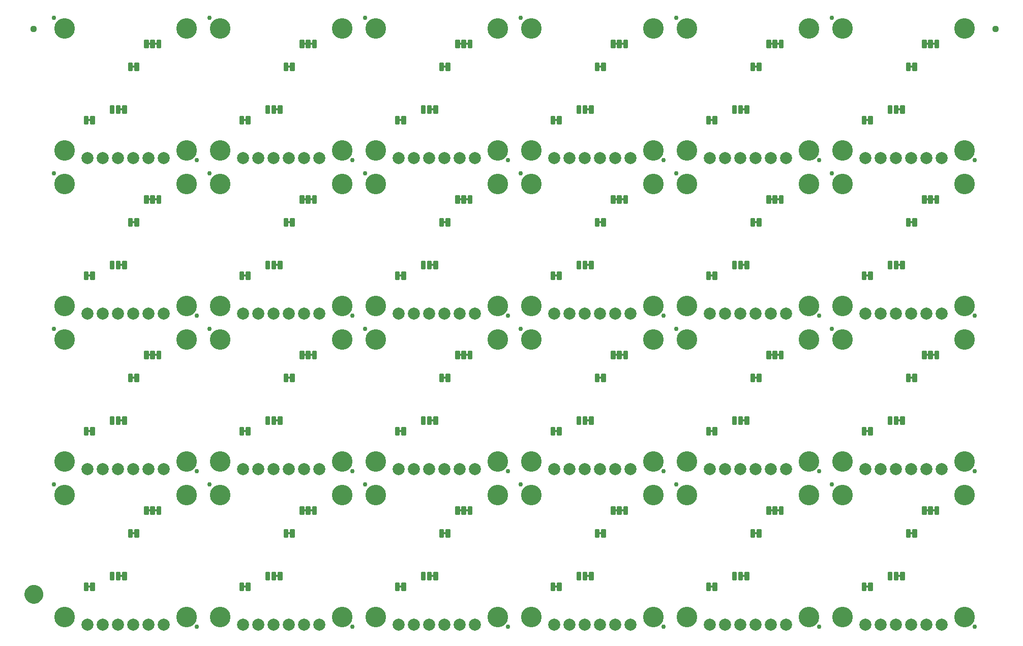
<source format=gbs>
G04 EAGLE Gerber RS-274X export*
G75*
%MOMM*%
%FSLAX34Y34*%
%LPD*%
%INSoldermask Bottom*%
%IPPOS*%
%AMOC8*
5,1,8,0,0,1.08239X$1,22.5*%
G01*
%ADD10C,3.429000*%
%ADD11C,0.762000*%
%ADD12C,0.228344*%
%ADD13C,2.006600*%
%ADD14C,1.127000*%
%ADD15C,1.270000*%
%ADD16C,1.627000*%

G36*
X1363410Y851547D02*
X1363410Y851547D01*
X1363476Y851549D01*
X1363519Y851567D01*
X1363566Y851575D01*
X1363623Y851609D01*
X1363683Y851634D01*
X1363718Y851665D01*
X1363759Y851690D01*
X1363801Y851741D01*
X1363849Y851785D01*
X1363871Y851827D01*
X1363900Y851864D01*
X1363921Y851926D01*
X1363952Y851985D01*
X1363960Y852039D01*
X1363972Y852076D01*
X1363971Y852116D01*
X1363979Y852170D01*
X1363979Y854710D01*
X1363968Y854775D01*
X1363966Y854841D01*
X1363948Y854884D01*
X1363940Y854931D01*
X1363906Y854988D01*
X1363881Y855048D01*
X1363850Y855083D01*
X1363825Y855124D01*
X1363774Y855166D01*
X1363730Y855214D01*
X1363688Y855236D01*
X1363651Y855265D01*
X1363589Y855286D01*
X1363530Y855317D01*
X1363476Y855325D01*
X1363439Y855337D01*
X1363399Y855336D01*
X1363345Y855344D01*
X1359535Y855344D01*
X1359470Y855333D01*
X1359404Y855331D01*
X1359361Y855313D01*
X1359314Y855305D01*
X1359257Y855271D01*
X1359197Y855246D01*
X1359162Y855215D01*
X1359121Y855190D01*
X1359080Y855139D01*
X1359031Y855095D01*
X1359009Y855053D01*
X1358980Y855016D01*
X1358959Y854954D01*
X1358928Y854895D01*
X1358920Y854841D01*
X1358908Y854804D01*
X1358908Y854801D01*
X1358909Y854764D01*
X1358901Y854710D01*
X1358901Y852170D01*
X1358912Y852105D01*
X1358914Y852039D01*
X1358932Y851996D01*
X1358940Y851949D01*
X1358974Y851892D01*
X1358999Y851832D01*
X1359030Y851797D01*
X1359055Y851756D01*
X1359106Y851715D01*
X1359150Y851666D01*
X1359192Y851644D01*
X1359229Y851615D01*
X1359291Y851594D01*
X1359350Y851563D01*
X1359404Y851555D01*
X1359441Y851543D01*
X1359481Y851544D01*
X1359535Y851536D01*
X1363345Y851536D01*
X1363410Y851547D01*
G37*
G36*
X845250Y851547D02*
X845250Y851547D01*
X845316Y851549D01*
X845359Y851567D01*
X845406Y851575D01*
X845463Y851609D01*
X845523Y851634D01*
X845558Y851665D01*
X845599Y851690D01*
X845641Y851741D01*
X845689Y851785D01*
X845711Y851827D01*
X845740Y851864D01*
X845761Y851926D01*
X845792Y851985D01*
X845800Y852039D01*
X845812Y852076D01*
X845811Y852116D01*
X845819Y852170D01*
X845819Y854710D01*
X845808Y854775D01*
X845806Y854841D01*
X845788Y854884D01*
X845780Y854931D01*
X845746Y854988D01*
X845721Y855048D01*
X845690Y855083D01*
X845665Y855124D01*
X845614Y855166D01*
X845570Y855214D01*
X845528Y855236D01*
X845491Y855265D01*
X845429Y855286D01*
X845370Y855317D01*
X845316Y855325D01*
X845279Y855337D01*
X845239Y855336D01*
X845185Y855344D01*
X841375Y855344D01*
X841310Y855333D01*
X841244Y855331D01*
X841201Y855313D01*
X841154Y855305D01*
X841097Y855271D01*
X841037Y855246D01*
X841002Y855215D01*
X840961Y855190D01*
X840920Y855139D01*
X840871Y855095D01*
X840849Y855053D01*
X840820Y855016D01*
X840799Y854954D01*
X840768Y854895D01*
X840760Y854841D01*
X840748Y854804D01*
X840748Y854801D01*
X840749Y854764D01*
X840741Y854710D01*
X840741Y852170D01*
X840752Y852105D01*
X840754Y852039D01*
X840772Y851996D01*
X840780Y851949D01*
X840814Y851892D01*
X840839Y851832D01*
X840870Y851797D01*
X840895Y851756D01*
X840946Y851715D01*
X840990Y851666D01*
X841032Y851644D01*
X841069Y851615D01*
X841131Y851594D01*
X841190Y851563D01*
X841244Y851555D01*
X841281Y851543D01*
X841321Y851544D01*
X841375Y851536D01*
X845185Y851536D01*
X845250Y851547D01*
G37*
G36*
X68010Y851547D02*
X68010Y851547D01*
X68076Y851549D01*
X68119Y851567D01*
X68166Y851575D01*
X68223Y851609D01*
X68283Y851634D01*
X68318Y851665D01*
X68359Y851690D01*
X68401Y851741D01*
X68449Y851785D01*
X68471Y851827D01*
X68500Y851864D01*
X68521Y851926D01*
X68552Y851985D01*
X68560Y852039D01*
X68572Y852076D01*
X68571Y852116D01*
X68579Y852170D01*
X68579Y854710D01*
X68568Y854775D01*
X68566Y854841D01*
X68548Y854884D01*
X68540Y854931D01*
X68506Y854988D01*
X68481Y855048D01*
X68450Y855083D01*
X68425Y855124D01*
X68374Y855166D01*
X68330Y855214D01*
X68288Y855236D01*
X68251Y855265D01*
X68189Y855286D01*
X68130Y855317D01*
X68076Y855325D01*
X68039Y855337D01*
X67999Y855336D01*
X67945Y855344D01*
X64135Y855344D01*
X64070Y855333D01*
X64004Y855331D01*
X63961Y855313D01*
X63914Y855305D01*
X63857Y855271D01*
X63797Y855246D01*
X63762Y855215D01*
X63721Y855190D01*
X63680Y855139D01*
X63631Y855095D01*
X63609Y855053D01*
X63580Y855016D01*
X63559Y854954D01*
X63528Y854895D01*
X63520Y854841D01*
X63508Y854804D01*
X63508Y854801D01*
X63509Y854764D01*
X63501Y854710D01*
X63501Y852170D01*
X63512Y852105D01*
X63514Y852039D01*
X63532Y851996D01*
X63540Y851949D01*
X63574Y851892D01*
X63599Y851832D01*
X63630Y851797D01*
X63655Y851756D01*
X63706Y851715D01*
X63750Y851666D01*
X63792Y851644D01*
X63829Y851615D01*
X63891Y851594D01*
X63950Y851563D01*
X64004Y851555D01*
X64041Y851543D01*
X64081Y851544D01*
X64135Y851536D01*
X67945Y851536D01*
X68010Y851547D01*
G37*
G36*
X1104330Y851547D02*
X1104330Y851547D01*
X1104396Y851549D01*
X1104439Y851567D01*
X1104486Y851575D01*
X1104543Y851609D01*
X1104603Y851634D01*
X1104638Y851665D01*
X1104679Y851690D01*
X1104721Y851741D01*
X1104769Y851785D01*
X1104791Y851827D01*
X1104820Y851864D01*
X1104841Y851926D01*
X1104872Y851985D01*
X1104880Y852039D01*
X1104892Y852076D01*
X1104891Y852116D01*
X1104899Y852170D01*
X1104899Y854710D01*
X1104888Y854775D01*
X1104886Y854841D01*
X1104868Y854884D01*
X1104860Y854931D01*
X1104826Y854988D01*
X1104801Y855048D01*
X1104770Y855083D01*
X1104745Y855124D01*
X1104694Y855166D01*
X1104650Y855214D01*
X1104608Y855236D01*
X1104571Y855265D01*
X1104509Y855286D01*
X1104450Y855317D01*
X1104396Y855325D01*
X1104359Y855337D01*
X1104319Y855336D01*
X1104265Y855344D01*
X1100455Y855344D01*
X1100390Y855333D01*
X1100324Y855331D01*
X1100281Y855313D01*
X1100234Y855305D01*
X1100177Y855271D01*
X1100117Y855246D01*
X1100082Y855215D01*
X1100041Y855190D01*
X1100000Y855139D01*
X1099951Y855095D01*
X1099929Y855053D01*
X1099900Y855016D01*
X1099879Y854954D01*
X1099848Y854895D01*
X1099840Y854841D01*
X1099828Y854804D01*
X1099828Y854801D01*
X1099829Y854764D01*
X1099821Y854710D01*
X1099821Y852170D01*
X1099832Y852105D01*
X1099834Y852039D01*
X1099852Y851996D01*
X1099860Y851949D01*
X1099894Y851892D01*
X1099919Y851832D01*
X1099950Y851797D01*
X1099975Y851756D01*
X1100026Y851715D01*
X1100070Y851666D01*
X1100112Y851644D01*
X1100149Y851615D01*
X1100211Y851594D01*
X1100270Y851563D01*
X1100324Y851555D01*
X1100361Y851543D01*
X1100401Y851544D01*
X1100455Y851536D01*
X1104265Y851536D01*
X1104330Y851547D01*
G37*
G36*
X327090Y851547D02*
X327090Y851547D01*
X327156Y851549D01*
X327199Y851567D01*
X327246Y851575D01*
X327303Y851609D01*
X327363Y851634D01*
X327398Y851665D01*
X327439Y851690D01*
X327481Y851741D01*
X327529Y851785D01*
X327551Y851827D01*
X327580Y851864D01*
X327601Y851926D01*
X327632Y851985D01*
X327640Y852039D01*
X327652Y852076D01*
X327651Y852116D01*
X327659Y852170D01*
X327659Y854710D01*
X327648Y854775D01*
X327646Y854841D01*
X327628Y854884D01*
X327620Y854931D01*
X327586Y854988D01*
X327561Y855048D01*
X327530Y855083D01*
X327505Y855124D01*
X327454Y855166D01*
X327410Y855214D01*
X327368Y855236D01*
X327331Y855265D01*
X327269Y855286D01*
X327210Y855317D01*
X327156Y855325D01*
X327119Y855337D01*
X327079Y855336D01*
X327025Y855344D01*
X323215Y855344D01*
X323150Y855333D01*
X323084Y855331D01*
X323041Y855313D01*
X322994Y855305D01*
X322937Y855271D01*
X322877Y855246D01*
X322842Y855215D01*
X322801Y855190D01*
X322760Y855139D01*
X322711Y855095D01*
X322689Y855053D01*
X322660Y855016D01*
X322639Y854954D01*
X322608Y854895D01*
X322600Y854841D01*
X322588Y854804D01*
X322588Y854801D01*
X322589Y854764D01*
X322581Y854710D01*
X322581Y852170D01*
X322592Y852105D01*
X322594Y852039D01*
X322612Y851996D01*
X322620Y851949D01*
X322654Y851892D01*
X322679Y851832D01*
X322710Y851797D01*
X322735Y851756D01*
X322786Y851715D01*
X322830Y851666D01*
X322872Y851644D01*
X322909Y851615D01*
X322971Y851594D01*
X323030Y851563D01*
X323084Y851555D01*
X323121Y851543D01*
X323161Y851544D01*
X323215Y851536D01*
X327025Y851536D01*
X327090Y851547D01*
G37*
G36*
X586170Y851547D02*
X586170Y851547D01*
X586236Y851549D01*
X586279Y851567D01*
X586326Y851575D01*
X586383Y851609D01*
X586443Y851634D01*
X586478Y851665D01*
X586519Y851690D01*
X586561Y851741D01*
X586609Y851785D01*
X586631Y851827D01*
X586660Y851864D01*
X586681Y851926D01*
X586712Y851985D01*
X586720Y852039D01*
X586732Y852076D01*
X586731Y852116D01*
X586739Y852170D01*
X586739Y854710D01*
X586728Y854775D01*
X586726Y854841D01*
X586708Y854884D01*
X586700Y854931D01*
X586666Y854988D01*
X586641Y855048D01*
X586610Y855083D01*
X586585Y855124D01*
X586534Y855166D01*
X586490Y855214D01*
X586448Y855236D01*
X586411Y855265D01*
X586349Y855286D01*
X586290Y855317D01*
X586236Y855325D01*
X586199Y855337D01*
X586159Y855336D01*
X586105Y855344D01*
X582295Y855344D01*
X582230Y855333D01*
X582164Y855331D01*
X582121Y855313D01*
X582074Y855305D01*
X582017Y855271D01*
X581957Y855246D01*
X581922Y855215D01*
X581881Y855190D01*
X581840Y855139D01*
X581791Y855095D01*
X581769Y855053D01*
X581740Y855016D01*
X581719Y854954D01*
X581688Y854895D01*
X581680Y854841D01*
X581668Y854804D01*
X581668Y854801D01*
X581669Y854764D01*
X581661Y854710D01*
X581661Y852170D01*
X581672Y852105D01*
X581674Y852039D01*
X581692Y851996D01*
X581700Y851949D01*
X581734Y851892D01*
X581759Y851832D01*
X581790Y851797D01*
X581815Y851756D01*
X581866Y851715D01*
X581910Y851666D01*
X581952Y851644D01*
X581989Y851615D01*
X582051Y851594D01*
X582110Y851563D01*
X582164Y851555D01*
X582201Y851543D01*
X582241Y851544D01*
X582295Y851536D01*
X586105Y851536D01*
X586170Y851547D01*
G37*
G36*
X1363410Y333387D02*
X1363410Y333387D01*
X1363476Y333389D01*
X1363519Y333407D01*
X1363566Y333415D01*
X1363623Y333449D01*
X1363683Y333474D01*
X1363718Y333505D01*
X1363759Y333530D01*
X1363801Y333581D01*
X1363849Y333625D01*
X1363871Y333667D01*
X1363900Y333704D01*
X1363921Y333766D01*
X1363952Y333825D01*
X1363960Y333879D01*
X1363972Y333916D01*
X1363971Y333956D01*
X1363979Y334010D01*
X1363979Y336550D01*
X1363968Y336615D01*
X1363966Y336681D01*
X1363948Y336724D01*
X1363940Y336771D01*
X1363906Y336828D01*
X1363881Y336888D01*
X1363850Y336923D01*
X1363825Y336964D01*
X1363774Y337006D01*
X1363730Y337054D01*
X1363688Y337076D01*
X1363651Y337105D01*
X1363589Y337126D01*
X1363530Y337157D01*
X1363476Y337165D01*
X1363439Y337177D01*
X1363399Y337176D01*
X1363345Y337184D01*
X1359535Y337184D01*
X1359470Y337173D01*
X1359404Y337171D01*
X1359361Y337153D01*
X1359314Y337145D01*
X1359257Y337111D01*
X1359197Y337086D01*
X1359162Y337055D01*
X1359121Y337030D01*
X1359080Y336979D01*
X1359031Y336935D01*
X1359009Y336893D01*
X1358980Y336856D01*
X1358959Y336794D01*
X1358928Y336735D01*
X1358920Y336681D01*
X1358908Y336644D01*
X1358908Y336641D01*
X1358909Y336604D01*
X1358901Y336550D01*
X1358901Y334010D01*
X1358912Y333945D01*
X1358914Y333879D01*
X1358932Y333836D01*
X1358940Y333789D01*
X1358974Y333732D01*
X1358999Y333672D01*
X1359030Y333637D01*
X1359055Y333596D01*
X1359106Y333555D01*
X1359150Y333506D01*
X1359192Y333484D01*
X1359229Y333455D01*
X1359291Y333434D01*
X1359350Y333403D01*
X1359404Y333395D01*
X1359441Y333383D01*
X1359481Y333384D01*
X1359535Y333376D01*
X1363345Y333376D01*
X1363410Y333387D01*
G37*
G36*
X1104330Y333387D02*
X1104330Y333387D01*
X1104396Y333389D01*
X1104439Y333407D01*
X1104486Y333415D01*
X1104543Y333449D01*
X1104603Y333474D01*
X1104638Y333505D01*
X1104679Y333530D01*
X1104721Y333581D01*
X1104769Y333625D01*
X1104791Y333667D01*
X1104820Y333704D01*
X1104841Y333766D01*
X1104872Y333825D01*
X1104880Y333879D01*
X1104892Y333916D01*
X1104891Y333956D01*
X1104899Y334010D01*
X1104899Y336550D01*
X1104888Y336615D01*
X1104886Y336681D01*
X1104868Y336724D01*
X1104860Y336771D01*
X1104826Y336828D01*
X1104801Y336888D01*
X1104770Y336923D01*
X1104745Y336964D01*
X1104694Y337006D01*
X1104650Y337054D01*
X1104608Y337076D01*
X1104571Y337105D01*
X1104509Y337126D01*
X1104450Y337157D01*
X1104396Y337165D01*
X1104359Y337177D01*
X1104319Y337176D01*
X1104265Y337184D01*
X1100455Y337184D01*
X1100390Y337173D01*
X1100324Y337171D01*
X1100281Y337153D01*
X1100234Y337145D01*
X1100177Y337111D01*
X1100117Y337086D01*
X1100082Y337055D01*
X1100041Y337030D01*
X1100000Y336979D01*
X1099951Y336935D01*
X1099929Y336893D01*
X1099900Y336856D01*
X1099879Y336794D01*
X1099848Y336735D01*
X1099840Y336681D01*
X1099828Y336644D01*
X1099828Y336641D01*
X1099829Y336604D01*
X1099821Y336550D01*
X1099821Y334010D01*
X1099832Y333945D01*
X1099834Y333879D01*
X1099852Y333836D01*
X1099860Y333789D01*
X1099894Y333732D01*
X1099919Y333672D01*
X1099950Y333637D01*
X1099975Y333596D01*
X1100026Y333555D01*
X1100070Y333506D01*
X1100112Y333484D01*
X1100149Y333455D01*
X1100211Y333434D01*
X1100270Y333403D01*
X1100324Y333395D01*
X1100361Y333383D01*
X1100401Y333384D01*
X1100455Y333376D01*
X1104265Y333376D01*
X1104330Y333387D01*
G37*
G36*
X327090Y333387D02*
X327090Y333387D01*
X327156Y333389D01*
X327199Y333407D01*
X327246Y333415D01*
X327303Y333449D01*
X327363Y333474D01*
X327398Y333505D01*
X327439Y333530D01*
X327481Y333581D01*
X327529Y333625D01*
X327551Y333667D01*
X327580Y333704D01*
X327601Y333766D01*
X327632Y333825D01*
X327640Y333879D01*
X327652Y333916D01*
X327651Y333956D01*
X327659Y334010D01*
X327659Y336550D01*
X327648Y336615D01*
X327646Y336681D01*
X327628Y336724D01*
X327620Y336771D01*
X327586Y336828D01*
X327561Y336888D01*
X327530Y336923D01*
X327505Y336964D01*
X327454Y337006D01*
X327410Y337054D01*
X327368Y337076D01*
X327331Y337105D01*
X327269Y337126D01*
X327210Y337157D01*
X327156Y337165D01*
X327119Y337177D01*
X327079Y337176D01*
X327025Y337184D01*
X323215Y337184D01*
X323150Y337173D01*
X323084Y337171D01*
X323041Y337153D01*
X322994Y337145D01*
X322937Y337111D01*
X322877Y337086D01*
X322842Y337055D01*
X322801Y337030D01*
X322760Y336979D01*
X322711Y336935D01*
X322689Y336893D01*
X322660Y336856D01*
X322639Y336794D01*
X322608Y336735D01*
X322600Y336681D01*
X322588Y336644D01*
X322588Y336641D01*
X322589Y336604D01*
X322581Y336550D01*
X322581Y334010D01*
X322592Y333945D01*
X322594Y333879D01*
X322612Y333836D01*
X322620Y333789D01*
X322654Y333732D01*
X322679Y333672D01*
X322710Y333637D01*
X322735Y333596D01*
X322786Y333555D01*
X322830Y333506D01*
X322872Y333484D01*
X322909Y333455D01*
X322971Y333434D01*
X323030Y333403D01*
X323084Y333395D01*
X323121Y333383D01*
X323161Y333384D01*
X323215Y333376D01*
X327025Y333376D01*
X327090Y333387D01*
G37*
G36*
X586170Y333387D02*
X586170Y333387D01*
X586236Y333389D01*
X586279Y333407D01*
X586326Y333415D01*
X586383Y333449D01*
X586443Y333474D01*
X586478Y333505D01*
X586519Y333530D01*
X586561Y333581D01*
X586609Y333625D01*
X586631Y333667D01*
X586660Y333704D01*
X586681Y333766D01*
X586712Y333825D01*
X586720Y333879D01*
X586732Y333916D01*
X586731Y333956D01*
X586739Y334010D01*
X586739Y336550D01*
X586728Y336615D01*
X586726Y336681D01*
X586708Y336724D01*
X586700Y336771D01*
X586666Y336828D01*
X586641Y336888D01*
X586610Y336923D01*
X586585Y336964D01*
X586534Y337006D01*
X586490Y337054D01*
X586448Y337076D01*
X586411Y337105D01*
X586349Y337126D01*
X586290Y337157D01*
X586236Y337165D01*
X586199Y337177D01*
X586159Y337176D01*
X586105Y337184D01*
X582295Y337184D01*
X582230Y337173D01*
X582164Y337171D01*
X582121Y337153D01*
X582074Y337145D01*
X582017Y337111D01*
X581957Y337086D01*
X581922Y337055D01*
X581881Y337030D01*
X581840Y336979D01*
X581791Y336935D01*
X581769Y336893D01*
X581740Y336856D01*
X581719Y336794D01*
X581688Y336735D01*
X581680Y336681D01*
X581668Y336644D01*
X581668Y336641D01*
X581669Y336604D01*
X581661Y336550D01*
X581661Y334010D01*
X581672Y333945D01*
X581674Y333879D01*
X581692Y333836D01*
X581700Y333789D01*
X581734Y333732D01*
X581759Y333672D01*
X581790Y333637D01*
X581815Y333596D01*
X581866Y333555D01*
X581910Y333506D01*
X581952Y333484D01*
X581989Y333455D01*
X582051Y333434D01*
X582110Y333403D01*
X582164Y333395D01*
X582201Y333383D01*
X582241Y333384D01*
X582295Y333376D01*
X586105Y333376D01*
X586170Y333387D01*
G37*
G36*
X845250Y333387D02*
X845250Y333387D01*
X845316Y333389D01*
X845359Y333407D01*
X845406Y333415D01*
X845463Y333449D01*
X845523Y333474D01*
X845558Y333505D01*
X845599Y333530D01*
X845641Y333581D01*
X845689Y333625D01*
X845711Y333667D01*
X845740Y333704D01*
X845761Y333766D01*
X845792Y333825D01*
X845800Y333879D01*
X845812Y333916D01*
X845811Y333956D01*
X845819Y334010D01*
X845819Y336550D01*
X845808Y336615D01*
X845806Y336681D01*
X845788Y336724D01*
X845780Y336771D01*
X845746Y336828D01*
X845721Y336888D01*
X845690Y336923D01*
X845665Y336964D01*
X845614Y337006D01*
X845570Y337054D01*
X845528Y337076D01*
X845491Y337105D01*
X845429Y337126D01*
X845370Y337157D01*
X845316Y337165D01*
X845279Y337177D01*
X845239Y337176D01*
X845185Y337184D01*
X841375Y337184D01*
X841310Y337173D01*
X841244Y337171D01*
X841201Y337153D01*
X841154Y337145D01*
X841097Y337111D01*
X841037Y337086D01*
X841002Y337055D01*
X840961Y337030D01*
X840920Y336979D01*
X840871Y336935D01*
X840849Y336893D01*
X840820Y336856D01*
X840799Y336794D01*
X840768Y336735D01*
X840760Y336681D01*
X840748Y336644D01*
X840748Y336641D01*
X840749Y336604D01*
X840741Y336550D01*
X840741Y334010D01*
X840752Y333945D01*
X840754Y333879D01*
X840772Y333836D01*
X840780Y333789D01*
X840814Y333732D01*
X840839Y333672D01*
X840870Y333637D01*
X840895Y333596D01*
X840946Y333555D01*
X840990Y333506D01*
X841032Y333484D01*
X841069Y333455D01*
X841131Y333434D01*
X841190Y333403D01*
X841244Y333395D01*
X841281Y333383D01*
X841321Y333384D01*
X841375Y333376D01*
X845185Y333376D01*
X845250Y333387D01*
G37*
G36*
X68010Y333387D02*
X68010Y333387D01*
X68076Y333389D01*
X68119Y333407D01*
X68166Y333415D01*
X68223Y333449D01*
X68283Y333474D01*
X68318Y333505D01*
X68359Y333530D01*
X68401Y333581D01*
X68449Y333625D01*
X68471Y333667D01*
X68500Y333704D01*
X68521Y333766D01*
X68552Y333825D01*
X68560Y333879D01*
X68572Y333916D01*
X68571Y333956D01*
X68579Y334010D01*
X68579Y336550D01*
X68568Y336615D01*
X68566Y336681D01*
X68548Y336724D01*
X68540Y336771D01*
X68506Y336828D01*
X68481Y336888D01*
X68450Y336923D01*
X68425Y336964D01*
X68374Y337006D01*
X68330Y337054D01*
X68288Y337076D01*
X68251Y337105D01*
X68189Y337126D01*
X68130Y337157D01*
X68076Y337165D01*
X68039Y337177D01*
X67999Y337176D01*
X67945Y337184D01*
X64135Y337184D01*
X64070Y337173D01*
X64004Y337171D01*
X63961Y337153D01*
X63914Y337145D01*
X63857Y337111D01*
X63797Y337086D01*
X63762Y337055D01*
X63721Y337030D01*
X63680Y336979D01*
X63631Y336935D01*
X63609Y336893D01*
X63580Y336856D01*
X63559Y336794D01*
X63528Y336735D01*
X63520Y336681D01*
X63508Y336644D01*
X63508Y336641D01*
X63509Y336604D01*
X63501Y336550D01*
X63501Y334010D01*
X63512Y333945D01*
X63514Y333879D01*
X63532Y333836D01*
X63540Y333789D01*
X63574Y333732D01*
X63599Y333672D01*
X63630Y333637D01*
X63655Y333596D01*
X63706Y333555D01*
X63750Y333506D01*
X63792Y333484D01*
X63829Y333455D01*
X63891Y333434D01*
X63950Y333403D01*
X64004Y333395D01*
X64041Y333383D01*
X64081Y333384D01*
X64135Y333376D01*
X67945Y333376D01*
X68010Y333387D01*
G37*
G36*
X437580Y978547D02*
X437580Y978547D01*
X437646Y978549D01*
X437689Y978567D01*
X437736Y978575D01*
X437793Y978609D01*
X437853Y978634D01*
X437888Y978665D01*
X437929Y978690D01*
X437971Y978741D01*
X438019Y978785D01*
X438041Y978827D01*
X438070Y978864D01*
X438091Y978926D01*
X438122Y978985D01*
X438130Y979039D01*
X438142Y979076D01*
X438141Y979116D01*
X438149Y979170D01*
X438149Y981710D01*
X438138Y981775D01*
X438136Y981841D01*
X438118Y981884D01*
X438110Y981931D01*
X438076Y981988D01*
X438051Y982048D01*
X438020Y982083D01*
X437995Y982124D01*
X437944Y982166D01*
X437900Y982214D01*
X437858Y982236D01*
X437821Y982265D01*
X437759Y982286D01*
X437700Y982317D01*
X437646Y982325D01*
X437609Y982337D01*
X437569Y982336D01*
X437515Y982344D01*
X433705Y982344D01*
X433640Y982333D01*
X433574Y982331D01*
X433531Y982313D01*
X433484Y982305D01*
X433427Y982271D01*
X433367Y982246D01*
X433332Y982215D01*
X433291Y982190D01*
X433250Y982139D01*
X433201Y982095D01*
X433179Y982053D01*
X433150Y982016D01*
X433129Y981954D01*
X433098Y981895D01*
X433090Y981841D01*
X433078Y981804D01*
X433078Y981801D01*
X433079Y981764D01*
X433071Y981710D01*
X433071Y979170D01*
X433082Y979105D01*
X433084Y979039D01*
X433102Y978996D01*
X433110Y978949D01*
X433144Y978892D01*
X433169Y978832D01*
X433200Y978797D01*
X433225Y978756D01*
X433276Y978715D01*
X433320Y978666D01*
X433362Y978644D01*
X433399Y978615D01*
X433461Y978594D01*
X433520Y978563D01*
X433574Y978555D01*
X433611Y978543D01*
X433651Y978544D01*
X433705Y978536D01*
X437515Y978536D01*
X437580Y978547D01*
G37*
G36*
X1463740Y978547D02*
X1463740Y978547D01*
X1463806Y978549D01*
X1463849Y978567D01*
X1463896Y978575D01*
X1463953Y978609D01*
X1464013Y978634D01*
X1464048Y978665D01*
X1464089Y978690D01*
X1464131Y978741D01*
X1464179Y978785D01*
X1464201Y978827D01*
X1464230Y978864D01*
X1464251Y978926D01*
X1464282Y978985D01*
X1464290Y979039D01*
X1464302Y979076D01*
X1464301Y979116D01*
X1464309Y979170D01*
X1464309Y981710D01*
X1464298Y981775D01*
X1464296Y981841D01*
X1464278Y981884D01*
X1464270Y981931D01*
X1464236Y981988D01*
X1464211Y982048D01*
X1464180Y982083D01*
X1464155Y982124D01*
X1464104Y982166D01*
X1464060Y982214D01*
X1464018Y982236D01*
X1463981Y982265D01*
X1463919Y982286D01*
X1463860Y982317D01*
X1463806Y982325D01*
X1463769Y982337D01*
X1463729Y982336D01*
X1463675Y982344D01*
X1459865Y982344D01*
X1459800Y982333D01*
X1459734Y982331D01*
X1459691Y982313D01*
X1459644Y982305D01*
X1459587Y982271D01*
X1459527Y982246D01*
X1459492Y982215D01*
X1459451Y982190D01*
X1459410Y982139D01*
X1459361Y982095D01*
X1459339Y982053D01*
X1459310Y982016D01*
X1459289Y981954D01*
X1459258Y981895D01*
X1459250Y981841D01*
X1459238Y981804D01*
X1459238Y981801D01*
X1459239Y981764D01*
X1459231Y981710D01*
X1459231Y979170D01*
X1459242Y979105D01*
X1459244Y979039D01*
X1459262Y978996D01*
X1459270Y978949D01*
X1459304Y978892D01*
X1459329Y978832D01*
X1459360Y978797D01*
X1459385Y978756D01*
X1459436Y978715D01*
X1459480Y978666D01*
X1459522Y978644D01*
X1459559Y978615D01*
X1459621Y978594D01*
X1459680Y978563D01*
X1459734Y978555D01*
X1459771Y978543D01*
X1459811Y978544D01*
X1459865Y978536D01*
X1463675Y978536D01*
X1463740Y978547D01*
G37*
G36*
X686500Y978547D02*
X686500Y978547D01*
X686566Y978549D01*
X686609Y978567D01*
X686656Y978575D01*
X686713Y978609D01*
X686773Y978634D01*
X686808Y978665D01*
X686849Y978690D01*
X686891Y978741D01*
X686939Y978785D01*
X686961Y978827D01*
X686990Y978864D01*
X687011Y978926D01*
X687042Y978985D01*
X687050Y979039D01*
X687062Y979076D01*
X687061Y979116D01*
X687069Y979170D01*
X687069Y981710D01*
X687058Y981775D01*
X687056Y981841D01*
X687038Y981884D01*
X687030Y981931D01*
X686996Y981988D01*
X686971Y982048D01*
X686940Y982083D01*
X686915Y982124D01*
X686864Y982166D01*
X686820Y982214D01*
X686778Y982236D01*
X686741Y982265D01*
X686679Y982286D01*
X686620Y982317D01*
X686566Y982325D01*
X686529Y982337D01*
X686489Y982336D01*
X686435Y982344D01*
X682625Y982344D01*
X682560Y982333D01*
X682494Y982331D01*
X682451Y982313D01*
X682404Y982305D01*
X682347Y982271D01*
X682287Y982246D01*
X682252Y982215D01*
X682211Y982190D01*
X682170Y982139D01*
X682121Y982095D01*
X682099Y982053D01*
X682070Y982016D01*
X682049Y981954D01*
X682018Y981895D01*
X682010Y981841D01*
X681998Y981804D01*
X681998Y981801D01*
X681999Y981764D01*
X681991Y981710D01*
X681991Y979170D01*
X682002Y979105D01*
X682004Y979039D01*
X682022Y978996D01*
X682030Y978949D01*
X682064Y978892D01*
X682089Y978832D01*
X682120Y978797D01*
X682145Y978756D01*
X682196Y978715D01*
X682240Y978666D01*
X682282Y978644D01*
X682319Y978615D01*
X682381Y978594D01*
X682440Y978563D01*
X682494Y978555D01*
X682531Y978543D01*
X682571Y978544D01*
X682625Y978536D01*
X686435Y978536D01*
X686500Y978547D01*
G37*
G36*
X945580Y978547D02*
X945580Y978547D01*
X945646Y978549D01*
X945689Y978567D01*
X945736Y978575D01*
X945793Y978609D01*
X945853Y978634D01*
X945888Y978665D01*
X945929Y978690D01*
X945971Y978741D01*
X946019Y978785D01*
X946041Y978827D01*
X946070Y978864D01*
X946091Y978926D01*
X946122Y978985D01*
X946130Y979039D01*
X946142Y979076D01*
X946141Y979116D01*
X946149Y979170D01*
X946149Y981710D01*
X946138Y981775D01*
X946136Y981841D01*
X946118Y981884D01*
X946110Y981931D01*
X946076Y981988D01*
X946051Y982048D01*
X946020Y982083D01*
X945995Y982124D01*
X945944Y982166D01*
X945900Y982214D01*
X945858Y982236D01*
X945821Y982265D01*
X945759Y982286D01*
X945700Y982317D01*
X945646Y982325D01*
X945609Y982337D01*
X945569Y982336D01*
X945515Y982344D01*
X941705Y982344D01*
X941640Y982333D01*
X941574Y982331D01*
X941531Y982313D01*
X941484Y982305D01*
X941427Y982271D01*
X941367Y982246D01*
X941332Y982215D01*
X941291Y982190D01*
X941250Y982139D01*
X941201Y982095D01*
X941179Y982053D01*
X941150Y982016D01*
X941129Y981954D01*
X941098Y981895D01*
X941090Y981841D01*
X941078Y981804D01*
X941078Y981801D01*
X941079Y981764D01*
X941071Y981710D01*
X941071Y979170D01*
X941082Y979105D01*
X941084Y979039D01*
X941102Y978996D01*
X941110Y978949D01*
X941144Y978892D01*
X941169Y978832D01*
X941200Y978797D01*
X941225Y978756D01*
X941276Y978715D01*
X941320Y978666D01*
X941362Y978644D01*
X941399Y978615D01*
X941461Y978594D01*
X941520Y978563D01*
X941574Y978555D01*
X941611Y978543D01*
X941651Y978544D01*
X941705Y978536D01*
X945515Y978536D01*
X945580Y978547D01*
G37*
G36*
X955740Y978547D02*
X955740Y978547D01*
X955806Y978549D01*
X955849Y978567D01*
X955896Y978575D01*
X955953Y978609D01*
X956013Y978634D01*
X956048Y978665D01*
X956089Y978690D01*
X956131Y978741D01*
X956179Y978785D01*
X956201Y978827D01*
X956230Y978864D01*
X956251Y978926D01*
X956282Y978985D01*
X956290Y979039D01*
X956302Y979076D01*
X956301Y979116D01*
X956309Y979170D01*
X956309Y981710D01*
X956298Y981775D01*
X956296Y981841D01*
X956278Y981884D01*
X956270Y981931D01*
X956236Y981988D01*
X956211Y982048D01*
X956180Y982083D01*
X956155Y982124D01*
X956104Y982166D01*
X956060Y982214D01*
X956018Y982236D01*
X955981Y982265D01*
X955919Y982286D01*
X955860Y982317D01*
X955806Y982325D01*
X955769Y982337D01*
X955729Y982336D01*
X955675Y982344D01*
X951865Y982344D01*
X951800Y982333D01*
X951734Y982331D01*
X951691Y982313D01*
X951644Y982305D01*
X951587Y982271D01*
X951527Y982246D01*
X951492Y982215D01*
X951451Y982190D01*
X951410Y982139D01*
X951361Y982095D01*
X951339Y982053D01*
X951310Y982016D01*
X951289Y981954D01*
X951258Y981895D01*
X951250Y981841D01*
X951238Y981804D01*
X951238Y981801D01*
X951239Y981764D01*
X951231Y981710D01*
X951231Y979170D01*
X951242Y979105D01*
X951244Y979039D01*
X951262Y978996D01*
X951270Y978949D01*
X951304Y978892D01*
X951329Y978832D01*
X951360Y978797D01*
X951385Y978756D01*
X951436Y978715D01*
X951480Y978666D01*
X951522Y978644D01*
X951559Y978615D01*
X951621Y978594D01*
X951680Y978563D01*
X951734Y978555D01*
X951771Y978543D01*
X951811Y978544D01*
X951865Y978536D01*
X955675Y978536D01*
X955740Y978547D01*
G37*
G36*
X1473900Y978547D02*
X1473900Y978547D01*
X1473966Y978549D01*
X1474009Y978567D01*
X1474056Y978575D01*
X1474113Y978609D01*
X1474173Y978634D01*
X1474208Y978665D01*
X1474249Y978690D01*
X1474291Y978741D01*
X1474339Y978785D01*
X1474361Y978827D01*
X1474390Y978864D01*
X1474411Y978926D01*
X1474442Y978985D01*
X1474450Y979039D01*
X1474462Y979076D01*
X1474461Y979116D01*
X1474469Y979170D01*
X1474469Y981710D01*
X1474458Y981775D01*
X1474456Y981841D01*
X1474438Y981884D01*
X1474430Y981931D01*
X1474396Y981988D01*
X1474371Y982048D01*
X1474340Y982083D01*
X1474315Y982124D01*
X1474264Y982166D01*
X1474220Y982214D01*
X1474178Y982236D01*
X1474141Y982265D01*
X1474079Y982286D01*
X1474020Y982317D01*
X1473966Y982325D01*
X1473929Y982337D01*
X1473889Y982336D01*
X1473835Y982344D01*
X1470025Y982344D01*
X1469960Y982333D01*
X1469894Y982331D01*
X1469851Y982313D01*
X1469804Y982305D01*
X1469747Y982271D01*
X1469687Y982246D01*
X1469652Y982215D01*
X1469611Y982190D01*
X1469570Y982139D01*
X1469521Y982095D01*
X1469499Y982053D01*
X1469470Y982016D01*
X1469449Y981954D01*
X1469418Y981895D01*
X1469410Y981841D01*
X1469398Y981804D01*
X1469398Y981801D01*
X1469399Y981764D01*
X1469391Y981710D01*
X1469391Y979170D01*
X1469402Y979105D01*
X1469404Y979039D01*
X1469422Y978996D01*
X1469430Y978949D01*
X1469464Y978892D01*
X1469489Y978832D01*
X1469520Y978797D01*
X1469545Y978756D01*
X1469596Y978715D01*
X1469640Y978666D01*
X1469682Y978644D01*
X1469719Y978615D01*
X1469781Y978594D01*
X1469840Y978563D01*
X1469894Y978555D01*
X1469931Y978543D01*
X1469971Y978544D01*
X1470025Y978536D01*
X1473835Y978536D01*
X1473900Y978547D01*
G37*
G36*
X918910Y940447D02*
X918910Y940447D01*
X918976Y940449D01*
X919019Y940467D01*
X919066Y940475D01*
X919123Y940509D01*
X919183Y940534D01*
X919218Y940565D01*
X919259Y940590D01*
X919301Y940641D01*
X919349Y940685D01*
X919371Y940727D01*
X919400Y940764D01*
X919421Y940826D01*
X919452Y940885D01*
X919460Y940939D01*
X919472Y940976D01*
X919471Y941016D01*
X919479Y941070D01*
X919479Y943610D01*
X919468Y943675D01*
X919466Y943741D01*
X919448Y943784D01*
X919440Y943831D01*
X919406Y943888D01*
X919381Y943948D01*
X919350Y943983D01*
X919325Y944024D01*
X919274Y944066D01*
X919230Y944114D01*
X919188Y944136D01*
X919151Y944165D01*
X919089Y944186D01*
X919030Y944217D01*
X918976Y944225D01*
X918939Y944237D01*
X918899Y944236D01*
X918845Y944244D01*
X915035Y944244D01*
X914970Y944233D01*
X914904Y944231D01*
X914861Y944213D01*
X914814Y944205D01*
X914757Y944171D01*
X914697Y944146D01*
X914662Y944115D01*
X914621Y944090D01*
X914580Y944039D01*
X914531Y943995D01*
X914509Y943953D01*
X914480Y943916D01*
X914459Y943854D01*
X914428Y943795D01*
X914420Y943741D01*
X914408Y943704D01*
X914408Y943701D01*
X914409Y943664D01*
X914401Y943610D01*
X914401Y941070D01*
X914412Y941005D01*
X914414Y940939D01*
X914432Y940896D01*
X914440Y940849D01*
X914474Y940792D01*
X914499Y940732D01*
X914530Y940697D01*
X914555Y940656D01*
X914606Y940615D01*
X914650Y940566D01*
X914692Y940544D01*
X914729Y940515D01*
X914791Y940494D01*
X914850Y940463D01*
X914904Y940455D01*
X914941Y940443D01*
X914981Y940444D01*
X915035Y940436D01*
X918845Y940436D01*
X918910Y940447D01*
G37*
G36*
X1177990Y940447D02*
X1177990Y940447D01*
X1178056Y940449D01*
X1178099Y940467D01*
X1178146Y940475D01*
X1178203Y940509D01*
X1178263Y940534D01*
X1178298Y940565D01*
X1178339Y940590D01*
X1178381Y940641D01*
X1178429Y940685D01*
X1178451Y940727D01*
X1178480Y940764D01*
X1178501Y940826D01*
X1178532Y940885D01*
X1178540Y940939D01*
X1178552Y940976D01*
X1178551Y941016D01*
X1178559Y941070D01*
X1178559Y943610D01*
X1178548Y943675D01*
X1178546Y943741D01*
X1178528Y943784D01*
X1178520Y943831D01*
X1178486Y943888D01*
X1178461Y943948D01*
X1178430Y943983D01*
X1178405Y944024D01*
X1178354Y944066D01*
X1178310Y944114D01*
X1178268Y944136D01*
X1178231Y944165D01*
X1178169Y944186D01*
X1178110Y944217D01*
X1178056Y944225D01*
X1178019Y944237D01*
X1177979Y944236D01*
X1177925Y944244D01*
X1174115Y944244D01*
X1174050Y944233D01*
X1173984Y944231D01*
X1173941Y944213D01*
X1173894Y944205D01*
X1173837Y944171D01*
X1173777Y944146D01*
X1173742Y944115D01*
X1173701Y944090D01*
X1173660Y944039D01*
X1173611Y943995D01*
X1173589Y943953D01*
X1173560Y943916D01*
X1173539Y943854D01*
X1173508Y943795D01*
X1173500Y943741D01*
X1173488Y943704D01*
X1173488Y943701D01*
X1173489Y943664D01*
X1173481Y943610D01*
X1173481Y941070D01*
X1173492Y941005D01*
X1173494Y940939D01*
X1173512Y940896D01*
X1173520Y940849D01*
X1173554Y940792D01*
X1173579Y940732D01*
X1173610Y940697D01*
X1173635Y940656D01*
X1173686Y940615D01*
X1173730Y940566D01*
X1173772Y940544D01*
X1173809Y940515D01*
X1173871Y940494D01*
X1173930Y940463D01*
X1173984Y940455D01*
X1174021Y940443D01*
X1174061Y940444D01*
X1174115Y940436D01*
X1177925Y940436D01*
X1177990Y940447D01*
G37*
G36*
X659830Y940447D02*
X659830Y940447D01*
X659896Y940449D01*
X659939Y940467D01*
X659986Y940475D01*
X660043Y940509D01*
X660103Y940534D01*
X660138Y940565D01*
X660179Y940590D01*
X660221Y940641D01*
X660269Y940685D01*
X660291Y940727D01*
X660320Y940764D01*
X660341Y940826D01*
X660372Y940885D01*
X660380Y940939D01*
X660392Y940976D01*
X660391Y941016D01*
X660399Y941070D01*
X660399Y943610D01*
X660388Y943675D01*
X660386Y943741D01*
X660368Y943784D01*
X660360Y943831D01*
X660326Y943888D01*
X660301Y943948D01*
X660270Y943983D01*
X660245Y944024D01*
X660194Y944066D01*
X660150Y944114D01*
X660108Y944136D01*
X660071Y944165D01*
X660009Y944186D01*
X659950Y944217D01*
X659896Y944225D01*
X659859Y944237D01*
X659819Y944236D01*
X659765Y944244D01*
X655955Y944244D01*
X655890Y944233D01*
X655824Y944231D01*
X655781Y944213D01*
X655734Y944205D01*
X655677Y944171D01*
X655617Y944146D01*
X655582Y944115D01*
X655541Y944090D01*
X655500Y944039D01*
X655451Y943995D01*
X655429Y943953D01*
X655400Y943916D01*
X655379Y943854D01*
X655348Y943795D01*
X655340Y943741D01*
X655328Y943704D01*
X655328Y943701D01*
X655329Y943664D01*
X655321Y943610D01*
X655321Y941070D01*
X655332Y941005D01*
X655334Y940939D01*
X655352Y940896D01*
X655360Y940849D01*
X655394Y940792D01*
X655419Y940732D01*
X655450Y940697D01*
X655475Y940656D01*
X655526Y940615D01*
X655570Y940566D01*
X655612Y940544D01*
X655649Y940515D01*
X655711Y940494D01*
X655770Y940463D01*
X655824Y940455D01*
X655861Y940443D01*
X655901Y940444D01*
X655955Y940436D01*
X659765Y940436D01*
X659830Y940447D01*
G37*
G36*
X141670Y940447D02*
X141670Y940447D01*
X141736Y940449D01*
X141779Y940467D01*
X141826Y940475D01*
X141883Y940509D01*
X141943Y940534D01*
X141978Y940565D01*
X142019Y940590D01*
X142061Y940641D01*
X142109Y940685D01*
X142131Y940727D01*
X142160Y940764D01*
X142181Y940826D01*
X142212Y940885D01*
X142220Y940939D01*
X142232Y940976D01*
X142231Y941016D01*
X142239Y941070D01*
X142239Y943610D01*
X142228Y943675D01*
X142226Y943741D01*
X142208Y943784D01*
X142200Y943831D01*
X142166Y943888D01*
X142141Y943948D01*
X142110Y943983D01*
X142085Y944024D01*
X142034Y944066D01*
X141990Y944114D01*
X141948Y944136D01*
X141911Y944165D01*
X141849Y944186D01*
X141790Y944217D01*
X141736Y944225D01*
X141699Y944237D01*
X141659Y944236D01*
X141605Y944244D01*
X137795Y944244D01*
X137730Y944233D01*
X137664Y944231D01*
X137621Y944213D01*
X137574Y944205D01*
X137517Y944171D01*
X137457Y944146D01*
X137422Y944115D01*
X137381Y944090D01*
X137340Y944039D01*
X137291Y943995D01*
X137269Y943953D01*
X137240Y943916D01*
X137219Y943854D01*
X137188Y943795D01*
X137180Y943741D01*
X137168Y943704D01*
X137168Y943701D01*
X137169Y943664D01*
X137161Y943610D01*
X137161Y941070D01*
X137172Y941005D01*
X137174Y940939D01*
X137192Y940896D01*
X137200Y940849D01*
X137234Y940792D01*
X137259Y940732D01*
X137290Y940697D01*
X137315Y940656D01*
X137366Y940615D01*
X137410Y940566D01*
X137452Y940544D01*
X137489Y940515D01*
X137551Y940494D01*
X137610Y940463D01*
X137664Y940455D01*
X137701Y940443D01*
X137741Y940444D01*
X137795Y940436D01*
X141605Y940436D01*
X141670Y940447D01*
G37*
G36*
X400750Y940447D02*
X400750Y940447D01*
X400816Y940449D01*
X400859Y940467D01*
X400906Y940475D01*
X400963Y940509D01*
X401023Y940534D01*
X401058Y940565D01*
X401099Y940590D01*
X401141Y940641D01*
X401189Y940685D01*
X401211Y940727D01*
X401240Y940764D01*
X401261Y940826D01*
X401292Y940885D01*
X401300Y940939D01*
X401312Y940976D01*
X401311Y941016D01*
X401319Y941070D01*
X401319Y943610D01*
X401308Y943675D01*
X401306Y943741D01*
X401288Y943784D01*
X401280Y943831D01*
X401246Y943888D01*
X401221Y943948D01*
X401190Y943983D01*
X401165Y944024D01*
X401114Y944066D01*
X401070Y944114D01*
X401028Y944136D01*
X400991Y944165D01*
X400929Y944186D01*
X400870Y944217D01*
X400816Y944225D01*
X400779Y944237D01*
X400739Y944236D01*
X400685Y944244D01*
X396875Y944244D01*
X396810Y944233D01*
X396744Y944231D01*
X396701Y944213D01*
X396654Y944205D01*
X396597Y944171D01*
X396537Y944146D01*
X396502Y944115D01*
X396461Y944090D01*
X396420Y944039D01*
X396371Y943995D01*
X396349Y943953D01*
X396320Y943916D01*
X396299Y943854D01*
X396268Y943795D01*
X396260Y943741D01*
X396248Y943704D01*
X396248Y943701D01*
X396249Y943664D01*
X396241Y943610D01*
X396241Y941070D01*
X396252Y941005D01*
X396254Y940939D01*
X396272Y940896D01*
X396280Y940849D01*
X396314Y940792D01*
X396339Y940732D01*
X396370Y940697D01*
X396395Y940656D01*
X396446Y940615D01*
X396490Y940566D01*
X396532Y940544D01*
X396569Y940515D01*
X396631Y940494D01*
X396690Y940463D01*
X396744Y940455D01*
X396781Y940443D01*
X396821Y940444D01*
X396875Y940436D01*
X400685Y940436D01*
X400750Y940447D01*
G37*
G36*
X1437070Y940447D02*
X1437070Y940447D01*
X1437136Y940449D01*
X1437179Y940467D01*
X1437226Y940475D01*
X1437283Y940509D01*
X1437343Y940534D01*
X1437378Y940565D01*
X1437419Y940590D01*
X1437461Y940641D01*
X1437509Y940685D01*
X1437531Y940727D01*
X1437560Y940764D01*
X1437581Y940826D01*
X1437612Y940885D01*
X1437620Y940939D01*
X1437632Y940976D01*
X1437631Y941016D01*
X1437639Y941070D01*
X1437639Y943610D01*
X1437628Y943675D01*
X1437626Y943741D01*
X1437608Y943784D01*
X1437600Y943831D01*
X1437566Y943888D01*
X1437541Y943948D01*
X1437510Y943983D01*
X1437485Y944024D01*
X1437434Y944066D01*
X1437390Y944114D01*
X1437348Y944136D01*
X1437311Y944165D01*
X1437249Y944186D01*
X1437190Y944217D01*
X1437136Y944225D01*
X1437099Y944237D01*
X1437059Y944236D01*
X1437005Y944244D01*
X1433195Y944244D01*
X1433130Y944233D01*
X1433064Y944231D01*
X1433021Y944213D01*
X1432974Y944205D01*
X1432917Y944171D01*
X1432857Y944146D01*
X1432822Y944115D01*
X1432781Y944090D01*
X1432740Y944039D01*
X1432691Y943995D01*
X1432669Y943953D01*
X1432640Y943916D01*
X1432619Y943854D01*
X1432588Y943795D01*
X1432580Y943741D01*
X1432568Y943704D01*
X1432568Y943701D01*
X1432569Y943664D01*
X1432561Y943610D01*
X1432561Y941070D01*
X1432572Y941005D01*
X1432574Y940939D01*
X1432592Y940896D01*
X1432600Y940849D01*
X1432634Y940792D01*
X1432659Y940732D01*
X1432690Y940697D01*
X1432715Y940656D01*
X1432766Y940615D01*
X1432810Y940566D01*
X1432852Y940544D01*
X1432889Y940515D01*
X1432951Y940494D01*
X1433010Y940463D01*
X1433064Y940455D01*
X1433101Y940443D01*
X1433141Y940444D01*
X1433195Y940436D01*
X1437005Y940436D01*
X1437070Y940447D01*
G37*
G36*
X1157670Y869327D02*
X1157670Y869327D01*
X1157736Y869329D01*
X1157779Y869347D01*
X1157826Y869355D01*
X1157883Y869389D01*
X1157943Y869414D01*
X1157978Y869445D01*
X1158019Y869470D01*
X1158061Y869521D01*
X1158109Y869565D01*
X1158131Y869607D01*
X1158160Y869644D01*
X1158181Y869706D01*
X1158212Y869765D01*
X1158220Y869819D01*
X1158232Y869856D01*
X1158231Y869896D01*
X1158239Y869950D01*
X1158239Y872490D01*
X1158228Y872555D01*
X1158226Y872621D01*
X1158208Y872664D01*
X1158200Y872711D01*
X1158166Y872768D01*
X1158141Y872828D01*
X1158110Y872863D01*
X1158085Y872904D01*
X1158034Y872946D01*
X1157990Y872994D01*
X1157948Y873016D01*
X1157911Y873045D01*
X1157849Y873066D01*
X1157790Y873097D01*
X1157736Y873105D01*
X1157699Y873117D01*
X1157659Y873116D01*
X1157605Y873124D01*
X1153795Y873124D01*
X1153730Y873113D01*
X1153664Y873111D01*
X1153621Y873093D01*
X1153574Y873085D01*
X1153517Y873051D01*
X1153457Y873026D01*
X1153422Y872995D01*
X1153381Y872970D01*
X1153340Y872919D01*
X1153291Y872875D01*
X1153269Y872833D01*
X1153240Y872796D01*
X1153219Y872734D01*
X1153188Y872675D01*
X1153180Y872621D01*
X1153168Y872584D01*
X1153168Y872581D01*
X1153169Y872544D01*
X1153161Y872490D01*
X1153161Y869950D01*
X1153172Y869885D01*
X1153174Y869819D01*
X1153192Y869776D01*
X1153200Y869729D01*
X1153234Y869672D01*
X1153259Y869612D01*
X1153290Y869577D01*
X1153315Y869536D01*
X1153366Y869495D01*
X1153410Y869446D01*
X1153452Y869424D01*
X1153489Y869395D01*
X1153551Y869374D01*
X1153610Y869343D01*
X1153664Y869335D01*
X1153701Y869323D01*
X1153741Y869324D01*
X1153795Y869316D01*
X1157605Y869316D01*
X1157670Y869327D01*
G37*
G36*
X898590Y869327D02*
X898590Y869327D01*
X898656Y869329D01*
X898699Y869347D01*
X898746Y869355D01*
X898803Y869389D01*
X898863Y869414D01*
X898898Y869445D01*
X898939Y869470D01*
X898981Y869521D01*
X899029Y869565D01*
X899051Y869607D01*
X899080Y869644D01*
X899101Y869706D01*
X899132Y869765D01*
X899140Y869819D01*
X899152Y869856D01*
X899151Y869896D01*
X899159Y869950D01*
X899159Y872490D01*
X899148Y872555D01*
X899146Y872621D01*
X899128Y872664D01*
X899120Y872711D01*
X899086Y872768D01*
X899061Y872828D01*
X899030Y872863D01*
X899005Y872904D01*
X898954Y872946D01*
X898910Y872994D01*
X898868Y873016D01*
X898831Y873045D01*
X898769Y873066D01*
X898710Y873097D01*
X898656Y873105D01*
X898619Y873117D01*
X898579Y873116D01*
X898525Y873124D01*
X894715Y873124D01*
X894650Y873113D01*
X894584Y873111D01*
X894541Y873093D01*
X894494Y873085D01*
X894437Y873051D01*
X894377Y873026D01*
X894342Y872995D01*
X894301Y872970D01*
X894260Y872919D01*
X894211Y872875D01*
X894189Y872833D01*
X894160Y872796D01*
X894139Y872734D01*
X894108Y872675D01*
X894100Y872621D01*
X894088Y872584D01*
X894088Y872581D01*
X894089Y872544D01*
X894081Y872490D01*
X894081Y869950D01*
X894092Y869885D01*
X894094Y869819D01*
X894112Y869776D01*
X894120Y869729D01*
X894154Y869672D01*
X894179Y869612D01*
X894210Y869577D01*
X894235Y869536D01*
X894286Y869495D01*
X894330Y869446D01*
X894372Y869424D01*
X894409Y869395D01*
X894471Y869374D01*
X894530Y869343D01*
X894584Y869335D01*
X894621Y869323D01*
X894661Y869324D01*
X894715Y869316D01*
X898525Y869316D01*
X898590Y869327D01*
G37*
G36*
X121350Y869327D02*
X121350Y869327D01*
X121416Y869329D01*
X121459Y869347D01*
X121506Y869355D01*
X121563Y869389D01*
X121623Y869414D01*
X121658Y869445D01*
X121699Y869470D01*
X121741Y869521D01*
X121789Y869565D01*
X121811Y869607D01*
X121840Y869644D01*
X121861Y869706D01*
X121892Y869765D01*
X121900Y869819D01*
X121912Y869856D01*
X121911Y869896D01*
X121919Y869950D01*
X121919Y872490D01*
X121908Y872555D01*
X121906Y872621D01*
X121888Y872664D01*
X121880Y872711D01*
X121846Y872768D01*
X121821Y872828D01*
X121790Y872863D01*
X121765Y872904D01*
X121714Y872946D01*
X121670Y872994D01*
X121628Y873016D01*
X121591Y873045D01*
X121529Y873066D01*
X121470Y873097D01*
X121416Y873105D01*
X121379Y873117D01*
X121339Y873116D01*
X121285Y873124D01*
X117475Y873124D01*
X117410Y873113D01*
X117344Y873111D01*
X117301Y873093D01*
X117254Y873085D01*
X117197Y873051D01*
X117137Y873026D01*
X117102Y872995D01*
X117061Y872970D01*
X117020Y872919D01*
X116971Y872875D01*
X116949Y872833D01*
X116920Y872796D01*
X116899Y872734D01*
X116868Y872675D01*
X116860Y872621D01*
X116848Y872584D01*
X116848Y872581D01*
X116849Y872544D01*
X116841Y872490D01*
X116841Y869950D01*
X116852Y869885D01*
X116854Y869819D01*
X116872Y869776D01*
X116880Y869729D01*
X116914Y869672D01*
X116939Y869612D01*
X116970Y869577D01*
X116995Y869536D01*
X117046Y869495D01*
X117090Y869446D01*
X117132Y869424D01*
X117169Y869395D01*
X117231Y869374D01*
X117290Y869343D01*
X117344Y869335D01*
X117381Y869323D01*
X117421Y869324D01*
X117475Y869316D01*
X121285Y869316D01*
X121350Y869327D01*
G37*
G36*
X639510Y869327D02*
X639510Y869327D01*
X639576Y869329D01*
X639619Y869347D01*
X639666Y869355D01*
X639723Y869389D01*
X639783Y869414D01*
X639818Y869445D01*
X639859Y869470D01*
X639901Y869521D01*
X639949Y869565D01*
X639971Y869607D01*
X640000Y869644D01*
X640021Y869706D01*
X640052Y869765D01*
X640060Y869819D01*
X640072Y869856D01*
X640071Y869896D01*
X640079Y869950D01*
X640079Y872490D01*
X640068Y872555D01*
X640066Y872621D01*
X640048Y872664D01*
X640040Y872711D01*
X640006Y872768D01*
X639981Y872828D01*
X639950Y872863D01*
X639925Y872904D01*
X639874Y872946D01*
X639830Y872994D01*
X639788Y873016D01*
X639751Y873045D01*
X639689Y873066D01*
X639630Y873097D01*
X639576Y873105D01*
X639539Y873117D01*
X639499Y873116D01*
X639445Y873124D01*
X635635Y873124D01*
X635570Y873113D01*
X635504Y873111D01*
X635461Y873093D01*
X635414Y873085D01*
X635357Y873051D01*
X635297Y873026D01*
X635262Y872995D01*
X635221Y872970D01*
X635180Y872919D01*
X635131Y872875D01*
X635109Y872833D01*
X635080Y872796D01*
X635059Y872734D01*
X635028Y872675D01*
X635020Y872621D01*
X635008Y872584D01*
X635008Y872581D01*
X635009Y872544D01*
X635001Y872490D01*
X635001Y869950D01*
X635012Y869885D01*
X635014Y869819D01*
X635032Y869776D01*
X635040Y869729D01*
X635074Y869672D01*
X635099Y869612D01*
X635130Y869577D01*
X635155Y869536D01*
X635206Y869495D01*
X635250Y869446D01*
X635292Y869424D01*
X635329Y869395D01*
X635391Y869374D01*
X635450Y869343D01*
X635504Y869335D01*
X635541Y869323D01*
X635581Y869324D01*
X635635Y869316D01*
X639445Y869316D01*
X639510Y869327D01*
G37*
G36*
X1416750Y869327D02*
X1416750Y869327D01*
X1416816Y869329D01*
X1416859Y869347D01*
X1416906Y869355D01*
X1416963Y869389D01*
X1417023Y869414D01*
X1417058Y869445D01*
X1417099Y869470D01*
X1417141Y869521D01*
X1417189Y869565D01*
X1417211Y869607D01*
X1417240Y869644D01*
X1417261Y869706D01*
X1417292Y869765D01*
X1417300Y869819D01*
X1417312Y869856D01*
X1417311Y869896D01*
X1417319Y869950D01*
X1417319Y872490D01*
X1417308Y872555D01*
X1417306Y872621D01*
X1417288Y872664D01*
X1417280Y872711D01*
X1417246Y872768D01*
X1417221Y872828D01*
X1417190Y872863D01*
X1417165Y872904D01*
X1417114Y872946D01*
X1417070Y872994D01*
X1417028Y873016D01*
X1416991Y873045D01*
X1416929Y873066D01*
X1416870Y873097D01*
X1416816Y873105D01*
X1416779Y873117D01*
X1416739Y873116D01*
X1416685Y873124D01*
X1412875Y873124D01*
X1412810Y873113D01*
X1412744Y873111D01*
X1412701Y873093D01*
X1412654Y873085D01*
X1412597Y873051D01*
X1412537Y873026D01*
X1412502Y872995D01*
X1412461Y872970D01*
X1412420Y872919D01*
X1412371Y872875D01*
X1412349Y872833D01*
X1412320Y872796D01*
X1412299Y872734D01*
X1412268Y872675D01*
X1412260Y872621D01*
X1412248Y872584D01*
X1412248Y872581D01*
X1412249Y872544D01*
X1412241Y872490D01*
X1412241Y869950D01*
X1412252Y869885D01*
X1412254Y869819D01*
X1412272Y869776D01*
X1412280Y869729D01*
X1412314Y869672D01*
X1412339Y869612D01*
X1412370Y869577D01*
X1412395Y869536D01*
X1412446Y869495D01*
X1412490Y869446D01*
X1412532Y869424D01*
X1412569Y869395D01*
X1412631Y869374D01*
X1412690Y869343D01*
X1412744Y869335D01*
X1412781Y869323D01*
X1412821Y869324D01*
X1412875Y869316D01*
X1416685Y869316D01*
X1416750Y869327D01*
G37*
G36*
X380430Y869327D02*
X380430Y869327D01*
X380496Y869329D01*
X380539Y869347D01*
X380586Y869355D01*
X380643Y869389D01*
X380703Y869414D01*
X380738Y869445D01*
X380779Y869470D01*
X380821Y869521D01*
X380869Y869565D01*
X380891Y869607D01*
X380920Y869644D01*
X380941Y869706D01*
X380972Y869765D01*
X380980Y869819D01*
X380992Y869856D01*
X380991Y869896D01*
X380999Y869950D01*
X380999Y872490D01*
X380988Y872555D01*
X380986Y872621D01*
X380968Y872664D01*
X380960Y872711D01*
X380926Y872768D01*
X380901Y872828D01*
X380870Y872863D01*
X380845Y872904D01*
X380794Y872946D01*
X380750Y872994D01*
X380708Y873016D01*
X380671Y873045D01*
X380609Y873066D01*
X380550Y873097D01*
X380496Y873105D01*
X380459Y873117D01*
X380419Y873116D01*
X380365Y873124D01*
X376555Y873124D01*
X376490Y873113D01*
X376424Y873111D01*
X376381Y873093D01*
X376334Y873085D01*
X376277Y873051D01*
X376217Y873026D01*
X376182Y872995D01*
X376141Y872970D01*
X376100Y872919D01*
X376051Y872875D01*
X376029Y872833D01*
X376000Y872796D01*
X375979Y872734D01*
X375948Y872675D01*
X375940Y872621D01*
X375928Y872584D01*
X375928Y872581D01*
X375929Y872544D01*
X375921Y872490D01*
X375921Y869950D01*
X375932Y869885D01*
X375934Y869819D01*
X375952Y869776D01*
X375960Y869729D01*
X375994Y869672D01*
X376019Y869612D01*
X376050Y869577D01*
X376075Y869536D01*
X376126Y869495D01*
X376170Y869446D01*
X376212Y869424D01*
X376249Y869395D01*
X376311Y869374D01*
X376370Y869343D01*
X376424Y869335D01*
X376461Y869323D01*
X376501Y869324D01*
X376555Y869316D01*
X380365Y869316D01*
X380430Y869327D01*
G37*
G36*
X696660Y719467D02*
X696660Y719467D01*
X696726Y719469D01*
X696769Y719487D01*
X696816Y719495D01*
X696873Y719529D01*
X696933Y719554D01*
X696968Y719585D01*
X697009Y719610D01*
X697051Y719661D01*
X697099Y719705D01*
X697121Y719747D01*
X697150Y719784D01*
X697171Y719846D01*
X697202Y719905D01*
X697210Y719959D01*
X697222Y719996D01*
X697221Y720036D01*
X697229Y720090D01*
X697229Y722630D01*
X697218Y722695D01*
X697216Y722761D01*
X697198Y722804D01*
X697190Y722851D01*
X697156Y722908D01*
X697131Y722968D01*
X697100Y723003D01*
X697075Y723044D01*
X697024Y723086D01*
X696980Y723134D01*
X696938Y723156D01*
X696901Y723185D01*
X696839Y723206D01*
X696780Y723237D01*
X696726Y723245D01*
X696689Y723257D01*
X696649Y723256D01*
X696595Y723264D01*
X692785Y723264D01*
X692720Y723253D01*
X692654Y723251D01*
X692611Y723233D01*
X692564Y723225D01*
X692507Y723191D01*
X692447Y723166D01*
X692412Y723135D01*
X692371Y723110D01*
X692330Y723059D01*
X692281Y723015D01*
X692259Y722973D01*
X692230Y722936D01*
X692209Y722874D01*
X692178Y722815D01*
X692170Y722761D01*
X692158Y722724D01*
X692158Y722721D01*
X692159Y722684D01*
X692151Y722630D01*
X692151Y720090D01*
X692162Y720025D01*
X692164Y719959D01*
X692182Y719916D01*
X692190Y719869D01*
X692224Y719812D01*
X692249Y719752D01*
X692280Y719717D01*
X692305Y719676D01*
X692356Y719635D01*
X692400Y719586D01*
X692442Y719564D01*
X692479Y719535D01*
X692541Y719514D01*
X692600Y719483D01*
X692654Y719475D01*
X692691Y719463D01*
X692731Y719464D01*
X692785Y719456D01*
X696595Y719456D01*
X696660Y719467D01*
G37*
G36*
X1214820Y719467D02*
X1214820Y719467D01*
X1214886Y719469D01*
X1214929Y719487D01*
X1214976Y719495D01*
X1215033Y719529D01*
X1215093Y719554D01*
X1215128Y719585D01*
X1215169Y719610D01*
X1215211Y719661D01*
X1215259Y719705D01*
X1215281Y719747D01*
X1215310Y719784D01*
X1215331Y719846D01*
X1215362Y719905D01*
X1215370Y719959D01*
X1215382Y719996D01*
X1215381Y720036D01*
X1215389Y720090D01*
X1215389Y722630D01*
X1215378Y722695D01*
X1215376Y722761D01*
X1215358Y722804D01*
X1215350Y722851D01*
X1215316Y722908D01*
X1215291Y722968D01*
X1215260Y723003D01*
X1215235Y723044D01*
X1215184Y723086D01*
X1215140Y723134D01*
X1215098Y723156D01*
X1215061Y723185D01*
X1214999Y723206D01*
X1214940Y723237D01*
X1214886Y723245D01*
X1214849Y723257D01*
X1214809Y723256D01*
X1214755Y723264D01*
X1210945Y723264D01*
X1210880Y723253D01*
X1210814Y723251D01*
X1210771Y723233D01*
X1210724Y723225D01*
X1210667Y723191D01*
X1210607Y723166D01*
X1210572Y723135D01*
X1210531Y723110D01*
X1210490Y723059D01*
X1210441Y723015D01*
X1210419Y722973D01*
X1210390Y722936D01*
X1210369Y722874D01*
X1210338Y722815D01*
X1210330Y722761D01*
X1210318Y722724D01*
X1210318Y722721D01*
X1210319Y722684D01*
X1210311Y722630D01*
X1210311Y720090D01*
X1210322Y720025D01*
X1210324Y719959D01*
X1210342Y719916D01*
X1210350Y719869D01*
X1210384Y719812D01*
X1210409Y719752D01*
X1210440Y719717D01*
X1210465Y719676D01*
X1210516Y719635D01*
X1210560Y719586D01*
X1210602Y719564D01*
X1210639Y719535D01*
X1210701Y719514D01*
X1210760Y719483D01*
X1210814Y719475D01*
X1210851Y719463D01*
X1210891Y719464D01*
X1210945Y719456D01*
X1214755Y719456D01*
X1214820Y719467D01*
G37*
G36*
X945580Y719467D02*
X945580Y719467D01*
X945646Y719469D01*
X945689Y719487D01*
X945736Y719495D01*
X945793Y719529D01*
X945853Y719554D01*
X945888Y719585D01*
X945929Y719610D01*
X945971Y719661D01*
X946019Y719705D01*
X946041Y719747D01*
X946070Y719784D01*
X946091Y719846D01*
X946122Y719905D01*
X946130Y719959D01*
X946142Y719996D01*
X946141Y720036D01*
X946149Y720090D01*
X946149Y722630D01*
X946138Y722695D01*
X946136Y722761D01*
X946118Y722804D01*
X946110Y722851D01*
X946076Y722908D01*
X946051Y722968D01*
X946020Y723003D01*
X945995Y723044D01*
X945944Y723086D01*
X945900Y723134D01*
X945858Y723156D01*
X945821Y723185D01*
X945759Y723206D01*
X945700Y723237D01*
X945646Y723245D01*
X945609Y723257D01*
X945569Y723256D01*
X945515Y723264D01*
X941705Y723264D01*
X941640Y723253D01*
X941574Y723251D01*
X941531Y723233D01*
X941484Y723225D01*
X941427Y723191D01*
X941367Y723166D01*
X941332Y723135D01*
X941291Y723110D01*
X941250Y723059D01*
X941201Y723015D01*
X941179Y722973D01*
X941150Y722936D01*
X941129Y722874D01*
X941098Y722815D01*
X941090Y722761D01*
X941078Y722724D01*
X941078Y722721D01*
X941079Y722684D01*
X941071Y722630D01*
X941071Y720090D01*
X941082Y720025D01*
X941084Y719959D01*
X941102Y719916D01*
X941110Y719869D01*
X941144Y719812D01*
X941169Y719752D01*
X941200Y719717D01*
X941225Y719676D01*
X941276Y719635D01*
X941320Y719586D01*
X941362Y719564D01*
X941399Y719535D01*
X941461Y719514D01*
X941520Y719483D01*
X941574Y719475D01*
X941611Y719463D01*
X941651Y719464D01*
X941705Y719456D01*
X945515Y719456D01*
X945580Y719467D01*
G37*
G36*
X1473900Y719467D02*
X1473900Y719467D01*
X1473966Y719469D01*
X1474009Y719487D01*
X1474056Y719495D01*
X1474113Y719529D01*
X1474173Y719554D01*
X1474208Y719585D01*
X1474249Y719610D01*
X1474291Y719661D01*
X1474339Y719705D01*
X1474361Y719747D01*
X1474390Y719784D01*
X1474411Y719846D01*
X1474442Y719905D01*
X1474450Y719959D01*
X1474462Y719996D01*
X1474461Y720036D01*
X1474469Y720090D01*
X1474469Y722630D01*
X1474458Y722695D01*
X1474456Y722761D01*
X1474438Y722804D01*
X1474430Y722851D01*
X1474396Y722908D01*
X1474371Y722968D01*
X1474340Y723003D01*
X1474315Y723044D01*
X1474264Y723086D01*
X1474220Y723134D01*
X1474178Y723156D01*
X1474141Y723185D01*
X1474079Y723206D01*
X1474020Y723237D01*
X1473966Y723245D01*
X1473929Y723257D01*
X1473889Y723256D01*
X1473835Y723264D01*
X1470025Y723264D01*
X1469960Y723253D01*
X1469894Y723251D01*
X1469851Y723233D01*
X1469804Y723225D01*
X1469747Y723191D01*
X1469687Y723166D01*
X1469652Y723135D01*
X1469611Y723110D01*
X1469570Y723059D01*
X1469521Y723015D01*
X1469499Y722973D01*
X1469470Y722936D01*
X1469449Y722874D01*
X1469418Y722815D01*
X1469410Y722761D01*
X1469398Y722724D01*
X1469398Y722721D01*
X1469399Y722684D01*
X1469391Y722630D01*
X1469391Y720090D01*
X1469402Y720025D01*
X1469404Y719959D01*
X1469422Y719916D01*
X1469430Y719869D01*
X1469464Y719812D01*
X1469489Y719752D01*
X1469520Y719717D01*
X1469545Y719676D01*
X1469596Y719635D01*
X1469640Y719586D01*
X1469682Y719564D01*
X1469719Y719535D01*
X1469781Y719514D01*
X1469840Y719483D01*
X1469894Y719475D01*
X1469931Y719463D01*
X1469971Y719464D01*
X1470025Y719456D01*
X1473835Y719456D01*
X1473900Y719467D01*
G37*
G36*
X427420Y719467D02*
X427420Y719467D01*
X427486Y719469D01*
X427529Y719487D01*
X427576Y719495D01*
X427633Y719529D01*
X427693Y719554D01*
X427728Y719585D01*
X427769Y719610D01*
X427811Y719661D01*
X427859Y719705D01*
X427881Y719747D01*
X427910Y719784D01*
X427931Y719846D01*
X427962Y719905D01*
X427970Y719959D01*
X427982Y719996D01*
X427981Y720036D01*
X427989Y720090D01*
X427989Y722630D01*
X427978Y722695D01*
X427976Y722761D01*
X427958Y722804D01*
X427950Y722851D01*
X427916Y722908D01*
X427891Y722968D01*
X427860Y723003D01*
X427835Y723044D01*
X427784Y723086D01*
X427740Y723134D01*
X427698Y723156D01*
X427661Y723185D01*
X427599Y723206D01*
X427540Y723237D01*
X427486Y723245D01*
X427449Y723257D01*
X427409Y723256D01*
X427355Y723264D01*
X423545Y723264D01*
X423480Y723253D01*
X423414Y723251D01*
X423371Y723233D01*
X423324Y723225D01*
X423267Y723191D01*
X423207Y723166D01*
X423172Y723135D01*
X423131Y723110D01*
X423090Y723059D01*
X423041Y723015D01*
X423019Y722973D01*
X422990Y722936D01*
X422969Y722874D01*
X422938Y722815D01*
X422930Y722761D01*
X422918Y722724D01*
X422918Y722721D01*
X422919Y722684D01*
X422911Y722630D01*
X422911Y720090D01*
X422922Y720025D01*
X422924Y719959D01*
X422942Y719916D01*
X422950Y719869D01*
X422984Y719812D01*
X423009Y719752D01*
X423040Y719717D01*
X423065Y719676D01*
X423116Y719635D01*
X423160Y719586D01*
X423202Y719564D01*
X423239Y719535D01*
X423301Y719514D01*
X423360Y719483D01*
X423414Y719475D01*
X423451Y719463D01*
X423491Y719464D01*
X423545Y719456D01*
X427355Y719456D01*
X427420Y719467D01*
G37*
G36*
X437580Y719467D02*
X437580Y719467D01*
X437646Y719469D01*
X437689Y719487D01*
X437736Y719495D01*
X437793Y719529D01*
X437853Y719554D01*
X437888Y719585D01*
X437929Y719610D01*
X437971Y719661D01*
X438019Y719705D01*
X438041Y719747D01*
X438070Y719784D01*
X438091Y719846D01*
X438122Y719905D01*
X438130Y719959D01*
X438142Y719996D01*
X438141Y720036D01*
X438149Y720090D01*
X438149Y722630D01*
X438138Y722695D01*
X438136Y722761D01*
X438118Y722804D01*
X438110Y722851D01*
X438076Y722908D01*
X438051Y722968D01*
X438020Y723003D01*
X437995Y723044D01*
X437944Y723086D01*
X437900Y723134D01*
X437858Y723156D01*
X437821Y723185D01*
X437759Y723206D01*
X437700Y723237D01*
X437646Y723245D01*
X437609Y723257D01*
X437569Y723256D01*
X437515Y723264D01*
X433705Y723264D01*
X433640Y723253D01*
X433574Y723251D01*
X433531Y723233D01*
X433484Y723225D01*
X433427Y723191D01*
X433367Y723166D01*
X433332Y723135D01*
X433291Y723110D01*
X433250Y723059D01*
X433201Y723015D01*
X433179Y722973D01*
X433150Y722936D01*
X433129Y722874D01*
X433098Y722815D01*
X433090Y722761D01*
X433078Y722724D01*
X433078Y722721D01*
X433079Y722684D01*
X433071Y722630D01*
X433071Y720090D01*
X433082Y720025D01*
X433084Y719959D01*
X433102Y719916D01*
X433110Y719869D01*
X433144Y719812D01*
X433169Y719752D01*
X433200Y719717D01*
X433225Y719676D01*
X433276Y719635D01*
X433320Y719586D01*
X433362Y719564D01*
X433399Y719535D01*
X433461Y719514D01*
X433520Y719483D01*
X433574Y719475D01*
X433611Y719463D01*
X433651Y719464D01*
X433705Y719456D01*
X437515Y719456D01*
X437580Y719467D01*
G37*
G36*
X1463740Y719467D02*
X1463740Y719467D01*
X1463806Y719469D01*
X1463849Y719487D01*
X1463896Y719495D01*
X1463953Y719529D01*
X1464013Y719554D01*
X1464048Y719585D01*
X1464089Y719610D01*
X1464131Y719661D01*
X1464179Y719705D01*
X1464201Y719747D01*
X1464230Y719784D01*
X1464251Y719846D01*
X1464282Y719905D01*
X1464290Y719959D01*
X1464302Y719996D01*
X1464301Y720036D01*
X1464309Y720090D01*
X1464309Y722630D01*
X1464298Y722695D01*
X1464296Y722761D01*
X1464278Y722804D01*
X1464270Y722851D01*
X1464236Y722908D01*
X1464211Y722968D01*
X1464180Y723003D01*
X1464155Y723044D01*
X1464104Y723086D01*
X1464060Y723134D01*
X1464018Y723156D01*
X1463981Y723185D01*
X1463919Y723206D01*
X1463860Y723237D01*
X1463806Y723245D01*
X1463769Y723257D01*
X1463729Y723256D01*
X1463675Y723264D01*
X1459865Y723264D01*
X1459800Y723253D01*
X1459734Y723251D01*
X1459691Y723233D01*
X1459644Y723225D01*
X1459587Y723191D01*
X1459527Y723166D01*
X1459492Y723135D01*
X1459451Y723110D01*
X1459410Y723059D01*
X1459361Y723015D01*
X1459339Y722973D01*
X1459310Y722936D01*
X1459289Y722874D01*
X1459258Y722815D01*
X1459250Y722761D01*
X1459238Y722724D01*
X1459238Y722721D01*
X1459239Y722684D01*
X1459231Y722630D01*
X1459231Y720090D01*
X1459242Y720025D01*
X1459244Y719959D01*
X1459262Y719916D01*
X1459270Y719869D01*
X1459304Y719812D01*
X1459329Y719752D01*
X1459360Y719717D01*
X1459385Y719676D01*
X1459436Y719635D01*
X1459480Y719586D01*
X1459522Y719564D01*
X1459559Y719535D01*
X1459621Y719514D01*
X1459680Y719483D01*
X1459734Y719475D01*
X1459771Y719463D01*
X1459811Y719464D01*
X1459865Y719456D01*
X1463675Y719456D01*
X1463740Y719467D01*
G37*
G36*
X686500Y719467D02*
X686500Y719467D01*
X686566Y719469D01*
X686609Y719487D01*
X686656Y719495D01*
X686713Y719529D01*
X686773Y719554D01*
X686808Y719585D01*
X686849Y719610D01*
X686891Y719661D01*
X686939Y719705D01*
X686961Y719747D01*
X686990Y719784D01*
X687011Y719846D01*
X687042Y719905D01*
X687050Y719959D01*
X687062Y719996D01*
X687061Y720036D01*
X687069Y720090D01*
X687069Y722630D01*
X687058Y722695D01*
X687056Y722761D01*
X687038Y722804D01*
X687030Y722851D01*
X686996Y722908D01*
X686971Y722968D01*
X686940Y723003D01*
X686915Y723044D01*
X686864Y723086D01*
X686820Y723134D01*
X686778Y723156D01*
X686741Y723185D01*
X686679Y723206D01*
X686620Y723237D01*
X686566Y723245D01*
X686529Y723257D01*
X686489Y723256D01*
X686435Y723264D01*
X682625Y723264D01*
X682560Y723253D01*
X682494Y723251D01*
X682451Y723233D01*
X682404Y723225D01*
X682347Y723191D01*
X682287Y723166D01*
X682252Y723135D01*
X682211Y723110D01*
X682170Y723059D01*
X682121Y723015D01*
X682099Y722973D01*
X682070Y722936D01*
X682049Y722874D01*
X682018Y722815D01*
X682010Y722761D01*
X681998Y722724D01*
X681998Y722721D01*
X681999Y722684D01*
X681991Y722630D01*
X681991Y720090D01*
X682002Y720025D01*
X682004Y719959D01*
X682022Y719916D01*
X682030Y719869D01*
X682064Y719812D01*
X682089Y719752D01*
X682120Y719717D01*
X682145Y719676D01*
X682196Y719635D01*
X682240Y719586D01*
X682282Y719564D01*
X682319Y719535D01*
X682381Y719514D01*
X682440Y719483D01*
X682494Y719475D01*
X682531Y719463D01*
X682571Y719464D01*
X682625Y719456D01*
X686435Y719456D01*
X686500Y719467D01*
G37*
G36*
X955740Y719467D02*
X955740Y719467D01*
X955806Y719469D01*
X955849Y719487D01*
X955896Y719495D01*
X955953Y719529D01*
X956013Y719554D01*
X956048Y719585D01*
X956089Y719610D01*
X956131Y719661D01*
X956179Y719705D01*
X956201Y719747D01*
X956230Y719784D01*
X956251Y719846D01*
X956282Y719905D01*
X956290Y719959D01*
X956302Y719996D01*
X956301Y720036D01*
X956309Y720090D01*
X956309Y722630D01*
X956298Y722695D01*
X956296Y722761D01*
X956278Y722804D01*
X956270Y722851D01*
X956236Y722908D01*
X956211Y722968D01*
X956180Y723003D01*
X956155Y723044D01*
X956104Y723086D01*
X956060Y723134D01*
X956018Y723156D01*
X955981Y723185D01*
X955919Y723206D01*
X955860Y723237D01*
X955806Y723245D01*
X955769Y723257D01*
X955729Y723256D01*
X955675Y723264D01*
X951865Y723264D01*
X951800Y723253D01*
X951734Y723251D01*
X951691Y723233D01*
X951644Y723225D01*
X951587Y723191D01*
X951527Y723166D01*
X951492Y723135D01*
X951451Y723110D01*
X951410Y723059D01*
X951361Y723015D01*
X951339Y722973D01*
X951310Y722936D01*
X951289Y722874D01*
X951258Y722815D01*
X951250Y722761D01*
X951238Y722724D01*
X951238Y722721D01*
X951239Y722684D01*
X951231Y722630D01*
X951231Y720090D01*
X951242Y720025D01*
X951244Y719959D01*
X951262Y719916D01*
X951270Y719869D01*
X951304Y719812D01*
X951329Y719752D01*
X951360Y719717D01*
X951385Y719676D01*
X951436Y719635D01*
X951480Y719586D01*
X951522Y719564D01*
X951559Y719535D01*
X951621Y719514D01*
X951680Y719483D01*
X951734Y719475D01*
X951771Y719463D01*
X951811Y719464D01*
X951865Y719456D01*
X955675Y719456D01*
X955740Y719467D01*
G37*
G36*
X168340Y719467D02*
X168340Y719467D01*
X168406Y719469D01*
X168449Y719487D01*
X168496Y719495D01*
X168553Y719529D01*
X168613Y719554D01*
X168648Y719585D01*
X168689Y719610D01*
X168731Y719661D01*
X168779Y719705D01*
X168801Y719747D01*
X168830Y719784D01*
X168851Y719846D01*
X168882Y719905D01*
X168890Y719959D01*
X168902Y719996D01*
X168901Y720036D01*
X168909Y720090D01*
X168909Y722630D01*
X168898Y722695D01*
X168896Y722761D01*
X168878Y722804D01*
X168870Y722851D01*
X168836Y722908D01*
X168811Y722968D01*
X168780Y723003D01*
X168755Y723044D01*
X168704Y723086D01*
X168660Y723134D01*
X168618Y723156D01*
X168581Y723185D01*
X168519Y723206D01*
X168460Y723237D01*
X168406Y723245D01*
X168369Y723257D01*
X168329Y723256D01*
X168275Y723264D01*
X164465Y723264D01*
X164400Y723253D01*
X164334Y723251D01*
X164291Y723233D01*
X164244Y723225D01*
X164187Y723191D01*
X164127Y723166D01*
X164092Y723135D01*
X164051Y723110D01*
X164010Y723059D01*
X163961Y723015D01*
X163939Y722973D01*
X163910Y722936D01*
X163889Y722874D01*
X163858Y722815D01*
X163850Y722761D01*
X163838Y722724D01*
X163838Y722721D01*
X163839Y722684D01*
X163831Y722630D01*
X163831Y720090D01*
X163842Y720025D01*
X163844Y719959D01*
X163862Y719916D01*
X163870Y719869D01*
X163904Y719812D01*
X163929Y719752D01*
X163960Y719717D01*
X163985Y719676D01*
X164036Y719635D01*
X164080Y719586D01*
X164122Y719564D01*
X164159Y719535D01*
X164221Y719514D01*
X164280Y719483D01*
X164334Y719475D01*
X164371Y719463D01*
X164411Y719464D01*
X164465Y719456D01*
X168275Y719456D01*
X168340Y719467D01*
G37*
G36*
X178500Y719467D02*
X178500Y719467D01*
X178566Y719469D01*
X178609Y719487D01*
X178656Y719495D01*
X178713Y719529D01*
X178773Y719554D01*
X178808Y719585D01*
X178849Y719610D01*
X178891Y719661D01*
X178939Y719705D01*
X178961Y719747D01*
X178990Y719784D01*
X179011Y719846D01*
X179042Y719905D01*
X179050Y719959D01*
X179062Y719996D01*
X179061Y720036D01*
X179069Y720090D01*
X179069Y722630D01*
X179058Y722695D01*
X179056Y722761D01*
X179038Y722804D01*
X179030Y722851D01*
X178996Y722908D01*
X178971Y722968D01*
X178940Y723003D01*
X178915Y723044D01*
X178864Y723086D01*
X178820Y723134D01*
X178778Y723156D01*
X178741Y723185D01*
X178679Y723206D01*
X178620Y723237D01*
X178566Y723245D01*
X178529Y723257D01*
X178489Y723256D01*
X178435Y723264D01*
X174625Y723264D01*
X174560Y723253D01*
X174494Y723251D01*
X174451Y723233D01*
X174404Y723225D01*
X174347Y723191D01*
X174287Y723166D01*
X174252Y723135D01*
X174211Y723110D01*
X174170Y723059D01*
X174121Y723015D01*
X174099Y722973D01*
X174070Y722936D01*
X174049Y722874D01*
X174018Y722815D01*
X174010Y722761D01*
X173998Y722724D01*
X173998Y722721D01*
X173999Y722684D01*
X173991Y722630D01*
X173991Y720090D01*
X174002Y720025D01*
X174004Y719959D01*
X174022Y719916D01*
X174030Y719869D01*
X174064Y719812D01*
X174089Y719752D01*
X174120Y719717D01*
X174145Y719676D01*
X174196Y719635D01*
X174240Y719586D01*
X174282Y719564D01*
X174319Y719535D01*
X174381Y719514D01*
X174440Y719483D01*
X174494Y719475D01*
X174531Y719463D01*
X174571Y719464D01*
X174625Y719456D01*
X178435Y719456D01*
X178500Y719467D01*
G37*
G36*
X1204660Y719467D02*
X1204660Y719467D01*
X1204726Y719469D01*
X1204769Y719487D01*
X1204816Y719495D01*
X1204873Y719529D01*
X1204933Y719554D01*
X1204968Y719585D01*
X1205009Y719610D01*
X1205051Y719661D01*
X1205099Y719705D01*
X1205121Y719747D01*
X1205150Y719784D01*
X1205171Y719846D01*
X1205202Y719905D01*
X1205210Y719959D01*
X1205222Y719996D01*
X1205221Y720036D01*
X1205229Y720090D01*
X1205229Y722630D01*
X1205218Y722695D01*
X1205216Y722761D01*
X1205198Y722804D01*
X1205190Y722851D01*
X1205156Y722908D01*
X1205131Y722968D01*
X1205100Y723003D01*
X1205075Y723044D01*
X1205024Y723086D01*
X1204980Y723134D01*
X1204938Y723156D01*
X1204901Y723185D01*
X1204839Y723206D01*
X1204780Y723237D01*
X1204726Y723245D01*
X1204689Y723257D01*
X1204649Y723256D01*
X1204595Y723264D01*
X1200785Y723264D01*
X1200720Y723253D01*
X1200654Y723251D01*
X1200611Y723233D01*
X1200564Y723225D01*
X1200507Y723191D01*
X1200447Y723166D01*
X1200412Y723135D01*
X1200371Y723110D01*
X1200330Y723059D01*
X1200281Y723015D01*
X1200259Y722973D01*
X1200230Y722936D01*
X1200209Y722874D01*
X1200178Y722815D01*
X1200170Y722761D01*
X1200158Y722724D01*
X1200158Y722721D01*
X1200159Y722684D01*
X1200151Y722630D01*
X1200151Y720090D01*
X1200162Y720025D01*
X1200164Y719959D01*
X1200182Y719916D01*
X1200190Y719869D01*
X1200224Y719812D01*
X1200249Y719752D01*
X1200280Y719717D01*
X1200305Y719676D01*
X1200356Y719635D01*
X1200400Y719586D01*
X1200442Y719564D01*
X1200479Y719535D01*
X1200541Y719514D01*
X1200600Y719483D01*
X1200654Y719475D01*
X1200691Y719463D01*
X1200731Y719464D01*
X1200785Y719456D01*
X1204595Y719456D01*
X1204660Y719467D01*
G37*
G36*
X659830Y681367D02*
X659830Y681367D01*
X659896Y681369D01*
X659939Y681387D01*
X659986Y681395D01*
X660043Y681429D01*
X660103Y681454D01*
X660138Y681485D01*
X660179Y681510D01*
X660221Y681561D01*
X660269Y681605D01*
X660291Y681647D01*
X660320Y681684D01*
X660341Y681746D01*
X660372Y681805D01*
X660380Y681859D01*
X660392Y681896D01*
X660391Y681936D01*
X660399Y681990D01*
X660399Y684530D01*
X660388Y684595D01*
X660386Y684661D01*
X660368Y684704D01*
X660360Y684751D01*
X660326Y684808D01*
X660301Y684868D01*
X660270Y684903D01*
X660245Y684944D01*
X660194Y684986D01*
X660150Y685034D01*
X660108Y685056D01*
X660071Y685085D01*
X660009Y685106D01*
X659950Y685137D01*
X659896Y685145D01*
X659859Y685157D01*
X659819Y685156D01*
X659765Y685164D01*
X655955Y685164D01*
X655890Y685153D01*
X655824Y685151D01*
X655781Y685133D01*
X655734Y685125D01*
X655677Y685091D01*
X655617Y685066D01*
X655582Y685035D01*
X655541Y685010D01*
X655500Y684959D01*
X655451Y684915D01*
X655429Y684873D01*
X655400Y684836D01*
X655379Y684774D01*
X655348Y684715D01*
X655340Y684661D01*
X655328Y684624D01*
X655328Y684621D01*
X655329Y684584D01*
X655321Y684530D01*
X655321Y681990D01*
X655332Y681925D01*
X655334Y681859D01*
X655352Y681816D01*
X655360Y681769D01*
X655394Y681712D01*
X655419Y681652D01*
X655450Y681617D01*
X655475Y681576D01*
X655526Y681535D01*
X655570Y681486D01*
X655612Y681464D01*
X655649Y681435D01*
X655711Y681414D01*
X655770Y681383D01*
X655824Y681375D01*
X655861Y681363D01*
X655901Y681364D01*
X655955Y681356D01*
X659765Y681356D01*
X659830Y681367D01*
G37*
G36*
X1177990Y681367D02*
X1177990Y681367D01*
X1178056Y681369D01*
X1178099Y681387D01*
X1178146Y681395D01*
X1178203Y681429D01*
X1178263Y681454D01*
X1178298Y681485D01*
X1178339Y681510D01*
X1178381Y681561D01*
X1178429Y681605D01*
X1178451Y681647D01*
X1178480Y681684D01*
X1178501Y681746D01*
X1178532Y681805D01*
X1178540Y681859D01*
X1178552Y681896D01*
X1178551Y681936D01*
X1178559Y681990D01*
X1178559Y684530D01*
X1178548Y684595D01*
X1178546Y684661D01*
X1178528Y684704D01*
X1178520Y684751D01*
X1178486Y684808D01*
X1178461Y684868D01*
X1178430Y684903D01*
X1178405Y684944D01*
X1178354Y684986D01*
X1178310Y685034D01*
X1178268Y685056D01*
X1178231Y685085D01*
X1178169Y685106D01*
X1178110Y685137D01*
X1178056Y685145D01*
X1178019Y685157D01*
X1177979Y685156D01*
X1177925Y685164D01*
X1174115Y685164D01*
X1174050Y685153D01*
X1173984Y685151D01*
X1173941Y685133D01*
X1173894Y685125D01*
X1173837Y685091D01*
X1173777Y685066D01*
X1173742Y685035D01*
X1173701Y685010D01*
X1173660Y684959D01*
X1173611Y684915D01*
X1173589Y684873D01*
X1173560Y684836D01*
X1173539Y684774D01*
X1173508Y684715D01*
X1173500Y684661D01*
X1173488Y684624D01*
X1173488Y684621D01*
X1173489Y684584D01*
X1173481Y684530D01*
X1173481Y681990D01*
X1173492Y681925D01*
X1173494Y681859D01*
X1173512Y681816D01*
X1173520Y681769D01*
X1173554Y681712D01*
X1173579Y681652D01*
X1173610Y681617D01*
X1173635Y681576D01*
X1173686Y681535D01*
X1173730Y681486D01*
X1173772Y681464D01*
X1173809Y681435D01*
X1173871Y681414D01*
X1173930Y681383D01*
X1173984Y681375D01*
X1174021Y681363D01*
X1174061Y681364D01*
X1174115Y681356D01*
X1177925Y681356D01*
X1177990Y681367D01*
G37*
G36*
X400750Y681367D02*
X400750Y681367D01*
X400816Y681369D01*
X400859Y681387D01*
X400906Y681395D01*
X400963Y681429D01*
X401023Y681454D01*
X401058Y681485D01*
X401099Y681510D01*
X401141Y681561D01*
X401189Y681605D01*
X401211Y681647D01*
X401240Y681684D01*
X401261Y681746D01*
X401292Y681805D01*
X401300Y681859D01*
X401312Y681896D01*
X401311Y681936D01*
X401319Y681990D01*
X401319Y684530D01*
X401308Y684595D01*
X401306Y684661D01*
X401288Y684704D01*
X401280Y684751D01*
X401246Y684808D01*
X401221Y684868D01*
X401190Y684903D01*
X401165Y684944D01*
X401114Y684986D01*
X401070Y685034D01*
X401028Y685056D01*
X400991Y685085D01*
X400929Y685106D01*
X400870Y685137D01*
X400816Y685145D01*
X400779Y685157D01*
X400739Y685156D01*
X400685Y685164D01*
X396875Y685164D01*
X396810Y685153D01*
X396744Y685151D01*
X396701Y685133D01*
X396654Y685125D01*
X396597Y685091D01*
X396537Y685066D01*
X396502Y685035D01*
X396461Y685010D01*
X396420Y684959D01*
X396371Y684915D01*
X396349Y684873D01*
X396320Y684836D01*
X396299Y684774D01*
X396268Y684715D01*
X396260Y684661D01*
X396248Y684624D01*
X396248Y684621D01*
X396249Y684584D01*
X396241Y684530D01*
X396241Y681990D01*
X396252Y681925D01*
X396254Y681859D01*
X396272Y681816D01*
X396280Y681769D01*
X396314Y681712D01*
X396339Y681652D01*
X396370Y681617D01*
X396395Y681576D01*
X396446Y681535D01*
X396490Y681486D01*
X396532Y681464D01*
X396569Y681435D01*
X396631Y681414D01*
X396690Y681383D01*
X396744Y681375D01*
X396781Y681363D01*
X396821Y681364D01*
X396875Y681356D01*
X400685Y681356D01*
X400750Y681367D01*
G37*
G36*
X918910Y681367D02*
X918910Y681367D01*
X918976Y681369D01*
X919019Y681387D01*
X919066Y681395D01*
X919123Y681429D01*
X919183Y681454D01*
X919218Y681485D01*
X919259Y681510D01*
X919301Y681561D01*
X919349Y681605D01*
X919371Y681647D01*
X919400Y681684D01*
X919421Y681746D01*
X919452Y681805D01*
X919460Y681859D01*
X919472Y681896D01*
X919471Y681936D01*
X919479Y681990D01*
X919479Y684530D01*
X919468Y684595D01*
X919466Y684661D01*
X919448Y684704D01*
X919440Y684751D01*
X919406Y684808D01*
X919381Y684868D01*
X919350Y684903D01*
X919325Y684944D01*
X919274Y684986D01*
X919230Y685034D01*
X919188Y685056D01*
X919151Y685085D01*
X919089Y685106D01*
X919030Y685137D01*
X918976Y685145D01*
X918939Y685157D01*
X918899Y685156D01*
X918845Y685164D01*
X915035Y685164D01*
X914970Y685153D01*
X914904Y685151D01*
X914861Y685133D01*
X914814Y685125D01*
X914757Y685091D01*
X914697Y685066D01*
X914662Y685035D01*
X914621Y685010D01*
X914580Y684959D01*
X914531Y684915D01*
X914509Y684873D01*
X914480Y684836D01*
X914459Y684774D01*
X914428Y684715D01*
X914420Y684661D01*
X914408Y684624D01*
X914408Y684621D01*
X914409Y684584D01*
X914401Y684530D01*
X914401Y681990D01*
X914412Y681925D01*
X914414Y681859D01*
X914432Y681816D01*
X914440Y681769D01*
X914474Y681712D01*
X914499Y681652D01*
X914530Y681617D01*
X914555Y681576D01*
X914606Y681535D01*
X914650Y681486D01*
X914692Y681464D01*
X914729Y681435D01*
X914791Y681414D01*
X914850Y681383D01*
X914904Y681375D01*
X914941Y681363D01*
X914981Y681364D01*
X915035Y681356D01*
X918845Y681356D01*
X918910Y681367D01*
G37*
G36*
X141670Y681367D02*
X141670Y681367D01*
X141736Y681369D01*
X141779Y681387D01*
X141826Y681395D01*
X141883Y681429D01*
X141943Y681454D01*
X141978Y681485D01*
X142019Y681510D01*
X142061Y681561D01*
X142109Y681605D01*
X142131Y681647D01*
X142160Y681684D01*
X142181Y681746D01*
X142212Y681805D01*
X142220Y681859D01*
X142232Y681896D01*
X142231Y681936D01*
X142239Y681990D01*
X142239Y684530D01*
X142228Y684595D01*
X142226Y684661D01*
X142208Y684704D01*
X142200Y684751D01*
X142166Y684808D01*
X142141Y684868D01*
X142110Y684903D01*
X142085Y684944D01*
X142034Y684986D01*
X141990Y685034D01*
X141948Y685056D01*
X141911Y685085D01*
X141849Y685106D01*
X141790Y685137D01*
X141736Y685145D01*
X141699Y685157D01*
X141659Y685156D01*
X141605Y685164D01*
X137795Y685164D01*
X137730Y685153D01*
X137664Y685151D01*
X137621Y685133D01*
X137574Y685125D01*
X137517Y685091D01*
X137457Y685066D01*
X137422Y685035D01*
X137381Y685010D01*
X137340Y684959D01*
X137291Y684915D01*
X137269Y684873D01*
X137240Y684836D01*
X137219Y684774D01*
X137188Y684715D01*
X137180Y684661D01*
X137168Y684624D01*
X137168Y684621D01*
X137169Y684584D01*
X137161Y684530D01*
X137161Y681990D01*
X137172Y681925D01*
X137174Y681859D01*
X137192Y681816D01*
X137200Y681769D01*
X137234Y681712D01*
X137259Y681652D01*
X137290Y681617D01*
X137315Y681576D01*
X137366Y681535D01*
X137410Y681486D01*
X137452Y681464D01*
X137489Y681435D01*
X137551Y681414D01*
X137610Y681383D01*
X137664Y681375D01*
X137701Y681363D01*
X137741Y681364D01*
X137795Y681356D01*
X141605Y681356D01*
X141670Y681367D01*
G37*
G36*
X1437070Y681367D02*
X1437070Y681367D01*
X1437136Y681369D01*
X1437179Y681387D01*
X1437226Y681395D01*
X1437283Y681429D01*
X1437343Y681454D01*
X1437378Y681485D01*
X1437419Y681510D01*
X1437461Y681561D01*
X1437509Y681605D01*
X1437531Y681647D01*
X1437560Y681684D01*
X1437581Y681746D01*
X1437612Y681805D01*
X1437620Y681859D01*
X1437632Y681896D01*
X1437631Y681936D01*
X1437639Y681990D01*
X1437639Y684530D01*
X1437628Y684595D01*
X1437626Y684661D01*
X1437608Y684704D01*
X1437600Y684751D01*
X1437566Y684808D01*
X1437541Y684868D01*
X1437510Y684903D01*
X1437485Y684944D01*
X1437434Y684986D01*
X1437390Y685034D01*
X1437348Y685056D01*
X1437311Y685085D01*
X1437249Y685106D01*
X1437190Y685137D01*
X1437136Y685145D01*
X1437099Y685157D01*
X1437059Y685156D01*
X1437005Y685164D01*
X1433195Y685164D01*
X1433130Y685153D01*
X1433064Y685151D01*
X1433021Y685133D01*
X1432974Y685125D01*
X1432917Y685091D01*
X1432857Y685066D01*
X1432822Y685035D01*
X1432781Y685010D01*
X1432740Y684959D01*
X1432691Y684915D01*
X1432669Y684873D01*
X1432640Y684836D01*
X1432619Y684774D01*
X1432588Y684715D01*
X1432580Y684661D01*
X1432568Y684624D01*
X1432568Y684621D01*
X1432569Y684584D01*
X1432561Y684530D01*
X1432561Y681990D01*
X1432572Y681925D01*
X1432574Y681859D01*
X1432592Y681816D01*
X1432600Y681769D01*
X1432634Y681712D01*
X1432659Y681652D01*
X1432690Y681617D01*
X1432715Y681576D01*
X1432766Y681535D01*
X1432810Y681486D01*
X1432852Y681464D01*
X1432889Y681435D01*
X1432951Y681414D01*
X1433010Y681383D01*
X1433064Y681375D01*
X1433101Y681363D01*
X1433141Y681364D01*
X1433195Y681356D01*
X1437005Y681356D01*
X1437070Y681367D01*
G37*
G36*
X898590Y610247D02*
X898590Y610247D01*
X898656Y610249D01*
X898699Y610267D01*
X898746Y610275D01*
X898803Y610309D01*
X898863Y610334D01*
X898898Y610365D01*
X898939Y610390D01*
X898981Y610441D01*
X899029Y610485D01*
X899051Y610527D01*
X899080Y610564D01*
X899101Y610626D01*
X899132Y610685D01*
X899140Y610739D01*
X899152Y610776D01*
X899151Y610816D01*
X899159Y610870D01*
X899159Y613410D01*
X899148Y613475D01*
X899146Y613541D01*
X899128Y613584D01*
X899120Y613631D01*
X899086Y613688D01*
X899061Y613748D01*
X899030Y613783D01*
X899005Y613824D01*
X898954Y613866D01*
X898910Y613914D01*
X898868Y613936D01*
X898831Y613965D01*
X898769Y613986D01*
X898710Y614017D01*
X898656Y614025D01*
X898619Y614037D01*
X898579Y614036D01*
X898525Y614044D01*
X894715Y614044D01*
X894650Y614033D01*
X894584Y614031D01*
X894541Y614013D01*
X894494Y614005D01*
X894437Y613971D01*
X894377Y613946D01*
X894342Y613915D01*
X894301Y613890D01*
X894260Y613839D01*
X894211Y613795D01*
X894189Y613753D01*
X894160Y613716D01*
X894139Y613654D01*
X894108Y613595D01*
X894100Y613541D01*
X894088Y613504D01*
X894088Y613501D01*
X894089Y613464D01*
X894081Y613410D01*
X894081Y610870D01*
X894092Y610805D01*
X894094Y610739D01*
X894112Y610696D01*
X894120Y610649D01*
X894154Y610592D01*
X894179Y610532D01*
X894210Y610497D01*
X894235Y610456D01*
X894286Y610415D01*
X894330Y610366D01*
X894372Y610344D01*
X894409Y610315D01*
X894471Y610294D01*
X894530Y610263D01*
X894584Y610255D01*
X894621Y610243D01*
X894661Y610244D01*
X894715Y610236D01*
X898525Y610236D01*
X898590Y610247D01*
G37*
G36*
X121350Y610247D02*
X121350Y610247D01*
X121416Y610249D01*
X121459Y610267D01*
X121506Y610275D01*
X121563Y610309D01*
X121623Y610334D01*
X121658Y610365D01*
X121699Y610390D01*
X121741Y610441D01*
X121789Y610485D01*
X121811Y610527D01*
X121840Y610564D01*
X121861Y610626D01*
X121892Y610685D01*
X121900Y610739D01*
X121912Y610776D01*
X121911Y610816D01*
X121919Y610870D01*
X121919Y613410D01*
X121908Y613475D01*
X121906Y613541D01*
X121888Y613584D01*
X121880Y613631D01*
X121846Y613688D01*
X121821Y613748D01*
X121790Y613783D01*
X121765Y613824D01*
X121714Y613866D01*
X121670Y613914D01*
X121628Y613936D01*
X121591Y613965D01*
X121529Y613986D01*
X121470Y614017D01*
X121416Y614025D01*
X121379Y614037D01*
X121339Y614036D01*
X121285Y614044D01*
X117475Y614044D01*
X117410Y614033D01*
X117344Y614031D01*
X117301Y614013D01*
X117254Y614005D01*
X117197Y613971D01*
X117137Y613946D01*
X117102Y613915D01*
X117061Y613890D01*
X117020Y613839D01*
X116971Y613795D01*
X116949Y613753D01*
X116920Y613716D01*
X116899Y613654D01*
X116868Y613595D01*
X116860Y613541D01*
X116848Y613504D01*
X116848Y613501D01*
X116849Y613464D01*
X116841Y613410D01*
X116841Y610870D01*
X116852Y610805D01*
X116854Y610739D01*
X116872Y610696D01*
X116880Y610649D01*
X116914Y610592D01*
X116939Y610532D01*
X116970Y610497D01*
X116995Y610456D01*
X117046Y610415D01*
X117090Y610366D01*
X117132Y610344D01*
X117169Y610315D01*
X117231Y610294D01*
X117290Y610263D01*
X117344Y610255D01*
X117381Y610243D01*
X117421Y610244D01*
X117475Y610236D01*
X121285Y610236D01*
X121350Y610247D01*
G37*
G36*
X1416750Y610247D02*
X1416750Y610247D01*
X1416816Y610249D01*
X1416859Y610267D01*
X1416906Y610275D01*
X1416963Y610309D01*
X1417023Y610334D01*
X1417058Y610365D01*
X1417099Y610390D01*
X1417141Y610441D01*
X1417189Y610485D01*
X1417211Y610527D01*
X1417240Y610564D01*
X1417261Y610626D01*
X1417292Y610685D01*
X1417300Y610739D01*
X1417312Y610776D01*
X1417311Y610816D01*
X1417319Y610870D01*
X1417319Y613410D01*
X1417308Y613475D01*
X1417306Y613541D01*
X1417288Y613584D01*
X1417280Y613631D01*
X1417246Y613688D01*
X1417221Y613748D01*
X1417190Y613783D01*
X1417165Y613824D01*
X1417114Y613866D01*
X1417070Y613914D01*
X1417028Y613936D01*
X1416991Y613965D01*
X1416929Y613986D01*
X1416870Y614017D01*
X1416816Y614025D01*
X1416779Y614037D01*
X1416739Y614036D01*
X1416685Y614044D01*
X1412875Y614044D01*
X1412810Y614033D01*
X1412744Y614031D01*
X1412701Y614013D01*
X1412654Y614005D01*
X1412597Y613971D01*
X1412537Y613946D01*
X1412502Y613915D01*
X1412461Y613890D01*
X1412420Y613839D01*
X1412371Y613795D01*
X1412349Y613753D01*
X1412320Y613716D01*
X1412299Y613654D01*
X1412268Y613595D01*
X1412260Y613541D01*
X1412248Y613504D01*
X1412248Y613501D01*
X1412249Y613464D01*
X1412241Y613410D01*
X1412241Y610870D01*
X1412252Y610805D01*
X1412254Y610739D01*
X1412272Y610696D01*
X1412280Y610649D01*
X1412314Y610592D01*
X1412339Y610532D01*
X1412370Y610497D01*
X1412395Y610456D01*
X1412446Y610415D01*
X1412490Y610366D01*
X1412532Y610344D01*
X1412569Y610315D01*
X1412631Y610294D01*
X1412690Y610263D01*
X1412744Y610255D01*
X1412781Y610243D01*
X1412821Y610244D01*
X1412875Y610236D01*
X1416685Y610236D01*
X1416750Y610247D01*
G37*
G36*
X380430Y610247D02*
X380430Y610247D01*
X380496Y610249D01*
X380539Y610267D01*
X380586Y610275D01*
X380643Y610309D01*
X380703Y610334D01*
X380738Y610365D01*
X380779Y610390D01*
X380821Y610441D01*
X380869Y610485D01*
X380891Y610527D01*
X380920Y610564D01*
X380941Y610626D01*
X380972Y610685D01*
X380980Y610739D01*
X380992Y610776D01*
X380991Y610816D01*
X380999Y610870D01*
X380999Y613410D01*
X380988Y613475D01*
X380986Y613541D01*
X380968Y613584D01*
X380960Y613631D01*
X380926Y613688D01*
X380901Y613748D01*
X380870Y613783D01*
X380845Y613824D01*
X380794Y613866D01*
X380750Y613914D01*
X380708Y613936D01*
X380671Y613965D01*
X380609Y613986D01*
X380550Y614017D01*
X380496Y614025D01*
X380459Y614037D01*
X380419Y614036D01*
X380365Y614044D01*
X376555Y614044D01*
X376490Y614033D01*
X376424Y614031D01*
X376381Y614013D01*
X376334Y614005D01*
X376277Y613971D01*
X376217Y613946D01*
X376182Y613915D01*
X376141Y613890D01*
X376100Y613839D01*
X376051Y613795D01*
X376029Y613753D01*
X376000Y613716D01*
X375979Y613654D01*
X375948Y613595D01*
X375940Y613541D01*
X375928Y613504D01*
X375928Y613501D01*
X375929Y613464D01*
X375921Y613410D01*
X375921Y610870D01*
X375932Y610805D01*
X375934Y610739D01*
X375952Y610696D01*
X375960Y610649D01*
X375994Y610592D01*
X376019Y610532D01*
X376050Y610497D01*
X376075Y610456D01*
X376126Y610415D01*
X376170Y610366D01*
X376212Y610344D01*
X376249Y610315D01*
X376311Y610294D01*
X376370Y610263D01*
X376424Y610255D01*
X376461Y610243D01*
X376501Y610244D01*
X376555Y610236D01*
X380365Y610236D01*
X380430Y610247D01*
G37*
G36*
X1157670Y610247D02*
X1157670Y610247D01*
X1157736Y610249D01*
X1157779Y610267D01*
X1157826Y610275D01*
X1157883Y610309D01*
X1157943Y610334D01*
X1157978Y610365D01*
X1158019Y610390D01*
X1158061Y610441D01*
X1158109Y610485D01*
X1158131Y610527D01*
X1158160Y610564D01*
X1158181Y610626D01*
X1158212Y610685D01*
X1158220Y610739D01*
X1158232Y610776D01*
X1158231Y610816D01*
X1158239Y610870D01*
X1158239Y613410D01*
X1158228Y613475D01*
X1158226Y613541D01*
X1158208Y613584D01*
X1158200Y613631D01*
X1158166Y613688D01*
X1158141Y613748D01*
X1158110Y613783D01*
X1158085Y613824D01*
X1158034Y613866D01*
X1157990Y613914D01*
X1157948Y613936D01*
X1157911Y613965D01*
X1157849Y613986D01*
X1157790Y614017D01*
X1157736Y614025D01*
X1157699Y614037D01*
X1157659Y614036D01*
X1157605Y614044D01*
X1153795Y614044D01*
X1153730Y614033D01*
X1153664Y614031D01*
X1153621Y614013D01*
X1153574Y614005D01*
X1153517Y613971D01*
X1153457Y613946D01*
X1153422Y613915D01*
X1153381Y613890D01*
X1153340Y613839D01*
X1153291Y613795D01*
X1153269Y613753D01*
X1153240Y613716D01*
X1153219Y613654D01*
X1153188Y613595D01*
X1153180Y613541D01*
X1153168Y613504D01*
X1153168Y613501D01*
X1153169Y613464D01*
X1153161Y613410D01*
X1153161Y610870D01*
X1153172Y610805D01*
X1153174Y610739D01*
X1153192Y610696D01*
X1153200Y610649D01*
X1153234Y610592D01*
X1153259Y610532D01*
X1153290Y610497D01*
X1153315Y610456D01*
X1153366Y610415D01*
X1153410Y610366D01*
X1153452Y610344D01*
X1153489Y610315D01*
X1153551Y610294D01*
X1153610Y610263D01*
X1153664Y610255D01*
X1153701Y610243D01*
X1153741Y610244D01*
X1153795Y610236D01*
X1157605Y610236D01*
X1157670Y610247D01*
G37*
G36*
X639510Y610247D02*
X639510Y610247D01*
X639576Y610249D01*
X639619Y610267D01*
X639666Y610275D01*
X639723Y610309D01*
X639783Y610334D01*
X639818Y610365D01*
X639859Y610390D01*
X639901Y610441D01*
X639949Y610485D01*
X639971Y610527D01*
X640000Y610564D01*
X640021Y610626D01*
X640052Y610685D01*
X640060Y610739D01*
X640072Y610776D01*
X640071Y610816D01*
X640079Y610870D01*
X640079Y613410D01*
X640068Y613475D01*
X640066Y613541D01*
X640048Y613584D01*
X640040Y613631D01*
X640006Y613688D01*
X639981Y613748D01*
X639950Y613783D01*
X639925Y613824D01*
X639874Y613866D01*
X639830Y613914D01*
X639788Y613936D01*
X639751Y613965D01*
X639689Y613986D01*
X639630Y614017D01*
X639576Y614025D01*
X639539Y614037D01*
X639499Y614036D01*
X639445Y614044D01*
X635635Y614044D01*
X635570Y614033D01*
X635504Y614031D01*
X635461Y614013D01*
X635414Y614005D01*
X635357Y613971D01*
X635297Y613946D01*
X635262Y613915D01*
X635221Y613890D01*
X635180Y613839D01*
X635131Y613795D01*
X635109Y613753D01*
X635080Y613716D01*
X635059Y613654D01*
X635028Y613595D01*
X635020Y613541D01*
X635008Y613504D01*
X635008Y613501D01*
X635009Y613464D01*
X635001Y613410D01*
X635001Y610870D01*
X635012Y610805D01*
X635014Y610739D01*
X635032Y610696D01*
X635040Y610649D01*
X635074Y610592D01*
X635099Y610532D01*
X635130Y610497D01*
X635155Y610456D01*
X635206Y610415D01*
X635250Y610366D01*
X635292Y610344D01*
X635329Y610315D01*
X635391Y610294D01*
X635450Y610263D01*
X635504Y610255D01*
X635541Y610243D01*
X635581Y610244D01*
X635635Y610236D01*
X639445Y610236D01*
X639510Y610247D01*
G37*
G36*
X1363410Y592467D02*
X1363410Y592467D01*
X1363476Y592469D01*
X1363519Y592487D01*
X1363566Y592495D01*
X1363623Y592529D01*
X1363683Y592554D01*
X1363718Y592585D01*
X1363759Y592610D01*
X1363801Y592661D01*
X1363849Y592705D01*
X1363871Y592747D01*
X1363900Y592784D01*
X1363921Y592846D01*
X1363952Y592905D01*
X1363960Y592959D01*
X1363972Y592996D01*
X1363971Y593036D01*
X1363979Y593090D01*
X1363979Y595630D01*
X1363968Y595695D01*
X1363966Y595761D01*
X1363948Y595804D01*
X1363940Y595851D01*
X1363906Y595908D01*
X1363881Y595968D01*
X1363850Y596003D01*
X1363825Y596044D01*
X1363774Y596086D01*
X1363730Y596134D01*
X1363688Y596156D01*
X1363651Y596185D01*
X1363589Y596206D01*
X1363530Y596237D01*
X1363476Y596245D01*
X1363439Y596257D01*
X1363399Y596256D01*
X1363345Y596264D01*
X1359535Y596264D01*
X1359470Y596253D01*
X1359404Y596251D01*
X1359361Y596233D01*
X1359314Y596225D01*
X1359257Y596191D01*
X1359197Y596166D01*
X1359162Y596135D01*
X1359121Y596110D01*
X1359080Y596059D01*
X1359031Y596015D01*
X1359009Y595973D01*
X1358980Y595936D01*
X1358959Y595874D01*
X1358928Y595815D01*
X1358920Y595761D01*
X1358908Y595724D01*
X1358908Y595721D01*
X1358909Y595684D01*
X1358901Y595630D01*
X1358901Y593090D01*
X1358912Y593025D01*
X1358914Y592959D01*
X1358932Y592916D01*
X1358940Y592869D01*
X1358974Y592812D01*
X1358999Y592752D01*
X1359030Y592717D01*
X1359055Y592676D01*
X1359106Y592635D01*
X1359150Y592586D01*
X1359192Y592564D01*
X1359229Y592535D01*
X1359291Y592514D01*
X1359350Y592483D01*
X1359404Y592475D01*
X1359441Y592463D01*
X1359481Y592464D01*
X1359535Y592456D01*
X1363345Y592456D01*
X1363410Y592467D01*
G37*
G36*
X68010Y592467D02*
X68010Y592467D01*
X68076Y592469D01*
X68119Y592487D01*
X68166Y592495D01*
X68223Y592529D01*
X68283Y592554D01*
X68318Y592585D01*
X68359Y592610D01*
X68401Y592661D01*
X68449Y592705D01*
X68471Y592747D01*
X68500Y592784D01*
X68521Y592846D01*
X68552Y592905D01*
X68560Y592959D01*
X68572Y592996D01*
X68571Y593036D01*
X68579Y593090D01*
X68579Y595630D01*
X68568Y595695D01*
X68566Y595761D01*
X68548Y595804D01*
X68540Y595851D01*
X68506Y595908D01*
X68481Y595968D01*
X68450Y596003D01*
X68425Y596044D01*
X68374Y596086D01*
X68330Y596134D01*
X68288Y596156D01*
X68251Y596185D01*
X68189Y596206D01*
X68130Y596237D01*
X68076Y596245D01*
X68039Y596257D01*
X67999Y596256D01*
X67945Y596264D01*
X64135Y596264D01*
X64070Y596253D01*
X64004Y596251D01*
X63961Y596233D01*
X63914Y596225D01*
X63857Y596191D01*
X63797Y596166D01*
X63762Y596135D01*
X63721Y596110D01*
X63680Y596059D01*
X63631Y596015D01*
X63609Y595973D01*
X63580Y595936D01*
X63559Y595874D01*
X63528Y595815D01*
X63520Y595761D01*
X63508Y595724D01*
X63508Y595721D01*
X63509Y595684D01*
X63501Y595630D01*
X63501Y593090D01*
X63512Y593025D01*
X63514Y592959D01*
X63532Y592916D01*
X63540Y592869D01*
X63574Y592812D01*
X63599Y592752D01*
X63630Y592717D01*
X63655Y592676D01*
X63706Y592635D01*
X63750Y592586D01*
X63792Y592564D01*
X63829Y592535D01*
X63891Y592514D01*
X63950Y592483D01*
X64004Y592475D01*
X64041Y592463D01*
X64081Y592464D01*
X64135Y592456D01*
X67945Y592456D01*
X68010Y592467D01*
G37*
G36*
X586170Y592467D02*
X586170Y592467D01*
X586236Y592469D01*
X586279Y592487D01*
X586326Y592495D01*
X586383Y592529D01*
X586443Y592554D01*
X586478Y592585D01*
X586519Y592610D01*
X586561Y592661D01*
X586609Y592705D01*
X586631Y592747D01*
X586660Y592784D01*
X586681Y592846D01*
X586712Y592905D01*
X586720Y592959D01*
X586732Y592996D01*
X586731Y593036D01*
X586739Y593090D01*
X586739Y595630D01*
X586728Y595695D01*
X586726Y595761D01*
X586708Y595804D01*
X586700Y595851D01*
X586666Y595908D01*
X586641Y595968D01*
X586610Y596003D01*
X586585Y596044D01*
X586534Y596086D01*
X586490Y596134D01*
X586448Y596156D01*
X586411Y596185D01*
X586349Y596206D01*
X586290Y596237D01*
X586236Y596245D01*
X586199Y596257D01*
X586159Y596256D01*
X586105Y596264D01*
X582295Y596264D01*
X582230Y596253D01*
X582164Y596251D01*
X582121Y596233D01*
X582074Y596225D01*
X582017Y596191D01*
X581957Y596166D01*
X581922Y596135D01*
X581881Y596110D01*
X581840Y596059D01*
X581791Y596015D01*
X581769Y595973D01*
X581740Y595936D01*
X581719Y595874D01*
X581688Y595815D01*
X581680Y595761D01*
X581668Y595724D01*
X581668Y595721D01*
X581669Y595684D01*
X581661Y595630D01*
X581661Y593090D01*
X581672Y593025D01*
X581674Y592959D01*
X581692Y592916D01*
X581700Y592869D01*
X581734Y592812D01*
X581759Y592752D01*
X581790Y592717D01*
X581815Y592676D01*
X581866Y592635D01*
X581910Y592586D01*
X581952Y592564D01*
X581989Y592535D01*
X582051Y592514D01*
X582110Y592483D01*
X582164Y592475D01*
X582201Y592463D01*
X582241Y592464D01*
X582295Y592456D01*
X586105Y592456D01*
X586170Y592467D01*
G37*
G36*
X1104330Y592467D02*
X1104330Y592467D01*
X1104396Y592469D01*
X1104439Y592487D01*
X1104486Y592495D01*
X1104543Y592529D01*
X1104603Y592554D01*
X1104638Y592585D01*
X1104679Y592610D01*
X1104721Y592661D01*
X1104769Y592705D01*
X1104791Y592747D01*
X1104820Y592784D01*
X1104841Y592846D01*
X1104872Y592905D01*
X1104880Y592959D01*
X1104892Y592996D01*
X1104891Y593036D01*
X1104899Y593090D01*
X1104899Y595630D01*
X1104888Y595695D01*
X1104886Y595761D01*
X1104868Y595804D01*
X1104860Y595851D01*
X1104826Y595908D01*
X1104801Y595968D01*
X1104770Y596003D01*
X1104745Y596044D01*
X1104694Y596086D01*
X1104650Y596134D01*
X1104608Y596156D01*
X1104571Y596185D01*
X1104509Y596206D01*
X1104450Y596237D01*
X1104396Y596245D01*
X1104359Y596257D01*
X1104319Y596256D01*
X1104265Y596264D01*
X1100455Y596264D01*
X1100390Y596253D01*
X1100324Y596251D01*
X1100281Y596233D01*
X1100234Y596225D01*
X1100177Y596191D01*
X1100117Y596166D01*
X1100082Y596135D01*
X1100041Y596110D01*
X1100000Y596059D01*
X1099951Y596015D01*
X1099929Y595973D01*
X1099900Y595936D01*
X1099879Y595874D01*
X1099848Y595815D01*
X1099840Y595761D01*
X1099828Y595724D01*
X1099828Y595721D01*
X1099829Y595684D01*
X1099821Y595630D01*
X1099821Y593090D01*
X1099832Y593025D01*
X1099834Y592959D01*
X1099852Y592916D01*
X1099860Y592869D01*
X1099894Y592812D01*
X1099919Y592752D01*
X1099950Y592717D01*
X1099975Y592676D01*
X1100026Y592635D01*
X1100070Y592586D01*
X1100112Y592564D01*
X1100149Y592535D01*
X1100211Y592514D01*
X1100270Y592483D01*
X1100324Y592475D01*
X1100361Y592463D01*
X1100401Y592464D01*
X1100455Y592456D01*
X1104265Y592456D01*
X1104330Y592467D01*
G37*
G36*
X845250Y592467D02*
X845250Y592467D01*
X845316Y592469D01*
X845359Y592487D01*
X845406Y592495D01*
X845463Y592529D01*
X845523Y592554D01*
X845558Y592585D01*
X845599Y592610D01*
X845641Y592661D01*
X845689Y592705D01*
X845711Y592747D01*
X845740Y592784D01*
X845761Y592846D01*
X845792Y592905D01*
X845800Y592959D01*
X845812Y592996D01*
X845811Y593036D01*
X845819Y593090D01*
X845819Y595630D01*
X845808Y595695D01*
X845806Y595761D01*
X845788Y595804D01*
X845780Y595851D01*
X845746Y595908D01*
X845721Y595968D01*
X845690Y596003D01*
X845665Y596044D01*
X845614Y596086D01*
X845570Y596134D01*
X845528Y596156D01*
X845491Y596185D01*
X845429Y596206D01*
X845370Y596237D01*
X845316Y596245D01*
X845279Y596257D01*
X845239Y596256D01*
X845185Y596264D01*
X841375Y596264D01*
X841310Y596253D01*
X841244Y596251D01*
X841201Y596233D01*
X841154Y596225D01*
X841097Y596191D01*
X841037Y596166D01*
X841002Y596135D01*
X840961Y596110D01*
X840920Y596059D01*
X840871Y596015D01*
X840849Y595973D01*
X840820Y595936D01*
X840799Y595874D01*
X840768Y595815D01*
X840760Y595761D01*
X840748Y595724D01*
X840748Y595721D01*
X840749Y595684D01*
X840741Y595630D01*
X840741Y593090D01*
X840752Y593025D01*
X840754Y592959D01*
X840772Y592916D01*
X840780Y592869D01*
X840814Y592812D01*
X840839Y592752D01*
X840870Y592717D01*
X840895Y592676D01*
X840946Y592635D01*
X840990Y592586D01*
X841032Y592564D01*
X841069Y592535D01*
X841131Y592514D01*
X841190Y592483D01*
X841244Y592475D01*
X841281Y592463D01*
X841321Y592464D01*
X841375Y592456D01*
X845185Y592456D01*
X845250Y592467D01*
G37*
G36*
X327090Y592467D02*
X327090Y592467D01*
X327156Y592469D01*
X327199Y592487D01*
X327246Y592495D01*
X327303Y592529D01*
X327363Y592554D01*
X327398Y592585D01*
X327439Y592610D01*
X327481Y592661D01*
X327529Y592705D01*
X327551Y592747D01*
X327580Y592784D01*
X327601Y592846D01*
X327632Y592905D01*
X327640Y592959D01*
X327652Y592996D01*
X327651Y593036D01*
X327659Y593090D01*
X327659Y595630D01*
X327648Y595695D01*
X327646Y595761D01*
X327628Y595804D01*
X327620Y595851D01*
X327586Y595908D01*
X327561Y595968D01*
X327530Y596003D01*
X327505Y596044D01*
X327454Y596086D01*
X327410Y596134D01*
X327368Y596156D01*
X327331Y596185D01*
X327269Y596206D01*
X327210Y596237D01*
X327156Y596245D01*
X327119Y596257D01*
X327079Y596256D01*
X327025Y596264D01*
X323215Y596264D01*
X323150Y596253D01*
X323084Y596251D01*
X323041Y596233D01*
X322994Y596225D01*
X322937Y596191D01*
X322877Y596166D01*
X322842Y596135D01*
X322801Y596110D01*
X322760Y596059D01*
X322711Y596015D01*
X322689Y595973D01*
X322660Y595936D01*
X322639Y595874D01*
X322608Y595815D01*
X322600Y595761D01*
X322588Y595724D01*
X322588Y595721D01*
X322589Y595684D01*
X322581Y595630D01*
X322581Y593090D01*
X322592Y593025D01*
X322594Y592959D01*
X322612Y592916D01*
X322620Y592869D01*
X322654Y592812D01*
X322679Y592752D01*
X322710Y592717D01*
X322735Y592676D01*
X322786Y592635D01*
X322830Y592586D01*
X322872Y592564D01*
X322909Y592535D01*
X322971Y592514D01*
X323030Y592483D01*
X323084Y592475D01*
X323121Y592463D01*
X323161Y592464D01*
X323215Y592456D01*
X327025Y592456D01*
X327090Y592467D01*
G37*
G36*
X1214820Y460387D02*
X1214820Y460387D01*
X1214886Y460389D01*
X1214929Y460407D01*
X1214976Y460415D01*
X1215033Y460449D01*
X1215093Y460474D01*
X1215128Y460505D01*
X1215169Y460530D01*
X1215211Y460581D01*
X1215259Y460625D01*
X1215281Y460667D01*
X1215310Y460704D01*
X1215331Y460766D01*
X1215362Y460825D01*
X1215370Y460879D01*
X1215382Y460916D01*
X1215381Y460956D01*
X1215389Y461010D01*
X1215389Y463550D01*
X1215378Y463615D01*
X1215376Y463681D01*
X1215358Y463724D01*
X1215350Y463771D01*
X1215316Y463828D01*
X1215291Y463888D01*
X1215260Y463923D01*
X1215235Y463964D01*
X1215184Y464006D01*
X1215140Y464054D01*
X1215098Y464076D01*
X1215061Y464105D01*
X1214999Y464126D01*
X1214940Y464157D01*
X1214886Y464165D01*
X1214849Y464177D01*
X1214809Y464176D01*
X1214755Y464184D01*
X1210945Y464184D01*
X1210880Y464173D01*
X1210814Y464171D01*
X1210771Y464153D01*
X1210724Y464145D01*
X1210667Y464111D01*
X1210607Y464086D01*
X1210572Y464055D01*
X1210531Y464030D01*
X1210490Y463979D01*
X1210441Y463935D01*
X1210419Y463893D01*
X1210390Y463856D01*
X1210369Y463794D01*
X1210338Y463735D01*
X1210330Y463681D01*
X1210318Y463644D01*
X1210318Y463641D01*
X1210319Y463604D01*
X1210311Y463550D01*
X1210311Y461010D01*
X1210322Y460945D01*
X1210324Y460879D01*
X1210342Y460836D01*
X1210350Y460789D01*
X1210384Y460732D01*
X1210409Y460672D01*
X1210440Y460637D01*
X1210465Y460596D01*
X1210516Y460555D01*
X1210560Y460506D01*
X1210602Y460484D01*
X1210639Y460455D01*
X1210701Y460434D01*
X1210760Y460403D01*
X1210814Y460395D01*
X1210851Y460383D01*
X1210891Y460384D01*
X1210945Y460376D01*
X1214755Y460376D01*
X1214820Y460387D01*
G37*
G36*
X1473900Y460387D02*
X1473900Y460387D01*
X1473966Y460389D01*
X1474009Y460407D01*
X1474056Y460415D01*
X1474113Y460449D01*
X1474173Y460474D01*
X1474208Y460505D01*
X1474249Y460530D01*
X1474291Y460581D01*
X1474339Y460625D01*
X1474361Y460667D01*
X1474390Y460704D01*
X1474411Y460766D01*
X1474442Y460825D01*
X1474450Y460879D01*
X1474462Y460916D01*
X1474461Y460956D01*
X1474469Y461010D01*
X1474469Y463550D01*
X1474458Y463615D01*
X1474456Y463681D01*
X1474438Y463724D01*
X1474430Y463771D01*
X1474396Y463828D01*
X1474371Y463888D01*
X1474340Y463923D01*
X1474315Y463964D01*
X1474264Y464006D01*
X1474220Y464054D01*
X1474178Y464076D01*
X1474141Y464105D01*
X1474079Y464126D01*
X1474020Y464157D01*
X1473966Y464165D01*
X1473929Y464177D01*
X1473889Y464176D01*
X1473835Y464184D01*
X1470025Y464184D01*
X1469960Y464173D01*
X1469894Y464171D01*
X1469851Y464153D01*
X1469804Y464145D01*
X1469747Y464111D01*
X1469687Y464086D01*
X1469652Y464055D01*
X1469611Y464030D01*
X1469570Y463979D01*
X1469521Y463935D01*
X1469499Y463893D01*
X1469470Y463856D01*
X1469449Y463794D01*
X1469418Y463735D01*
X1469410Y463681D01*
X1469398Y463644D01*
X1469398Y463641D01*
X1469399Y463604D01*
X1469391Y463550D01*
X1469391Y461010D01*
X1469402Y460945D01*
X1469404Y460879D01*
X1469422Y460836D01*
X1469430Y460789D01*
X1469464Y460732D01*
X1469489Y460672D01*
X1469520Y460637D01*
X1469545Y460596D01*
X1469596Y460555D01*
X1469640Y460506D01*
X1469682Y460484D01*
X1469719Y460455D01*
X1469781Y460434D01*
X1469840Y460403D01*
X1469894Y460395D01*
X1469931Y460383D01*
X1469971Y460384D01*
X1470025Y460376D01*
X1473835Y460376D01*
X1473900Y460387D01*
G37*
G36*
X945580Y460387D02*
X945580Y460387D01*
X945646Y460389D01*
X945689Y460407D01*
X945736Y460415D01*
X945793Y460449D01*
X945853Y460474D01*
X945888Y460505D01*
X945929Y460530D01*
X945971Y460581D01*
X946019Y460625D01*
X946041Y460667D01*
X946070Y460704D01*
X946091Y460766D01*
X946122Y460825D01*
X946130Y460879D01*
X946142Y460916D01*
X946141Y460956D01*
X946149Y461010D01*
X946149Y463550D01*
X946138Y463615D01*
X946136Y463681D01*
X946118Y463724D01*
X946110Y463771D01*
X946076Y463828D01*
X946051Y463888D01*
X946020Y463923D01*
X945995Y463964D01*
X945944Y464006D01*
X945900Y464054D01*
X945858Y464076D01*
X945821Y464105D01*
X945759Y464126D01*
X945700Y464157D01*
X945646Y464165D01*
X945609Y464177D01*
X945569Y464176D01*
X945515Y464184D01*
X941705Y464184D01*
X941640Y464173D01*
X941574Y464171D01*
X941531Y464153D01*
X941484Y464145D01*
X941427Y464111D01*
X941367Y464086D01*
X941332Y464055D01*
X941291Y464030D01*
X941250Y463979D01*
X941201Y463935D01*
X941179Y463893D01*
X941150Y463856D01*
X941129Y463794D01*
X941098Y463735D01*
X941090Y463681D01*
X941078Y463644D01*
X941078Y463641D01*
X941079Y463604D01*
X941071Y463550D01*
X941071Y461010D01*
X941082Y460945D01*
X941084Y460879D01*
X941102Y460836D01*
X941110Y460789D01*
X941144Y460732D01*
X941169Y460672D01*
X941200Y460637D01*
X941225Y460596D01*
X941276Y460555D01*
X941320Y460506D01*
X941362Y460484D01*
X941399Y460455D01*
X941461Y460434D01*
X941520Y460403D01*
X941574Y460395D01*
X941611Y460383D01*
X941651Y460384D01*
X941705Y460376D01*
X945515Y460376D01*
X945580Y460387D01*
G37*
G36*
X686500Y460387D02*
X686500Y460387D01*
X686566Y460389D01*
X686609Y460407D01*
X686656Y460415D01*
X686713Y460449D01*
X686773Y460474D01*
X686808Y460505D01*
X686849Y460530D01*
X686891Y460581D01*
X686939Y460625D01*
X686961Y460667D01*
X686990Y460704D01*
X687011Y460766D01*
X687042Y460825D01*
X687050Y460879D01*
X687062Y460916D01*
X687061Y460956D01*
X687069Y461010D01*
X687069Y463550D01*
X687058Y463615D01*
X687056Y463681D01*
X687038Y463724D01*
X687030Y463771D01*
X686996Y463828D01*
X686971Y463888D01*
X686940Y463923D01*
X686915Y463964D01*
X686864Y464006D01*
X686820Y464054D01*
X686778Y464076D01*
X686741Y464105D01*
X686679Y464126D01*
X686620Y464157D01*
X686566Y464165D01*
X686529Y464177D01*
X686489Y464176D01*
X686435Y464184D01*
X682625Y464184D01*
X682560Y464173D01*
X682494Y464171D01*
X682451Y464153D01*
X682404Y464145D01*
X682347Y464111D01*
X682287Y464086D01*
X682252Y464055D01*
X682211Y464030D01*
X682170Y463979D01*
X682121Y463935D01*
X682099Y463893D01*
X682070Y463856D01*
X682049Y463794D01*
X682018Y463735D01*
X682010Y463681D01*
X681998Y463644D01*
X681998Y463641D01*
X681999Y463604D01*
X681991Y463550D01*
X681991Y461010D01*
X682002Y460945D01*
X682004Y460879D01*
X682022Y460836D01*
X682030Y460789D01*
X682064Y460732D01*
X682089Y460672D01*
X682120Y460637D01*
X682145Y460596D01*
X682196Y460555D01*
X682240Y460506D01*
X682282Y460484D01*
X682319Y460455D01*
X682381Y460434D01*
X682440Y460403D01*
X682494Y460395D01*
X682531Y460383D01*
X682571Y460384D01*
X682625Y460376D01*
X686435Y460376D01*
X686500Y460387D01*
G37*
G36*
X427420Y460387D02*
X427420Y460387D01*
X427486Y460389D01*
X427529Y460407D01*
X427576Y460415D01*
X427633Y460449D01*
X427693Y460474D01*
X427728Y460505D01*
X427769Y460530D01*
X427811Y460581D01*
X427859Y460625D01*
X427881Y460667D01*
X427910Y460704D01*
X427931Y460766D01*
X427962Y460825D01*
X427970Y460879D01*
X427982Y460916D01*
X427981Y460956D01*
X427989Y461010D01*
X427989Y463550D01*
X427978Y463615D01*
X427976Y463681D01*
X427958Y463724D01*
X427950Y463771D01*
X427916Y463828D01*
X427891Y463888D01*
X427860Y463923D01*
X427835Y463964D01*
X427784Y464006D01*
X427740Y464054D01*
X427698Y464076D01*
X427661Y464105D01*
X427599Y464126D01*
X427540Y464157D01*
X427486Y464165D01*
X427449Y464177D01*
X427409Y464176D01*
X427355Y464184D01*
X423545Y464184D01*
X423480Y464173D01*
X423414Y464171D01*
X423371Y464153D01*
X423324Y464145D01*
X423267Y464111D01*
X423207Y464086D01*
X423172Y464055D01*
X423131Y464030D01*
X423090Y463979D01*
X423041Y463935D01*
X423019Y463893D01*
X422990Y463856D01*
X422969Y463794D01*
X422938Y463735D01*
X422930Y463681D01*
X422918Y463644D01*
X422918Y463641D01*
X422919Y463604D01*
X422911Y463550D01*
X422911Y461010D01*
X422922Y460945D01*
X422924Y460879D01*
X422942Y460836D01*
X422950Y460789D01*
X422984Y460732D01*
X423009Y460672D01*
X423040Y460637D01*
X423065Y460596D01*
X423116Y460555D01*
X423160Y460506D01*
X423202Y460484D01*
X423239Y460455D01*
X423301Y460434D01*
X423360Y460403D01*
X423414Y460395D01*
X423451Y460383D01*
X423491Y460384D01*
X423545Y460376D01*
X427355Y460376D01*
X427420Y460387D01*
G37*
G36*
X955740Y460387D02*
X955740Y460387D01*
X955806Y460389D01*
X955849Y460407D01*
X955896Y460415D01*
X955953Y460449D01*
X956013Y460474D01*
X956048Y460505D01*
X956089Y460530D01*
X956131Y460581D01*
X956179Y460625D01*
X956201Y460667D01*
X956230Y460704D01*
X956251Y460766D01*
X956282Y460825D01*
X956290Y460879D01*
X956302Y460916D01*
X956301Y460956D01*
X956309Y461010D01*
X956309Y463550D01*
X956298Y463615D01*
X956296Y463681D01*
X956278Y463724D01*
X956270Y463771D01*
X956236Y463828D01*
X956211Y463888D01*
X956180Y463923D01*
X956155Y463964D01*
X956104Y464006D01*
X956060Y464054D01*
X956018Y464076D01*
X955981Y464105D01*
X955919Y464126D01*
X955860Y464157D01*
X955806Y464165D01*
X955769Y464177D01*
X955729Y464176D01*
X955675Y464184D01*
X951865Y464184D01*
X951800Y464173D01*
X951734Y464171D01*
X951691Y464153D01*
X951644Y464145D01*
X951587Y464111D01*
X951527Y464086D01*
X951492Y464055D01*
X951451Y464030D01*
X951410Y463979D01*
X951361Y463935D01*
X951339Y463893D01*
X951310Y463856D01*
X951289Y463794D01*
X951258Y463735D01*
X951250Y463681D01*
X951238Y463644D01*
X951238Y463641D01*
X951239Y463604D01*
X951231Y463550D01*
X951231Y461010D01*
X951242Y460945D01*
X951244Y460879D01*
X951262Y460836D01*
X951270Y460789D01*
X951304Y460732D01*
X951329Y460672D01*
X951360Y460637D01*
X951385Y460596D01*
X951436Y460555D01*
X951480Y460506D01*
X951522Y460484D01*
X951559Y460455D01*
X951621Y460434D01*
X951680Y460403D01*
X951734Y460395D01*
X951771Y460383D01*
X951811Y460384D01*
X951865Y460376D01*
X955675Y460376D01*
X955740Y460387D01*
G37*
G36*
X1463740Y460387D02*
X1463740Y460387D01*
X1463806Y460389D01*
X1463849Y460407D01*
X1463896Y460415D01*
X1463953Y460449D01*
X1464013Y460474D01*
X1464048Y460505D01*
X1464089Y460530D01*
X1464131Y460581D01*
X1464179Y460625D01*
X1464201Y460667D01*
X1464230Y460704D01*
X1464251Y460766D01*
X1464282Y460825D01*
X1464290Y460879D01*
X1464302Y460916D01*
X1464301Y460956D01*
X1464309Y461010D01*
X1464309Y463550D01*
X1464298Y463615D01*
X1464296Y463681D01*
X1464278Y463724D01*
X1464270Y463771D01*
X1464236Y463828D01*
X1464211Y463888D01*
X1464180Y463923D01*
X1464155Y463964D01*
X1464104Y464006D01*
X1464060Y464054D01*
X1464018Y464076D01*
X1463981Y464105D01*
X1463919Y464126D01*
X1463860Y464157D01*
X1463806Y464165D01*
X1463769Y464177D01*
X1463729Y464176D01*
X1463675Y464184D01*
X1459865Y464184D01*
X1459800Y464173D01*
X1459734Y464171D01*
X1459691Y464153D01*
X1459644Y464145D01*
X1459587Y464111D01*
X1459527Y464086D01*
X1459492Y464055D01*
X1459451Y464030D01*
X1459410Y463979D01*
X1459361Y463935D01*
X1459339Y463893D01*
X1459310Y463856D01*
X1459289Y463794D01*
X1459258Y463735D01*
X1459250Y463681D01*
X1459238Y463644D01*
X1459238Y463641D01*
X1459239Y463604D01*
X1459231Y463550D01*
X1459231Y461010D01*
X1459242Y460945D01*
X1459244Y460879D01*
X1459262Y460836D01*
X1459270Y460789D01*
X1459304Y460732D01*
X1459329Y460672D01*
X1459360Y460637D01*
X1459385Y460596D01*
X1459436Y460555D01*
X1459480Y460506D01*
X1459522Y460484D01*
X1459559Y460455D01*
X1459621Y460434D01*
X1459680Y460403D01*
X1459734Y460395D01*
X1459771Y460383D01*
X1459811Y460384D01*
X1459865Y460376D01*
X1463675Y460376D01*
X1463740Y460387D01*
G37*
G36*
X168340Y460387D02*
X168340Y460387D01*
X168406Y460389D01*
X168449Y460407D01*
X168496Y460415D01*
X168553Y460449D01*
X168613Y460474D01*
X168648Y460505D01*
X168689Y460530D01*
X168731Y460581D01*
X168779Y460625D01*
X168801Y460667D01*
X168830Y460704D01*
X168851Y460766D01*
X168882Y460825D01*
X168890Y460879D01*
X168902Y460916D01*
X168901Y460956D01*
X168909Y461010D01*
X168909Y463550D01*
X168898Y463615D01*
X168896Y463681D01*
X168878Y463724D01*
X168870Y463771D01*
X168836Y463828D01*
X168811Y463888D01*
X168780Y463923D01*
X168755Y463964D01*
X168704Y464006D01*
X168660Y464054D01*
X168618Y464076D01*
X168581Y464105D01*
X168519Y464126D01*
X168460Y464157D01*
X168406Y464165D01*
X168369Y464177D01*
X168329Y464176D01*
X168275Y464184D01*
X164465Y464184D01*
X164400Y464173D01*
X164334Y464171D01*
X164291Y464153D01*
X164244Y464145D01*
X164187Y464111D01*
X164127Y464086D01*
X164092Y464055D01*
X164051Y464030D01*
X164010Y463979D01*
X163961Y463935D01*
X163939Y463893D01*
X163910Y463856D01*
X163889Y463794D01*
X163858Y463735D01*
X163850Y463681D01*
X163838Y463644D01*
X163838Y463641D01*
X163839Y463604D01*
X163831Y463550D01*
X163831Y461010D01*
X163842Y460945D01*
X163844Y460879D01*
X163862Y460836D01*
X163870Y460789D01*
X163904Y460732D01*
X163929Y460672D01*
X163960Y460637D01*
X163985Y460596D01*
X164036Y460555D01*
X164080Y460506D01*
X164122Y460484D01*
X164159Y460455D01*
X164221Y460434D01*
X164280Y460403D01*
X164334Y460395D01*
X164371Y460383D01*
X164411Y460384D01*
X164465Y460376D01*
X168275Y460376D01*
X168340Y460387D01*
G37*
G36*
X696660Y460387D02*
X696660Y460387D01*
X696726Y460389D01*
X696769Y460407D01*
X696816Y460415D01*
X696873Y460449D01*
X696933Y460474D01*
X696968Y460505D01*
X697009Y460530D01*
X697051Y460581D01*
X697099Y460625D01*
X697121Y460667D01*
X697150Y460704D01*
X697171Y460766D01*
X697202Y460825D01*
X697210Y460879D01*
X697222Y460916D01*
X697221Y460956D01*
X697229Y461010D01*
X697229Y463550D01*
X697218Y463615D01*
X697216Y463681D01*
X697198Y463724D01*
X697190Y463771D01*
X697156Y463828D01*
X697131Y463888D01*
X697100Y463923D01*
X697075Y463964D01*
X697024Y464006D01*
X696980Y464054D01*
X696938Y464076D01*
X696901Y464105D01*
X696839Y464126D01*
X696780Y464157D01*
X696726Y464165D01*
X696689Y464177D01*
X696649Y464176D01*
X696595Y464184D01*
X692785Y464184D01*
X692720Y464173D01*
X692654Y464171D01*
X692611Y464153D01*
X692564Y464145D01*
X692507Y464111D01*
X692447Y464086D01*
X692412Y464055D01*
X692371Y464030D01*
X692330Y463979D01*
X692281Y463935D01*
X692259Y463893D01*
X692230Y463856D01*
X692209Y463794D01*
X692178Y463735D01*
X692170Y463681D01*
X692158Y463644D01*
X692158Y463641D01*
X692159Y463604D01*
X692151Y463550D01*
X692151Y461010D01*
X692162Y460945D01*
X692164Y460879D01*
X692182Y460836D01*
X692190Y460789D01*
X692224Y460732D01*
X692249Y460672D01*
X692280Y460637D01*
X692305Y460596D01*
X692356Y460555D01*
X692400Y460506D01*
X692442Y460484D01*
X692479Y460455D01*
X692541Y460434D01*
X692600Y460403D01*
X692654Y460395D01*
X692691Y460383D01*
X692731Y460384D01*
X692785Y460376D01*
X696595Y460376D01*
X696660Y460387D01*
G37*
G36*
X437580Y460387D02*
X437580Y460387D01*
X437646Y460389D01*
X437689Y460407D01*
X437736Y460415D01*
X437793Y460449D01*
X437853Y460474D01*
X437888Y460505D01*
X437929Y460530D01*
X437971Y460581D01*
X438019Y460625D01*
X438041Y460667D01*
X438070Y460704D01*
X438091Y460766D01*
X438122Y460825D01*
X438130Y460879D01*
X438142Y460916D01*
X438141Y460956D01*
X438149Y461010D01*
X438149Y463550D01*
X438138Y463615D01*
X438136Y463681D01*
X438118Y463724D01*
X438110Y463771D01*
X438076Y463828D01*
X438051Y463888D01*
X438020Y463923D01*
X437995Y463964D01*
X437944Y464006D01*
X437900Y464054D01*
X437858Y464076D01*
X437821Y464105D01*
X437759Y464126D01*
X437700Y464157D01*
X437646Y464165D01*
X437609Y464177D01*
X437569Y464176D01*
X437515Y464184D01*
X433705Y464184D01*
X433640Y464173D01*
X433574Y464171D01*
X433531Y464153D01*
X433484Y464145D01*
X433427Y464111D01*
X433367Y464086D01*
X433332Y464055D01*
X433291Y464030D01*
X433250Y463979D01*
X433201Y463935D01*
X433179Y463893D01*
X433150Y463856D01*
X433129Y463794D01*
X433098Y463735D01*
X433090Y463681D01*
X433078Y463644D01*
X433078Y463641D01*
X433079Y463604D01*
X433071Y463550D01*
X433071Y461010D01*
X433082Y460945D01*
X433084Y460879D01*
X433102Y460836D01*
X433110Y460789D01*
X433144Y460732D01*
X433169Y460672D01*
X433200Y460637D01*
X433225Y460596D01*
X433276Y460555D01*
X433320Y460506D01*
X433362Y460484D01*
X433399Y460455D01*
X433461Y460434D01*
X433520Y460403D01*
X433574Y460395D01*
X433611Y460383D01*
X433651Y460384D01*
X433705Y460376D01*
X437515Y460376D01*
X437580Y460387D01*
G37*
G36*
X1204660Y460387D02*
X1204660Y460387D01*
X1204726Y460389D01*
X1204769Y460407D01*
X1204816Y460415D01*
X1204873Y460449D01*
X1204933Y460474D01*
X1204968Y460505D01*
X1205009Y460530D01*
X1205051Y460581D01*
X1205099Y460625D01*
X1205121Y460667D01*
X1205150Y460704D01*
X1205171Y460766D01*
X1205202Y460825D01*
X1205210Y460879D01*
X1205222Y460916D01*
X1205221Y460956D01*
X1205229Y461010D01*
X1205229Y463550D01*
X1205218Y463615D01*
X1205216Y463681D01*
X1205198Y463724D01*
X1205190Y463771D01*
X1205156Y463828D01*
X1205131Y463888D01*
X1205100Y463923D01*
X1205075Y463964D01*
X1205024Y464006D01*
X1204980Y464054D01*
X1204938Y464076D01*
X1204901Y464105D01*
X1204839Y464126D01*
X1204780Y464157D01*
X1204726Y464165D01*
X1204689Y464177D01*
X1204649Y464176D01*
X1204595Y464184D01*
X1200785Y464184D01*
X1200720Y464173D01*
X1200654Y464171D01*
X1200611Y464153D01*
X1200564Y464145D01*
X1200507Y464111D01*
X1200447Y464086D01*
X1200412Y464055D01*
X1200371Y464030D01*
X1200330Y463979D01*
X1200281Y463935D01*
X1200259Y463893D01*
X1200230Y463856D01*
X1200209Y463794D01*
X1200178Y463735D01*
X1200170Y463681D01*
X1200158Y463644D01*
X1200158Y463641D01*
X1200159Y463604D01*
X1200151Y463550D01*
X1200151Y461010D01*
X1200162Y460945D01*
X1200164Y460879D01*
X1200182Y460836D01*
X1200190Y460789D01*
X1200224Y460732D01*
X1200249Y460672D01*
X1200280Y460637D01*
X1200305Y460596D01*
X1200356Y460555D01*
X1200400Y460506D01*
X1200442Y460484D01*
X1200479Y460455D01*
X1200541Y460434D01*
X1200600Y460403D01*
X1200654Y460395D01*
X1200691Y460383D01*
X1200731Y460384D01*
X1200785Y460376D01*
X1204595Y460376D01*
X1204660Y460387D01*
G37*
G36*
X178500Y460387D02*
X178500Y460387D01*
X178566Y460389D01*
X178609Y460407D01*
X178656Y460415D01*
X178713Y460449D01*
X178773Y460474D01*
X178808Y460505D01*
X178849Y460530D01*
X178891Y460581D01*
X178939Y460625D01*
X178961Y460667D01*
X178990Y460704D01*
X179011Y460766D01*
X179042Y460825D01*
X179050Y460879D01*
X179062Y460916D01*
X179061Y460956D01*
X179069Y461010D01*
X179069Y463550D01*
X179058Y463615D01*
X179056Y463681D01*
X179038Y463724D01*
X179030Y463771D01*
X178996Y463828D01*
X178971Y463888D01*
X178940Y463923D01*
X178915Y463964D01*
X178864Y464006D01*
X178820Y464054D01*
X178778Y464076D01*
X178741Y464105D01*
X178679Y464126D01*
X178620Y464157D01*
X178566Y464165D01*
X178529Y464177D01*
X178489Y464176D01*
X178435Y464184D01*
X174625Y464184D01*
X174560Y464173D01*
X174494Y464171D01*
X174451Y464153D01*
X174404Y464145D01*
X174347Y464111D01*
X174287Y464086D01*
X174252Y464055D01*
X174211Y464030D01*
X174170Y463979D01*
X174121Y463935D01*
X174099Y463893D01*
X174070Y463856D01*
X174049Y463794D01*
X174018Y463735D01*
X174010Y463681D01*
X173998Y463644D01*
X173998Y463641D01*
X173999Y463604D01*
X173991Y463550D01*
X173991Y461010D01*
X174002Y460945D01*
X174004Y460879D01*
X174022Y460836D01*
X174030Y460789D01*
X174064Y460732D01*
X174089Y460672D01*
X174120Y460637D01*
X174145Y460596D01*
X174196Y460555D01*
X174240Y460506D01*
X174282Y460484D01*
X174319Y460455D01*
X174381Y460434D01*
X174440Y460403D01*
X174494Y460395D01*
X174531Y460383D01*
X174571Y460384D01*
X174625Y460376D01*
X178435Y460376D01*
X178500Y460387D01*
G37*
G36*
X659830Y422287D02*
X659830Y422287D01*
X659896Y422289D01*
X659939Y422307D01*
X659986Y422315D01*
X660043Y422349D01*
X660103Y422374D01*
X660138Y422405D01*
X660179Y422430D01*
X660221Y422481D01*
X660269Y422525D01*
X660291Y422567D01*
X660320Y422604D01*
X660341Y422666D01*
X660372Y422725D01*
X660380Y422779D01*
X660392Y422816D01*
X660391Y422856D01*
X660399Y422910D01*
X660399Y425450D01*
X660388Y425515D01*
X660386Y425581D01*
X660368Y425624D01*
X660360Y425671D01*
X660326Y425728D01*
X660301Y425788D01*
X660270Y425823D01*
X660245Y425864D01*
X660194Y425906D01*
X660150Y425954D01*
X660108Y425976D01*
X660071Y426005D01*
X660009Y426026D01*
X659950Y426057D01*
X659896Y426065D01*
X659859Y426077D01*
X659819Y426076D01*
X659765Y426084D01*
X655955Y426084D01*
X655890Y426073D01*
X655824Y426071D01*
X655781Y426053D01*
X655734Y426045D01*
X655677Y426011D01*
X655617Y425986D01*
X655582Y425955D01*
X655541Y425930D01*
X655500Y425879D01*
X655451Y425835D01*
X655429Y425793D01*
X655400Y425756D01*
X655379Y425694D01*
X655348Y425635D01*
X655340Y425581D01*
X655328Y425544D01*
X655328Y425541D01*
X655329Y425504D01*
X655321Y425450D01*
X655321Y422910D01*
X655332Y422845D01*
X655334Y422779D01*
X655352Y422736D01*
X655360Y422689D01*
X655394Y422632D01*
X655419Y422572D01*
X655450Y422537D01*
X655475Y422496D01*
X655526Y422455D01*
X655570Y422406D01*
X655612Y422384D01*
X655649Y422355D01*
X655711Y422334D01*
X655770Y422303D01*
X655824Y422295D01*
X655861Y422283D01*
X655901Y422284D01*
X655955Y422276D01*
X659765Y422276D01*
X659830Y422287D01*
G37*
G36*
X918910Y422287D02*
X918910Y422287D01*
X918976Y422289D01*
X919019Y422307D01*
X919066Y422315D01*
X919123Y422349D01*
X919183Y422374D01*
X919218Y422405D01*
X919259Y422430D01*
X919301Y422481D01*
X919349Y422525D01*
X919371Y422567D01*
X919400Y422604D01*
X919421Y422666D01*
X919452Y422725D01*
X919460Y422779D01*
X919472Y422816D01*
X919471Y422856D01*
X919479Y422910D01*
X919479Y425450D01*
X919468Y425515D01*
X919466Y425581D01*
X919448Y425624D01*
X919440Y425671D01*
X919406Y425728D01*
X919381Y425788D01*
X919350Y425823D01*
X919325Y425864D01*
X919274Y425906D01*
X919230Y425954D01*
X919188Y425976D01*
X919151Y426005D01*
X919089Y426026D01*
X919030Y426057D01*
X918976Y426065D01*
X918939Y426077D01*
X918899Y426076D01*
X918845Y426084D01*
X915035Y426084D01*
X914970Y426073D01*
X914904Y426071D01*
X914861Y426053D01*
X914814Y426045D01*
X914757Y426011D01*
X914697Y425986D01*
X914662Y425955D01*
X914621Y425930D01*
X914580Y425879D01*
X914531Y425835D01*
X914509Y425793D01*
X914480Y425756D01*
X914459Y425694D01*
X914428Y425635D01*
X914420Y425581D01*
X914408Y425544D01*
X914408Y425541D01*
X914409Y425504D01*
X914401Y425450D01*
X914401Y422910D01*
X914412Y422845D01*
X914414Y422779D01*
X914432Y422736D01*
X914440Y422689D01*
X914474Y422632D01*
X914499Y422572D01*
X914530Y422537D01*
X914555Y422496D01*
X914606Y422455D01*
X914650Y422406D01*
X914692Y422384D01*
X914729Y422355D01*
X914791Y422334D01*
X914850Y422303D01*
X914904Y422295D01*
X914941Y422283D01*
X914981Y422284D01*
X915035Y422276D01*
X918845Y422276D01*
X918910Y422287D01*
G37*
G36*
X141670Y422287D02*
X141670Y422287D01*
X141736Y422289D01*
X141779Y422307D01*
X141826Y422315D01*
X141883Y422349D01*
X141943Y422374D01*
X141978Y422405D01*
X142019Y422430D01*
X142061Y422481D01*
X142109Y422525D01*
X142131Y422567D01*
X142160Y422604D01*
X142181Y422666D01*
X142212Y422725D01*
X142220Y422779D01*
X142232Y422816D01*
X142231Y422856D01*
X142239Y422910D01*
X142239Y425450D01*
X142228Y425515D01*
X142226Y425581D01*
X142208Y425624D01*
X142200Y425671D01*
X142166Y425728D01*
X142141Y425788D01*
X142110Y425823D01*
X142085Y425864D01*
X142034Y425906D01*
X141990Y425954D01*
X141948Y425976D01*
X141911Y426005D01*
X141849Y426026D01*
X141790Y426057D01*
X141736Y426065D01*
X141699Y426077D01*
X141659Y426076D01*
X141605Y426084D01*
X137795Y426084D01*
X137730Y426073D01*
X137664Y426071D01*
X137621Y426053D01*
X137574Y426045D01*
X137517Y426011D01*
X137457Y425986D01*
X137422Y425955D01*
X137381Y425930D01*
X137340Y425879D01*
X137291Y425835D01*
X137269Y425793D01*
X137240Y425756D01*
X137219Y425694D01*
X137188Y425635D01*
X137180Y425581D01*
X137168Y425544D01*
X137168Y425541D01*
X137169Y425504D01*
X137161Y425450D01*
X137161Y422910D01*
X137172Y422845D01*
X137174Y422779D01*
X137192Y422736D01*
X137200Y422689D01*
X137234Y422632D01*
X137259Y422572D01*
X137290Y422537D01*
X137315Y422496D01*
X137366Y422455D01*
X137410Y422406D01*
X137452Y422384D01*
X137489Y422355D01*
X137551Y422334D01*
X137610Y422303D01*
X137664Y422295D01*
X137701Y422283D01*
X137741Y422284D01*
X137795Y422276D01*
X141605Y422276D01*
X141670Y422287D01*
G37*
G36*
X1177990Y422287D02*
X1177990Y422287D01*
X1178056Y422289D01*
X1178099Y422307D01*
X1178146Y422315D01*
X1178203Y422349D01*
X1178263Y422374D01*
X1178298Y422405D01*
X1178339Y422430D01*
X1178381Y422481D01*
X1178429Y422525D01*
X1178451Y422567D01*
X1178480Y422604D01*
X1178501Y422666D01*
X1178532Y422725D01*
X1178540Y422779D01*
X1178552Y422816D01*
X1178551Y422856D01*
X1178559Y422910D01*
X1178559Y425450D01*
X1178548Y425515D01*
X1178546Y425581D01*
X1178528Y425624D01*
X1178520Y425671D01*
X1178486Y425728D01*
X1178461Y425788D01*
X1178430Y425823D01*
X1178405Y425864D01*
X1178354Y425906D01*
X1178310Y425954D01*
X1178268Y425976D01*
X1178231Y426005D01*
X1178169Y426026D01*
X1178110Y426057D01*
X1178056Y426065D01*
X1178019Y426077D01*
X1177979Y426076D01*
X1177925Y426084D01*
X1174115Y426084D01*
X1174050Y426073D01*
X1173984Y426071D01*
X1173941Y426053D01*
X1173894Y426045D01*
X1173837Y426011D01*
X1173777Y425986D01*
X1173742Y425955D01*
X1173701Y425930D01*
X1173660Y425879D01*
X1173611Y425835D01*
X1173589Y425793D01*
X1173560Y425756D01*
X1173539Y425694D01*
X1173508Y425635D01*
X1173500Y425581D01*
X1173488Y425544D01*
X1173488Y425541D01*
X1173489Y425504D01*
X1173481Y425450D01*
X1173481Y422910D01*
X1173492Y422845D01*
X1173494Y422779D01*
X1173512Y422736D01*
X1173520Y422689D01*
X1173554Y422632D01*
X1173579Y422572D01*
X1173610Y422537D01*
X1173635Y422496D01*
X1173686Y422455D01*
X1173730Y422406D01*
X1173772Y422384D01*
X1173809Y422355D01*
X1173871Y422334D01*
X1173930Y422303D01*
X1173984Y422295D01*
X1174021Y422283D01*
X1174061Y422284D01*
X1174115Y422276D01*
X1177925Y422276D01*
X1177990Y422287D01*
G37*
G36*
X1437070Y422287D02*
X1437070Y422287D01*
X1437136Y422289D01*
X1437179Y422307D01*
X1437226Y422315D01*
X1437283Y422349D01*
X1437343Y422374D01*
X1437378Y422405D01*
X1437419Y422430D01*
X1437461Y422481D01*
X1437509Y422525D01*
X1437531Y422567D01*
X1437560Y422604D01*
X1437581Y422666D01*
X1437612Y422725D01*
X1437620Y422779D01*
X1437632Y422816D01*
X1437631Y422856D01*
X1437639Y422910D01*
X1437639Y425450D01*
X1437628Y425515D01*
X1437626Y425581D01*
X1437608Y425624D01*
X1437600Y425671D01*
X1437566Y425728D01*
X1437541Y425788D01*
X1437510Y425823D01*
X1437485Y425864D01*
X1437434Y425906D01*
X1437390Y425954D01*
X1437348Y425976D01*
X1437311Y426005D01*
X1437249Y426026D01*
X1437190Y426057D01*
X1437136Y426065D01*
X1437099Y426077D01*
X1437059Y426076D01*
X1437005Y426084D01*
X1433195Y426084D01*
X1433130Y426073D01*
X1433064Y426071D01*
X1433021Y426053D01*
X1432974Y426045D01*
X1432917Y426011D01*
X1432857Y425986D01*
X1432822Y425955D01*
X1432781Y425930D01*
X1432740Y425879D01*
X1432691Y425835D01*
X1432669Y425793D01*
X1432640Y425756D01*
X1432619Y425694D01*
X1432588Y425635D01*
X1432580Y425581D01*
X1432568Y425544D01*
X1432568Y425541D01*
X1432569Y425504D01*
X1432561Y425450D01*
X1432561Y422910D01*
X1432572Y422845D01*
X1432574Y422779D01*
X1432592Y422736D01*
X1432600Y422689D01*
X1432634Y422632D01*
X1432659Y422572D01*
X1432690Y422537D01*
X1432715Y422496D01*
X1432766Y422455D01*
X1432810Y422406D01*
X1432852Y422384D01*
X1432889Y422355D01*
X1432951Y422334D01*
X1433010Y422303D01*
X1433064Y422295D01*
X1433101Y422283D01*
X1433141Y422284D01*
X1433195Y422276D01*
X1437005Y422276D01*
X1437070Y422287D01*
G37*
G36*
X400750Y422287D02*
X400750Y422287D01*
X400816Y422289D01*
X400859Y422307D01*
X400906Y422315D01*
X400963Y422349D01*
X401023Y422374D01*
X401058Y422405D01*
X401099Y422430D01*
X401141Y422481D01*
X401189Y422525D01*
X401211Y422567D01*
X401240Y422604D01*
X401261Y422666D01*
X401292Y422725D01*
X401300Y422779D01*
X401312Y422816D01*
X401311Y422856D01*
X401319Y422910D01*
X401319Y425450D01*
X401308Y425515D01*
X401306Y425581D01*
X401288Y425624D01*
X401280Y425671D01*
X401246Y425728D01*
X401221Y425788D01*
X401190Y425823D01*
X401165Y425864D01*
X401114Y425906D01*
X401070Y425954D01*
X401028Y425976D01*
X400991Y426005D01*
X400929Y426026D01*
X400870Y426057D01*
X400816Y426065D01*
X400779Y426077D01*
X400739Y426076D01*
X400685Y426084D01*
X396875Y426084D01*
X396810Y426073D01*
X396744Y426071D01*
X396701Y426053D01*
X396654Y426045D01*
X396597Y426011D01*
X396537Y425986D01*
X396502Y425955D01*
X396461Y425930D01*
X396420Y425879D01*
X396371Y425835D01*
X396349Y425793D01*
X396320Y425756D01*
X396299Y425694D01*
X396268Y425635D01*
X396260Y425581D01*
X396248Y425544D01*
X396248Y425541D01*
X396249Y425504D01*
X396241Y425450D01*
X396241Y422910D01*
X396252Y422845D01*
X396254Y422779D01*
X396272Y422736D01*
X396280Y422689D01*
X396314Y422632D01*
X396339Y422572D01*
X396370Y422537D01*
X396395Y422496D01*
X396446Y422455D01*
X396490Y422406D01*
X396532Y422384D01*
X396569Y422355D01*
X396631Y422334D01*
X396690Y422303D01*
X396744Y422295D01*
X396781Y422283D01*
X396821Y422284D01*
X396875Y422276D01*
X400685Y422276D01*
X400750Y422287D01*
G37*
G36*
X1157670Y351167D02*
X1157670Y351167D01*
X1157736Y351169D01*
X1157779Y351187D01*
X1157826Y351195D01*
X1157883Y351229D01*
X1157943Y351254D01*
X1157978Y351285D01*
X1158019Y351310D01*
X1158061Y351361D01*
X1158109Y351405D01*
X1158131Y351447D01*
X1158160Y351484D01*
X1158181Y351546D01*
X1158212Y351605D01*
X1158220Y351659D01*
X1158232Y351696D01*
X1158231Y351736D01*
X1158239Y351790D01*
X1158239Y354330D01*
X1158228Y354395D01*
X1158226Y354461D01*
X1158208Y354504D01*
X1158200Y354551D01*
X1158166Y354608D01*
X1158141Y354668D01*
X1158110Y354703D01*
X1158085Y354744D01*
X1158034Y354786D01*
X1157990Y354834D01*
X1157948Y354856D01*
X1157911Y354885D01*
X1157849Y354906D01*
X1157790Y354937D01*
X1157736Y354945D01*
X1157699Y354957D01*
X1157659Y354956D01*
X1157605Y354964D01*
X1153795Y354964D01*
X1153730Y354953D01*
X1153664Y354951D01*
X1153621Y354933D01*
X1153574Y354925D01*
X1153517Y354891D01*
X1153457Y354866D01*
X1153422Y354835D01*
X1153381Y354810D01*
X1153340Y354759D01*
X1153291Y354715D01*
X1153269Y354673D01*
X1153240Y354636D01*
X1153219Y354574D01*
X1153188Y354515D01*
X1153180Y354461D01*
X1153168Y354424D01*
X1153168Y354421D01*
X1153169Y354384D01*
X1153161Y354330D01*
X1153161Y351790D01*
X1153172Y351725D01*
X1153174Y351659D01*
X1153192Y351616D01*
X1153200Y351569D01*
X1153234Y351512D01*
X1153259Y351452D01*
X1153290Y351417D01*
X1153315Y351376D01*
X1153366Y351335D01*
X1153410Y351286D01*
X1153452Y351264D01*
X1153489Y351235D01*
X1153551Y351214D01*
X1153610Y351183D01*
X1153664Y351175D01*
X1153701Y351163D01*
X1153741Y351164D01*
X1153795Y351156D01*
X1157605Y351156D01*
X1157670Y351167D01*
G37*
G36*
X380430Y351167D02*
X380430Y351167D01*
X380496Y351169D01*
X380539Y351187D01*
X380586Y351195D01*
X380643Y351229D01*
X380703Y351254D01*
X380738Y351285D01*
X380779Y351310D01*
X380821Y351361D01*
X380869Y351405D01*
X380891Y351447D01*
X380920Y351484D01*
X380941Y351546D01*
X380972Y351605D01*
X380980Y351659D01*
X380992Y351696D01*
X380991Y351736D01*
X380999Y351790D01*
X380999Y354330D01*
X380988Y354395D01*
X380986Y354461D01*
X380968Y354504D01*
X380960Y354551D01*
X380926Y354608D01*
X380901Y354668D01*
X380870Y354703D01*
X380845Y354744D01*
X380794Y354786D01*
X380750Y354834D01*
X380708Y354856D01*
X380671Y354885D01*
X380609Y354906D01*
X380550Y354937D01*
X380496Y354945D01*
X380459Y354957D01*
X380419Y354956D01*
X380365Y354964D01*
X376555Y354964D01*
X376490Y354953D01*
X376424Y354951D01*
X376381Y354933D01*
X376334Y354925D01*
X376277Y354891D01*
X376217Y354866D01*
X376182Y354835D01*
X376141Y354810D01*
X376100Y354759D01*
X376051Y354715D01*
X376029Y354673D01*
X376000Y354636D01*
X375979Y354574D01*
X375948Y354515D01*
X375940Y354461D01*
X375928Y354424D01*
X375928Y354421D01*
X375929Y354384D01*
X375921Y354330D01*
X375921Y351790D01*
X375932Y351725D01*
X375934Y351659D01*
X375952Y351616D01*
X375960Y351569D01*
X375994Y351512D01*
X376019Y351452D01*
X376050Y351417D01*
X376075Y351376D01*
X376126Y351335D01*
X376170Y351286D01*
X376212Y351264D01*
X376249Y351235D01*
X376311Y351214D01*
X376370Y351183D01*
X376424Y351175D01*
X376461Y351163D01*
X376501Y351164D01*
X376555Y351156D01*
X380365Y351156D01*
X380430Y351167D01*
G37*
G36*
X639510Y351167D02*
X639510Y351167D01*
X639576Y351169D01*
X639619Y351187D01*
X639666Y351195D01*
X639723Y351229D01*
X639783Y351254D01*
X639818Y351285D01*
X639859Y351310D01*
X639901Y351361D01*
X639949Y351405D01*
X639971Y351447D01*
X640000Y351484D01*
X640021Y351546D01*
X640052Y351605D01*
X640060Y351659D01*
X640072Y351696D01*
X640071Y351736D01*
X640079Y351790D01*
X640079Y354330D01*
X640068Y354395D01*
X640066Y354461D01*
X640048Y354504D01*
X640040Y354551D01*
X640006Y354608D01*
X639981Y354668D01*
X639950Y354703D01*
X639925Y354744D01*
X639874Y354786D01*
X639830Y354834D01*
X639788Y354856D01*
X639751Y354885D01*
X639689Y354906D01*
X639630Y354937D01*
X639576Y354945D01*
X639539Y354957D01*
X639499Y354956D01*
X639445Y354964D01*
X635635Y354964D01*
X635570Y354953D01*
X635504Y354951D01*
X635461Y354933D01*
X635414Y354925D01*
X635357Y354891D01*
X635297Y354866D01*
X635262Y354835D01*
X635221Y354810D01*
X635180Y354759D01*
X635131Y354715D01*
X635109Y354673D01*
X635080Y354636D01*
X635059Y354574D01*
X635028Y354515D01*
X635020Y354461D01*
X635008Y354424D01*
X635008Y354421D01*
X635009Y354384D01*
X635001Y354330D01*
X635001Y351790D01*
X635012Y351725D01*
X635014Y351659D01*
X635032Y351616D01*
X635040Y351569D01*
X635074Y351512D01*
X635099Y351452D01*
X635130Y351417D01*
X635155Y351376D01*
X635206Y351335D01*
X635250Y351286D01*
X635292Y351264D01*
X635329Y351235D01*
X635391Y351214D01*
X635450Y351183D01*
X635504Y351175D01*
X635541Y351163D01*
X635581Y351164D01*
X635635Y351156D01*
X639445Y351156D01*
X639510Y351167D01*
G37*
G36*
X898590Y351167D02*
X898590Y351167D01*
X898656Y351169D01*
X898699Y351187D01*
X898746Y351195D01*
X898803Y351229D01*
X898863Y351254D01*
X898898Y351285D01*
X898939Y351310D01*
X898981Y351361D01*
X899029Y351405D01*
X899051Y351447D01*
X899080Y351484D01*
X899101Y351546D01*
X899132Y351605D01*
X899140Y351659D01*
X899152Y351696D01*
X899151Y351736D01*
X899159Y351790D01*
X899159Y354330D01*
X899148Y354395D01*
X899146Y354461D01*
X899128Y354504D01*
X899120Y354551D01*
X899086Y354608D01*
X899061Y354668D01*
X899030Y354703D01*
X899005Y354744D01*
X898954Y354786D01*
X898910Y354834D01*
X898868Y354856D01*
X898831Y354885D01*
X898769Y354906D01*
X898710Y354937D01*
X898656Y354945D01*
X898619Y354957D01*
X898579Y354956D01*
X898525Y354964D01*
X894715Y354964D01*
X894650Y354953D01*
X894584Y354951D01*
X894541Y354933D01*
X894494Y354925D01*
X894437Y354891D01*
X894377Y354866D01*
X894342Y354835D01*
X894301Y354810D01*
X894260Y354759D01*
X894211Y354715D01*
X894189Y354673D01*
X894160Y354636D01*
X894139Y354574D01*
X894108Y354515D01*
X894100Y354461D01*
X894088Y354424D01*
X894088Y354421D01*
X894089Y354384D01*
X894081Y354330D01*
X894081Y351790D01*
X894092Y351725D01*
X894094Y351659D01*
X894112Y351616D01*
X894120Y351569D01*
X894154Y351512D01*
X894179Y351452D01*
X894210Y351417D01*
X894235Y351376D01*
X894286Y351335D01*
X894330Y351286D01*
X894372Y351264D01*
X894409Y351235D01*
X894471Y351214D01*
X894530Y351183D01*
X894584Y351175D01*
X894621Y351163D01*
X894661Y351164D01*
X894715Y351156D01*
X898525Y351156D01*
X898590Y351167D01*
G37*
G36*
X121350Y351167D02*
X121350Y351167D01*
X121416Y351169D01*
X121459Y351187D01*
X121506Y351195D01*
X121563Y351229D01*
X121623Y351254D01*
X121658Y351285D01*
X121699Y351310D01*
X121741Y351361D01*
X121789Y351405D01*
X121811Y351447D01*
X121840Y351484D01*
X121861Y351546D01*
X121892Y351605D01*
X121900Y351659D01*
X121912Y351696D01*
X121911Y351736D01*
X121919Y351790D01*
X121919Y354330D01*
X121908Y354395D01*
X121906Y354461D01*
X121888Y354504D01*
X121880Y354551D01*
X121846Y354608D01*
X121821Y354668D01*
X121790Y354703D01*
X121765Y354744D01*
X121714Y354786D01*
X121670Y354834D01*
X121628Y354856D01*
X121591Y354885D01*
X121529Y354906D01*
X121470Y354937D01*
X121416Y354945D01*
X121379Y354957D01*
X121339Y354956D01*
X121285Y354964D01*
X117475Y354964D01*
X117410Y354953D01*
X117344Y354951D01*
X117301Y354933D01*
X117254Y354925D01*
X117197Y354891D01*
X117137Y354866D01*
X117102Y354835D01*
X117061Y354810D01*
X117020Y354759D01*
X116971Y354715D01*
X116949Y354673D01*
X116920Y354636D01*
X116899Y354574D01*
X116868Y354515D01*
X116860Y354461D01*
X116848Y354424D01*
X116848Y354421D01*
X116849Y354384D01*
X116841Y354330D01*
X116841Y351790D01*
X116852Y351725D01*
X116854Y351659D01*
X116872Y351616D01*
X116880Y351569D01*
X116914Y351512D01*
X116939Y351452D01*
X116970Y351417D01*
X116995Y351376D01*
X117046Y351335D01*
X117090Y351286D01*
X117132Y351264D01*
X117169Y351235D01*
X117231Y351214D01*
X117290Y351183D01*
X117344Y351175D01*
X117381Y351163D01*
X117421Y351164D01*
X117475Y351156D01*
X121285Y351156D01*
X121350Y351167D01*
G37*
G36*
X1416750Y351167D02*
X1416750Y351167D01*
X1416816Y351169D01*
X1416859Y351187D01*
X1416906Y351195D01*
X1416963Y351229D01*
X1417023Y351254D01*
X1417058Y351285D01*
X1417099Y351310D01*
X1417141Y351361D01*
X1417189Y351405D01*
X1417211Y351447D01*
X1417240Y351484D01*
X1417261Y351546D01*
X1417292Y351605D01*
X1417300Y351659D01*
X1417312Y351696D01*
X1417311Y351736D01*
X1417319Y351790D01*
X1417319Y354330D01*
X1417308Y354395D01*
X1417306Y354461D01*
X1417288Y354504D01*
X1417280Y354551D01*
X1417246Y354608D01*
X1417221Y354668D01*
X1417190Y354703D01*
X1417165Y354744D01*
X1417114Y354786D01*
X1417070Y354834D01*
X1417028Y354856D01*
X1416991Y354885D01*
X1416929Y354906D01*
X1416870Y354937D01*
X1416816Y354945D01*
X1416779Y354957D01*
X1416739Y354956D01*
X1416685Y354964D01*
X1412875Y354964D01*
X1412810Y354953D01*
X1412744Y354951D01*
X1412701Y354933D01*
X1412654Y354925D01*
X1412597Y354891D01*
X1412537Y354866D01*
X1412502Y354835D01*
X1412461Y354810D01*
X1412420Y354759D01*
X1412371Y354715D01*
X1412349Y354673D01*
X1412320Y354636D01*
X1412299Y354574D01*
X1412268Y354515D01*
X1412260Y354461D01*
X1412248Y354424D01*
X1412248Y354421D01*
X1412249Y354384D01*
X1412241Y354330D01*
X1412241Y351790D01*
X1412252Y351725D01*
X1412254Y351659D01*
X1412272Y351616D01*
X1412280Y351569D01*
X1412314Y351512D01*
X1412339Y351452D01*
X1412370Y351417D01*
X1412395Y351376D01*
X1412446Y351335D01*
X1412490Y351286D01*
X1412532Y351264D01*
X1412569Y351235D01*
X1412631Y351214D01*
X1412690Y351183D01*
X1412744Y351175D01*
X1412781Y351163D01*
X1412821Y351164D01*
X1412875Y351156D01*
X1416685Y351156D01*
X1416750Y351167D01*
G37*
G36*
X696660Y978547D02*
X696660Y978547D01*
X696726Y978549D01*
X696769Y978567D01*
X696816Y978575D01*
X696873Y978609D01*
X696933Y978634D01*
X696968Y978665D01*
X697009Y978690D01*
X697051Y978741D01*
X697099Y978785D01*
X697121Y978827D01*
X697150Y978864D01*
X697171Y978926D01*
X697202Y978985D01*
X697210Y979039D01*
X697222Y979076D01*
X697221Y979116D01*
X697229Y979170D01*
X697229Y981710D01*
X697218Y981775D01*
X697216Y981841D01*
X697198Y981884D01*
X697190Y981931D01*
X697156Y981988D01*
X697131Y982048D01*
X697100Y982083D01*
X697075Y982124D01*
X697024Y982166D01*
X696980Y982214D01*
X696938Y982236D01*
X696901Y982265D01*
X696839Y982286D01*
X696780Y982317D01*
X696726Y982325D01*
X696689Y982337D01*
X696649Y982336D01*
X696595Y982344D01*
X692785Y982344D01*
X692720Y982333D01*
X692654Y982331D01*
X692611Y982313D01*
X692564Y982305D01*
X692507Y982271D01*
X692447Y982246D01*
X692412Y982215D01*
X692371Y982190D01*
X692330Y982139D01*
X692281Y982095D01*
X692259Y982053D01*
X692230Y982016D01*
X692209Y981954D01*
X692178Y981895D01*
X692170Y981841D01*
X692158Y981804D01*
X692158Y981801D01*
X692159Y981764D01*
X692151Y981710D01*
X692151Y979170D01*
X692162Y979105D01*
X692164Y979039D01*
X692182Y978996D01*
X692190Y978949D01*
X692224Y978892D01*
X692249Y978832D01*
X692280Y978797D01*
X692305Y978756D01*
X692356Y978715D01*
X692400Y978666D01*
X692442Y978644D01*
X692479Y978615D01*
X692541Y978594D01*
X692600Y978563D01*
X692654Y978555D01*
X692691Y978543D01*
X692731Y978544D01*
X692785Y978536D01*
X696595Y978536D01*
X696660Y978547D01*
G37*
G36*
X168340Y978547D02*
X168340Y978547D01*
X168406Y978549D01*
X168449Y978567D01*
X168496Y978575D01*
X168553Y978609D01*
X168613Y978634D01*
X168648Y978665D01*
X168689Y978690D01*
X168731Y978741D01*
X168779Y978785D01*
X168801Y978827D01*
X168830Y978864D01*
X168851Y978926D01*
X168882Y978985D01*
X168890Y979039D01*
X168902Y979076D01*
X168901Y979116D01*
X168909Y979170D01*
X168909Y981710D01*
X168898Y981775D01*
X168896Y981841D01*
X168878Y981884D01*
X168870Y981931D01*
X168836Y981988D01*
X168811Y982048D01*
X168780Y982083D01*
X168755Y982124D01*
X168704Y982166D01*
X168660Y982214D01*
X168618Y982236D01*
X168581Y982265D01*
X168519Y982286D01*
X168460Y982317D01*
X168406Y982325D01*
X168369Y982337D01*
X168329Y982336D01*
X168275Y982344D01*
X164465Y982344D01*
X164400Y982333D01*
X164334Y982331D01*
X164291Y982313D01*
X164244Y982305D01*
X164187Y982271D01*
X164127Y982246D01*
X164092Y982215D01*
X164051Y982190D01*
X164010Y982139D01*
X163961Y982095D01*
X163939Y982053D01*
X163910Y982016D01*
X163889Y981954D01*
X163858Y981895D01*
X163850Y981841D01*
X163838Y981804D01*
X163838Y981801D01*
X163839Y981764D01*
X163831Y981710D01*
X163831Y979170D01*
X163842Y979105D01*
X163844Y979039D01*
X163862Y978996D01*
X163870Y978949D01*
X163904Y978892D01*
X163929Y978832D01*
X163960Y978797D01*
X163985Y978756D01*
X164036Y978715D01*
X164080Y978666D01*
X164122Y978644D01*
X164159Y978615D01*
X164221Y978594D01*
X164280Y978563D01*
X164334Y978555D01*
X164371Y978543D01*
X164411Y978544D01*
X164465Y978536D01*
X168275Y978536D01*
X168340Y978547D01*
G37*
G36*
X427420Y978547D02*
X427420Y978547D01*
X427486Y978549D01*
X427529Y978567D01*
X427576Y978575D01*
X427633Y978609D01*
X427693Y978634D01*
X427728Y978665D01*
X427769Y978690D01*
X427811Y978741D01*
X427859Y978785D01*
X427881Y978827D01*
X427910Y978864D01*
X427931Y978926D01*
X427962Y978985D01*
X427970Y979039D01*
X427982Y979076D01*
X427981Y979116D01*
X427989Y979170D01*
X427989Y981710D01*
X427978Y981775D01*
X427976Y981841D01*
X427958Y981884D01*
X427950Y981931D01*
X427916Y981988D01*
X427891Y982048D01*
X427860Y982083D01*
X427835Y982124D01*
X427784Y982166D01*
X427740Y982214D01*
X427698Y982236D01*
X427661Y982265D01*
X427599Y982286D01*
X427540Y982317D01*
X427486Y982325D01*
X427449Y982337D01*
X427409Y982336D01*
X427355Y982344D01*
X423545Y982344D01*
X423480Y982333D01*
X423414Y982331D01*
X423371Y982313D01*
X423324Y982305D01*
X423267Y982271D01*
X423207Y982246D01*
X423172Y982215D01*
X423131Y982190D01*
X423090Y982139D01*
X423041Y982095D01*
X423019Y982053D01*
X422990Y982016D01*
X422969Y981954D01*
X422938Y981895D01*
X422930Y981841D01*
X422918Y981804D01*
X422918Y981801D01*
X422919Y981764D01*
X422911Y981710D01*
X422911Y979170D01*
X422922Y979105D01*
X422924Y979039D01*
X422942Y978996D01*
X422950Y978949D01*
X422984Y978892D01*
X423009Y978832D01*
X423040Y978797D01*
X423065Y978756D01*
X423116Y978715D01*
X423160Y978666D01*
X423202Y978644D01*
X423239Y978615D01*
X423301Y978594D01*
X423360Y978563D01*
X423414Y978555D01*
X423451Y978543D01*
X423491Y978544D01*
X423545Y978536D01*
X427355Y978536D01*
X427420Y978547D01*
G37*
G36*
X1214820Y978547D02*
X1214820Y978547D01*
X1214886Y978549D01*
X1214929Y978567D01*
X1214976Y978575D01*
X1215033Y978609D01*
X1215093Y978634D01*
X1215128Y978665D01*
X1215169Y978690D01*
X1215211Y978741D01*
X1215259Y978785D01*
X1215281Y978827D01*
X1215310Y978864D01*
X1215331Y978926D01*
X1215362Y978985D01*
X1215370Y979039D01*
X1215382Y979076D01*
X1215381Y979116D01*
X1215389Y979170D01*
X1215389Y981710D01*
X1215378Y981775D01*
X1215376Y981841D01*
X1215358Y981884D01*
X1215350Y981931D01*
X1215316Y981988D01*
X1215291Y982048D01*
X1215260Y982083D01*
X1215235Y982124D01*
X1215184Y982166D01*
X1215140Y982214D01*
X1215098Y982236D01*
X1215061Y982265D01*
X1214999Y982286D01*
X1214940Y982317D01*
X1214886Y982325D01*
X1214849Y982337D01*
X1214809Y982336D01*
X1214755Y982344D01*
X1210945Y982344D01*
X1210880Y982333D01*
X1210814Y982331D01*
X1210771Y982313D01*
X1210724Y982305D01*
X1210667Y982271D01*
X1210607Y982246D01*
X1210572Y982215D01*
X1210531Y982190D01*
X1210490Y982139D01*
X1210441Y982095D01*
X1210419Y982053D01*
X1210390Y982016D01*
X1210369Y981954D01*
X1210338Y981895D01*
X1210330Y981841D01*
X1210318Y981804D01*
X1210318Y981801D01*
X1210319Y981764D01*
X1210311Y981710D01*
X1210311Y979170D01*
X1210322Y979105D01*
X1210324Y979039D01*
X1210342Y978996D01*
X1210350Y978949D01*
X1210384Y978892D01*
X1210409Y978832D01*
X1210440Y978797D01*
X1210465Y978756D01*
X1210516Y978715D01*
X1210560Y978666D01*
X1210602Y978644D01*
X1210639Y978615D01*
X1210701Y978594D01*
X1210760Y978563D01*
X1210814Y978555D01*
X1210851Y978543D01*
X1210891Y978544D01*
X1210945Y978536D01*
X1214755Y978536D01*
X1214820Y978547D01*
G37*
G36*
X1204660Y978547D02*
X1204660Y978547D01*
X1204726Y978549D01*
X1204769Y978567D01*
X1204816Y978575D01*
X1204873Y978609D01*
X1204933Y978634D01*
X1204968Y978665D01*
X1205009Y978690D01*
X1205051Y978741D01*
X1205099Y978785D01*
X1205121Y978827D01*
X1205150Y978864D01*
X1205171Y978926D01*
X1205202Y978985D01*
X1205210Y979039D01*
X1205222Y979076D01*
X1205221Y979116D01*
X1205229Y979170D01*
X1205229Y981710D01*
X1205218Y981775D01*
X1205216Y981841D01*
X1205198Y981884D01*
X1205190Y981931D01*
X1205156Y981988D01*
X1205131Y982048D01*
X1205100Y982083D01*
X1205075Y982124D01*
X1205024Y982166D01*
X1204980Y982214D01*
X1204938Y982236D01*
X1204901Y982265D01*
X1204839Y982286D01*
X1204780Y982317D01*
X1204726Y982325D01*
X1204689Y982337D01*
X1204649Y982336D01*
X1204595Y982344D01*
X1200785Y982344D01*
X1200720Y982333D01*
X1200654Y982331D01*
X1200611Y982313D01*
X1200564Y982305D01*
X1200507Y982271D01*
X1200447Y982246D01*
X1200412Y982215D01*
X1200371Y982190D01*
X1200330Y982139D01*
X1200281Y982095D01*
X1200259Y982053D01*
X1200230Y982016D01*
X1200209Y981954D01*
X1200178Y981895D01*
X1200170Y981841D01*
X1200158Y981804D01*
X1200158Y981801D01*
X1200159Y981764D01*
X1200151Y981710D01*
X1200151Y979170D01*
X1200162Y979105D01*
X1200164Y979039D01*
X1200182Y978996D01*
X1200190Y978949D01*
X1200224Y978892D01*
X1200249Y978832D01*
X1200280Y978797D01*
X1200305Y978756D01*
X1200356Y978715D01*
X1200400Y978666D01*
X1200442Y978644D01*
X1200479Y978615D01*
X1200541Y978594D01*
X1200600Y978563D01*
X1200654Y978555D01*
X1200691Y978543D01*
X1200731Y978544D01*
X1200785Y978536D01*
X1204595Y978536D01*
X1204660Y978547D01*
G37*
G36*
X178500Y978547D02*
X178500Y978547D01*
X178566Y978549D01*
X178609Y978567D01*
X178656Y978575D01*
X178713Y978609D01*
X178773Y978634D01*
X178808Y978665D01*
X178849Y978690D01*
X178891Y978741D01*
X178939Y978785D01*
X178961Y978827D01*
X178990Y978864D01*
X179011Y978926D01*
X179042Y978985D01*
X179050Y979039D01*
X179062Y979076D01*
X179061Y979116D01*
X179069Y979170D01*
X179069Y981710D01*
X179058Y981775D01*
X179056Y981841D01*
X179038Y981884D01*
X179030Y981931D01*
X178996Y981988D01*
X178971Y982048D01*
X178940Y982083D01*
X178915Y982124D01*
X178864Y982166D01*
X178820Y982214D01*
X178778Y982236D01*
X178741Y982265D01*
X178679Y982286D01*
X178620Y982317D01*
X178566Y982325D01*
X178529Y982337D01*
X178489Y982336D01*
X178435Y982344D01*
X174625Y982344D01*
X174560Y982333D01*
X174494Y982331D01*
X174451Y982313D01*
X174404Y982305D01*
X174347Y982271D01*
X174287Y982246D01*
X174252Y982215D01*
X174211Y982190D01*
X174170Y982139D01*
X174121Y982095D01*
X174099Y982053D01*
X174070Y982016D01*
X174049Y981954D01*
X174018Y981895D01*
X174010Y981841D01*
X173998Y981804D01*
X173998Y981801D01*
X173999Y981764D01*
X173991Y981710D01*
X173991Y979170D01*
X174002Y979105D01*
X174004Y979039D01*
X174022Y978996D01*
X174030Y978949D01*
X174064Y978892D01*
X174089Y978832D01*
X174120Y978797D01*
X174145Y978756D01*
X174196Y978715D01*
X174240Y978666D01*
X174282Y978644D01*
X174319Y978615D01*
X174381Y978594D01*
X174440Y978563D01*
X174494Y978555D01*
X174531Y978543D01*
X174571Y978544D01*
X174625Y978536D01*
X178435Y978536D01*
X178500Y978547D01*
G37*
G36*
X945580Y201307D02*
X945580Y201307D01*
X945646Y201309D01*
X945689Y201327D01*
X945736Y201335D01*
X945793Y201369D01*
X945853Y201394D01*
X945888Y201425D01*
X945929Y201450D01*
X945971Y201501D01*
X946019Y201545D01*
X946041Y201587D01*
X946070Y201624D01*
X946091Y201686D01*
X946122Y201745D01*
X946130Y201799D01*
X946142Y201836D01*
X946141Y201876D01*
X946149Y201930D01*
X946149Y204470D01*
X946138Y204535D01*
X946136Y204601D01*
X946118Y204644D01*
X946110Y204691D01*
X946076Y204748D01*
X946051Y204808D01*
X946020Y204843D01*
X945995Y204884D01*
X945944Y204926D01*
X945900Y204974D01*
X945858Y204996D01*
X945821Y205025D01*
X945759Y205046D01*
X945700Y205077D01*
X945646Y205085D01*
X945609Y205097D01*
X945569Y205096D01*
X945515Y205104D01*
X941705Y205104D01*
X941640Y205093D01*
X941574Y205091D01*
X941531Y205073D01*
X941484Y205065D01*
X941427Y205031D01*
X941367Y205006D01*
X941332Y204975D01*
X941291Y204950D01*
X941250Y204899D01*
X941201Y204855D01*
X941179Y204813D01*
X941150Y204776D01*
X941129Y204714D01*
X941098Y204655D01*
X941090Y204601D01*
X941078Y204564D01*
X941078Y204561D01*
X941079Y204524D01*
X941071Y204470D01*
X941071Y201930D01*
X941082Y201865D01*
X941084Y201799D01*
X941102Y201756D01*
X941110Y201709D01*
X941144Y201652D01*
X941169Y201592D01*
X941200Y201557D01*
X941225Y201516D01*
X941276Y201475D01*
X941320Y201426D01*
X941362Y201404D01*
X941399Y201375D01*
X941461Y201354D01*
X941520Y201323D01*
X941574Y201315D01*
X941611Y201303D01*
X941651Y201304D01*
X941705Y201296D01*
X945515Y201296D01*
X945580Y201307D01*
G37*
G36*
X168340Y201307D02*
X168340Y201307D01*
X168406Y201309D01*
X168449Y201327D01*
X168496Y201335D01*
X168553Y201369D01*
X168613Y201394D01*
X168648Y201425D01*
X168689Y201450D01*
X168731Y201501D01*
X168779Y201545D01*
X168801Y201587D01*
X168830Y201624D01*
X168851Y201686D01*
X168882Y201745D01*
X168890Y201799D01*
X168902Y201836D01*
X168901Y201876D01*
X168909Y201930D01*
X168909Y204470D01*
X168898Y204535D01*
X168896Y204601D01*
X168878Y204644D01*
X168870Y204691D01*
X168836Y204748D01*
X168811Y204808D01*
X168780Y204843D01*
X168755Y204884D01*
X168704Y204926D01*
X168660Y204974D01*
X168618Y204996D01*
X168581Y205025D01*
X168519Y205046D01*
X168460Y205077D01*
X168406Y205085D01*
X168369Y205097D01*
X168329Y205096D01*
X168275Y205104D01*
X164465Y205104D01*
X164400Y205093D01*
X164334Y205091D01*
X164291Y205073D01*
X164244Y205065D01*
X164187Y205031D01*
X164127Y205006D01*
X164092Y204975D01*
X164051Y204950D01*
X164010Y204899D01*
X163961Y204855D01*
X163939Y204813D01*
X163910Y204776D01*
X163889Y204714D01*
X163858Y204655D01*
X163850Y204601D01*
X163838Y204564D01*
X163838Y204561D01*
X163839Y204524D01*
X163831Y204470D01*
X163831Y201930D01*
X163842Y201865D01*
X163844Y201799D01*
X163862Y201756D01*
X163870Y201709D01*
X163904Y201652D01*
X163929Y201592D01*
X163960Y201557D01*
X163985Y201516D01*
X164036Y201475D01*
X164080Y201426D01*
X164122Y201404D01*
X164159Y201375D01*
X164221Y201354D01*
X164280Y201323D01*
X164334Y201315D01*
X164371Y201303D01*
X164411Y201304D01*
X164465Y201296D01*
X168275Y201296D01*
X168340Y201307D01*
G37*
G36*
X1214820Y201307D02*
X1214820Y201307D01*
X1214886Y201309D01*
X1214929Y201327D01*
X1214976Y201335D01*
X1215033Y201369D01*
X1215093Y201394D01*
X1215128Y201425D01*
X1215169Y201450D01*
X1215211Y201501D01*
X1215259Y201545D01*
X1215281Y201587D01*
X1215310Y201624D01*
X1215331Y201686D01*
X1215362Y201745D01*
X1215370Y201799D01*
X1215382Y201836D01*
X1215381Y201876D01*
X1215389Y201930D01*
X1215389Y204470D01*
X1215378Y204535D01*
X1215376Y204601D01*
X1215358Y204644D01*
X1215350Y204691D01*
X1215316Y204748D01*
X1215291Y204808D01*
X1215260Y204843D01*
X1215235Y204884D01*
X1215184Y204926D01*
X1215140Y204974D01*
X1215098Y204996D01*
X1215061Y205025D01*
X1214999Y205046D01*
X1214940Y205077D01*
X1214886Y205085D01*
X1214849Y205097D01*
X1214809Y205096D01*
X1214755Y205104D01*
X1210945Y205104D01*
X1210880Y205093D01*
X1210814Y205091D01*
X1210771Y205073D01*
X1210724Y205065D01*
X1210667Y205031D01*
X1210607Y205006D01*
X1210572Y204975D01*
X1210531Y204950D01*
X1210490Y204899D01*
X1210441Y204855D01*
X1210419Y204813D01*
X1210390Y204776D01*
X1210369Y204714D01*
X1210338Y204655D01*
X1210330Y204601D01*
X1210318Y204564D01*
X1210318Y204561D01*
X1210319Y204524D01*
X1210311Y204470D01*
X1210311Y201930D01*
X1210322Y201865D01*
X1210324Y201799D01*
X1210342Y201756D01*
X1210350Y201709D01*
X1210384Y201652D01*
X1210409Y201592D01*
X1210440Y201557D01*
X1210465Y201516D01*
X1210516Y201475D01*
X1210560Y201426D01*
X1210602Y201404D01*
X1210639Y201375D01*
X1210701Y201354D01*
X1210760Y201323D01*
X1210814Y201315D01*
X1210851Y201303D01*
X1210891Y201304D01*
X1210945Y201296D01*
X1214755Y201296D01*
X1214820Y201307D01*
G37*
G36*
X427420Y201307D02*
X427420Y201307D01*
X427486Y201309D01*
X427529Y201327D01*
X427576Y201335D01*
X427633Y201369D01*
X427693Y201394D01*
X427728Y201425D01*
X427769Y201450D01*
X427811Y201501D01*
X427859Y201545D01*
X427881Y201587D01*
X427910Y201624D01*
X427931Y201686D01*
X427962Y201745D01*
X427970Y201799D01*
X427982Y201836D01*
X427981Y201876D01*
X427989Y201930D01*
X427989Y204470D01*
X427978Y204535D01*
X427976Y204601D01*
X427958Y204644D01*
X427950Y204691D01*
X427916Y204748D01*
X427891Y204808D01*
X427860Y204843D01*
X427835Y204884D01*
X427784Y204926D01*
X427740Y204974D01*
X427698Y204996D01*
X427661Y205025D01*
X427599Y205046D01*
X427540Y205077D01*
X427486Y205085D01*
X427449Y205097D01*
X427409Y205096D01*
X427355Y205104D01*
X423545Y205104D01*
X423480Y205093D01*
X423414Y205091D01*
X423371Y205073D01*
X423324Y205065D01*
X423267Y205031D01*
X423207Y205006D01*
X423172Y204975D01*
X423131Y204950D01*
X423090Y204899D01*
X423041Y204855D01*
X423019Y204813D01*
X422990Y204776D01*
X422969Y204714D01*
X422938Y204655D01*
X422930Y204601D01*
X422918Y204564D01*
X422918Y204561D01*
X422919Y204524D01*
X422911Y204470D01*
X422911Y201930D01*
X422922Y201865D01*
X422924Y201799D01*
X422942Y201756D01*
X422950Y201709D01*
X422984Y201652D01*
X423009Y201592D01*
X423040Y201557D01*
X423065Y201516D01*
X423116Y201475D01*
X423160Y201426D01*
X423202Y201404D01*
X423239Y201375D01*
X423301Y201354D01*
X423360Y201323D01*
X423414Y201315D01*
X423451Y201303D01*
X423491Y201304D01*
X423545Y201296D01*
X427355Y201296D01*
X427420Y201307D01*
G37*
G36*
X437580Y201307D02*
X437580Y201307D01*
X437646Y201309D01*
X437689Y201327D01*
X437736Y201335D01*
X437793Y201369D01*
X437853Y201394D01*
X437888Y201425D01*
X437929Y201450D01*
X437971Y201501D01*
X438019Y201545D01*
X438041Y201587D01*
X438070Y201624D01*
X438091Y201686D01*
X438122Y201745D01*
X438130Y201799D01*
X438142Y201836D01*
X438141Y201876D01*
X438149Y201930D01*
X438149Y204470D01*
X438138Y204535D01*
X438136Y204601D01*
X438118Y204644D01*
X438110Y204691D01*
X438076Y204748D01*
X438051Y204808D01*
X438020Y204843D01*
X437995Y204884D01*
X437944Y204926D01*
X437900Y204974D01*
X437858Y204996D01*
X437821Y205025D01*
X437759Y205046D01*
X437700Y205077D01*
X437646Y205085D01*
X437609Y205097D01*
X437569Y205096D01*
X437515Y205104D01*
X433705Y205104D01*
X433640Y205093D01*
X433574Y205091D01*
X433531Y205073D01*
X433484Y205065D01*
X433427Y205031D01*
X433367Y205006D01*
X433332Y204975D01*
X433291Y204950D01*
X433250Y204899D01*
X433201Y204855D01*
X433179Y204813D01*
X433150Y204776D01*
X433129Y204714D01*
X433098Y204655D01*
X433090Y204601D01*
X433078Y204564D01*
X433078Y204561D01*
X433079Y204524D01*
X433071Y204470D01*
X433071Y201930D01*
X433082Y201865D01*
X433084Y201799D01*
X433102Y201756D01*
X433110Y201709D01*
X433144Y201652D01*
X433169Y201592D01*
X433200Y201557D01*
X433225Y201516D01*
X433276Y201475D01*
X433320Y201426D01*
X433362Y201404D01*
X433399Y201375D01*
X433461Y201354D01*
X433520Y201323D01*
X433574Y201315D01*
X433611Y201303D01*
X433651Y201304D01*
X433705Y201296D01*
X437515Y201296D01*
X437580Y201307D01*
G37*
G36*
X1204660Y201307D02*
X1204660Y201307D01*
X1204726Y201309D01*
X1204769Y201327D01*
X1204816Y201335D01*
X1204873Y201369D01*
X1204933Y201394D01*
X1204968Y201425D01*
X1205009Y201450D01*
X1205051Y201501D01*
X1205099Y201545D01*
X1205121Y201587D01*
X1205150Y201624D01*
X1205171Y201686D01*
X1205202Y201745D01*
X1205210Y201799D01*
X1205222Y201836D01*
X1205221Y201876D01*
X1205229Y201930D01*
X1205229Y204470D01*
X1205218Y204535D01*
X1205216Y204601D01*
X1205198Y204644D01*
X1205190Y204691D01*
X1205156Y204748D01*
X1205131Y204808D01*
X1205100Y204843D01*
X1205075Y204884D01*
X1205024Y204926D01*
X1204980Y204974D01*
X1204938Y204996D01*
X1204901Y205025D01*
X1204839Y205046D01*
X1204780Y205077D01*
X1204726Y205085D01*
X1204689Y205097D01*
X1204649Y205096D01*
X1204595Y205104D01*
X1200785Y205104D01*
X1200720Y205093D01*
X1200654Y205091D01*
X1200611Y205073D01*
X1200564Y205065D01*
X1200507Y205031D01*
X1200447Y205006D01*
X1200412Y204975D01*
X1200371Y204950D01*
X1200330Y204899D01*
X1200281Y204855D01*
X1200259Y204813D01*
X1200230Y204776D01*
X1200209Y204714D01*
X1200178Y204655D01*
X1200170Y204601D01*
X1200158Y204564D01*
X1200158Y204561D01*
X1200159Y204524D01*
X1200151Y204470D01*
X1200151Y201930D01*
X1200162Y201865D01*
X1200164Y201799D01*
X1200182Y201756D01*
X1200190Y201709D01*
X1200224Y201652D01*
X1200249Y201592D01*
X1200280Y201557D01*
X1200305Y201516D01*
X1200356Y201475D01*
X1200400Y201426D01*
X1200442Y201404D01*
X1200479Y201375D01*
X1200541Y201354D01*
X1200600Y201323D01*
X1200654Y201315D01*
X1200691Y201303D01*
X1200731Y201304D01*
X1200785Y201296D01*
X1204595Y201296D01*
X1204660Y201307D01*
G37*
G36*
X955740Y201307D02*
X955740Y201307D01*
X955806Y201309D01*
X955849Y201327D01*
X955896Y201335D01*
X955953Y201369D01*
X956013Y201394D01*
X956048Y201425D01*
X956089Y201450D01*
X956131Y201501D01*
X956179Y201545D01*
X956201Y201587D01*
X956230Y201624D01*
X956251Y201686D01*
X956282Y201745D01*
X956290Y201799D01*
X956302Y201836D01*
X956301Y201876D01*
X956309Y201930D01*
X956309Y204470D01*
X956298Y204535D01*
X956296Y204601D01*
X956278Y204644D01*
X956270Y204691D01*
X956236Y204748D01*
X956211Y204808D01*
X956180Y204843D01*
X956155Y204884D01*
X956104Y204926D01*
X956060Y204974D01*
X956018Y204996D01*
X955981Y205025D01*
X955919Y205046D01*
X955860Y205077D01*
X955806Y205085D01*
X955769Y205097D01*
X955729Y205096D01*
X955675Y205104D01*
X951865Y205104D01*
X951800Y205093D01*
X951734Y205091D01*
X951691Y205073D01*
X951644Y205065D01*
X951587Y205031D01*
X951527Y205006D01*
X951492Y204975D01*
X951451Y204950D01*
X951410Y204899D01*
X951361Y204855D01*
X951339Y204813D01*
X951310Y204776D01*
X951289Y204714D01*
X951258Y204655D01*
X951250Y204601D01*
X951238Y204564D01*
X951238Y204561D01*
X951239Y204524D01*
X951231Y204470D01*
X951231Y201930D01*
X951242Y201865D01*
X951244Y201799D01*
X951262Y201756D01*
X951270Y201709D01*
X951304Y201652D01*
X951329Y201592D01*
X951360Y201557D01*
X951385Y201516D01*
X951436Y201475D01*
X951480Y201426D01*
X951522Y201404D01*
X951559Y201375D01*
X951621Y201354D01*
X951680Y201323D01*
X951734Y201315D01*
X951771Y201303D01*
X951811Y201304D01*
X951865Y201296D01*
X955675Y201296D01*
X955740Y201307D01*
G37*
G36*
X696660Y201307D02*
X696660Y201307D01*
X696726Y201309D01*
X696769Y201327D01*
X696816Y201335D01*
X696873Y201369D01*
X696933Y201394D01*
X696968Y201425D01*
X697009Y201450D01*
X697051Y201501D01*
X697099Y201545D01*
X697121Y201587D01*
X697150Y201624D01*
X697171Y201686D01*
X697202Y201745D01*
X697210Y201799D01*
X697222Y201836D01*
X697221Y201876D01*
X697229Y201930D01*
X697229Y204470D01*
X697218Y204535D01*
X697216Y204601D01*
X697198Y204644D01*
X697190Y204691D01*
X697156Y204748D01*
X697131Y204808D01*
X697100Y204843D01*
X697075Y204884D01*
X697024Y204926D01*
X696980Y204974D01*
X696938Y204996D01*
X696901Y205025D01*
X696839Y205046D01*
X696780Y205077D01*
X696726Y205085D01*
X696689Y205097D01*
X696649Y205096D01*
X696595Y205104D01*
X692785Y205104D01*
X692720Y205093D01*
X692654Y205091D01*
X692611Y205073D01*
X692564Y205065D01*
X692507Y205031D01*
X692447Y205006D01*
X692412Y204975D01*
X692371Y204950D01*
X692330Y204899D01*
X692281Y204855D01*
X692259Y204813D01*
X692230Y204776D01*
X692209Y204714D01*
X692178Y204655D01*
X692170Y204601D01*
X692158Y204564D01*
X692158Y204561D01*
X692159Y204524D01*
X692151Y204470D01*
X692151Y201930D01*
X692162Y201865D01*
X692164Y201799D01*
X692182Y201756D01*
X692190Y201709D01*
X692224Y201652D01*
X692249Y201592D01*
X692280Y201557D01*
X692305Y201516D01*
X692356Y201475D01*
X692400Y201426D01*
X692442Y201404D01*
X692479Y201375D01*
X692541Y201354D01*
X692600Y201323D01*
X692654Y201315D01*
X692691Y201303D01*
X692731Y201304D01*
X692785Y201296D01*
X696595Y201296D01*
X696660Y201307D01*
G37*
G36*
X1463740Y201307D02*
X1463740Y201307D01*
X1463806Y201309D01*
X1463849Y201327D01*
X1463896Y201335D01*
X1463953Y201369D01*
X1464013Y201394D01*
X1464048Y201425D01*
X1464089Y201450D01*
X1464131Y201501D01*
X1464179Y201545D01*
X1464201Y201587D01*
X1464230Y201624D01*
X1464251Y201686D01*
X1464282Y201745D01*
X1464290Y201799D01*
X1464302Y201836D01*
X1464301Y201876D01*
X1464309Y201930D01*
X1464309Y204470D01*
X1464298Y204535D01*
X1464296Y204601D01*
X1464278Y204644D01*
X1464270Y204691D01*
X1464236Y204748D01*
X1464211Y204808D01*
X1464180Y204843D01*
X1464155Y204884D01*
X1464104Y204926D01*
X1464060Y204974D01*
X1464018Y204996D01*
X1463981Y205025D01*
X1463919Y205046D01*
X1463860Y205077D01*
X1463806Y205085D01*
X1463769Y205097D01*
X1463729Y205096D01*
X1463675Y205104D01*
X1459865Y205104D01*
X1459800Y205093D01*
X1459734Y205091D01*
X1459691Y205073D01*
X1459644Y205065D01*
X1459587Y205031D01*
X1459527Y205006D01*
X1459492Y204975D01*
X1459451Y204950D01*
X1459410Y204899D01*
X1459361Y204855D01*
X1459339Y204813D01*
X1459310Y204776D01*
X1459289Y204714D01*
X1459258Y204655D01*
X1459250Y204601D01*
X1459238Y204564D01*
X1459238Y204561D01*
X1459239Y204524D01*
X1459231Y204470D01*
X1459231Y201930D01*
X1459242Y201865D01*
X1459244Y201799D01*
X1459262Y201756D01*
X1459270Y201709D01*
X1459304Y201652D01*
X1459329Y201592D01*
X1459360Y201557D01*
X1459385Y201516D01*
X1459436Y201475D01*
X1459480Y201426D01*
X1459522Y201404D01*
X1459559Y201375D01*
X1459621Y201354D01*
X1459680Y201323D01*
X1459734Y201315D01*
X1459771Y201303D01*
X1459811Y201304D01*
X1459865Y201296D01*
X1463675Y201296D01*
X1463740Y201307D01*
G37*
G36*
X686500Y201307D02*
X686500Y201307D01*
X686566Y201309D01*
X686609Y201327D01*
X686656Y201335D01*
X686713Y201369D01*
X686773Y201394D01*
X686808Y201425D01*
X686849Y201450D01*
X686891Y201501D01*
X686939Y201545D01*
X686961Y201587D01*
X686990Y201624D01*
X687011Y201686D01*
X687042Y201745D01*
X687050Y201799D01*
X687062Y201836D01*
X687061Y201876D01*
X687069Y201930D01*
X687069Y204470D01*
X687058Y204535D01*
X687056Y204601D01*
X687038Y204644D01*
X687030Y204691D01*
X686996Y204748D01*
X686971Y204808D01*
X686940Y204843D01*
X686915Y204884D01*
X686864Y204926D01*
X686820Y204974D01*
X686778Y204996D01*
X686741Y205025D01*
X686679Y205046D01*
X686620Y205077D01*
X686566Y205085D01*
X686529Y205097D01*
X686489Y205096D01*
X686435Y205104D01*
X682625Y205104D01*
X682560Y205093D01*
X682494Y205091D01*
X682451Y205073D01*
X682404Y205065D01*
X682347Y205031D01*
X682287Y205006D01*
X682252Y204975D01*
X682211Y204950D01*
X682170Y204899D01*
X682121Y204855D01*
X682099Y204813D01*
X682070Y204776D01*
X682049Y204714D01*
X682018Y204655D01*
X682010Y204601D01*
X681998Y204564D01*
X681998Y204561D01*
X681999Y204524D01*
X681991Y204470D01*
X681991Y201930D01*
X682002Y201865D01*
X682004Y201799D01*
X682022Y201756D01*
X682030Y201709D01*
X682064Y201652D01*
X682089Y201592D01*
X682120Y201557D01*
X682145Y201516D01*
X682196Y201475D01*
X682240Y201426D01*
X682282Y201404D01*
X682319Y201375D01*
X682381Y201354D01*
X682440Y201323D01*
X682494Y201315D01*
X682531Y201303D01*
X682571Y201304D01*
X682625Y201296D01*
X686435Y201296D01*
X686500Y201307D01*
G37*
G36*
X1473900Y201307D02*
X1473900Y201307D01*
X1473966Y201309D01*
X1474009Y201327D01*
X1474056Y201335D01*
X1474113Y201369D01*
X1474173Y201394D01*
X1474208Y201425D01*
X1474249Y201450D01*
X1474291Y201501D01*
X1474339Y201545D01*
X1474361Y201587D01*
X1474390Y201624D01*
X1474411Y201686D01*
X1474442Y201745D01*
X1474450Y201799D01*
X1474462Y201836D01*
X1474461Y201876D01*
X1474469Y201930D01*
X1474469Y204470D01*
X1474458Y204535D01*
X1474456Y204601D01*
X1474438Y204644D01*
X1474430Y204691D01*
X1474396Y204748D01*
X1474371Y204808D01*
X1474340Y204843D01*
X1474315Y204884D01*
X1474264Y204926D01*
X1474220Y204974D01*
X1474178Y204996D01*
X1474141Y205025D01*
X1474079Y205046D01*
X1474020Y205077D01*
X1473966Y205085D01*
X1473929Y205097D01*
X1473889Y205096D01*
X1473835Y205104D01*
X1470025Y205104D01*
X1469960Y205093D01*
X1469894Y205091D01*
X1469851Y205073D01*
X1469804Y205065D01*
X1469747Y205031D01*
X1469687Y205006D01*
X1469652Y204975D01*
X1469611Y204950D01*
X1469570Y204899D01*
X1469521Y204855D01*
X1469499Y204813D01*
X1469470Y204776D01*
X1469449Y204714D01*
X1469418Y204655D01*
X1469410Y204601D01*
X1469398Y204564D01*
X1469398Y204561D01*
X1469399Y204524D01*
X1469391Y204470D01*
X1469391Y201930D01*
X1469402Y201865D01*
X1469404Y201799D01*
X1469422Y201756D01*
X1469430Y201709D01*
X1469464Y201652D01*
X1469489Y201592D01*
X1469520Y201557D01*
X1469545Y201516D01*
X1469596Y201475D01*
X1469640Y201426D01*
X1469682Y201404D01*
X1469719Y201375D01*
X1469781Y201354D01*
X1469840Y201323D01*
X1469894Y201315D01*
X1469931Y201303D01*
X1469971Y201304D01*
X1470025Y201296D01*
X1473835Y201296D01*
X1473900Y201307D01*
G37*
G36*
X178500Y201307D02*
X178500Y201307D01*
X178566Y201309D01*
X178609Y201327D01*
X178656Y201335D01*
X178713Y201369D01*
X178773Y201394D01*
X178808Y201425D01*
X178849Y201450D01*
X178891Y201501D01*
X178939Y201545D01*
X178961Y201587D01*
X178990Y201624D01*
X179011Y201686D01*
X179042Y201745D01*
X179050Y201799D01*
X179062Y201836D01*
X179061Y201876D01*
X179069Y201930D01*
X179069Y204470D01*
X179058Y204535D01*
X179056Y204601D01*
X179038Y204644D01*
X179030Y204691D01*
X178996Y204748D01*
X178971Y204808D01*
X178940Y204843D01*
X178915Y204884D01*
X178864Y204926D01*
X178820Y204974D01*
X178778Y204996D01*
X178741Y205025D01*
X178679Y205046D01*
X178620Y205077D01*
X178566Y205085D01*
X178529Y205097D01*
X178489Y205096D01*
X178435Y205104D01*
X174625Y205104D01*
X174560Y205093D01*
X174494Y205091D01*
X174451Y205073D01*
X174404Y205065D01*
X174347Y205031D01*
X174287Y205006D01*
X174252Y204975D01*
X174211Y204950D01*
X174170Y204899D01*
X174121Y204855D01*
X174099Y204813D01*
X174070Y204776D01*
X174049Y204714D01*
X174018Y204655D01*
X174010Y204601D01*
X173998Y204564D01*
X173998Y204561D01*
X173999Y204524D01*
X173991Y204470D01*
X173991Y201930D01*
X174002Y201865D01*
X174004Y201799D01*
X174022Y201756D01*
X174030Y201709D01*
X174064Y201652D01*
X174089Y201592D01*
X174120Y201557D01*
X174145Y201516D01*
X174196Y201475D01*
X174240Y201426D01*
X174282Y201404D01*
X174319Y201375D01*
X174381Y201354D01*
X174440Y201323D01*
X174494Y201315D01*
X174531Y201303D01*
X174571Y201304D01*
X174625Y201296D01*
X178435Y201296D01*
X178500Y201307D01*
G37*
G36*
X400750Y163207D02*
X400750Y163207D01*
X400816Y163209D01*
X400859Y163227D01*
X400906Y163235D01*
X400963Y163269D01*
X401023Y163294D01*
X401058Y163325D01*
X401099Y163350D01*
X401141Y163401D01*
X401189Y163445D01*
X401211Y163487D01*
X401240Y163524D01*
X401261Y163586D01*
X401292Y163645D01*
X401300Y163699D01*
X401312Y163736D01*
X401311Y163776D01*
X401319Y163830D01*
X401319Y166370D01*
X401308Y166435D01*
X401306Y166501D01*
X401288Y166544D01*
X401280Y166591D01*
X401246Y166648D01*
X401221Y166708D01*
X401190Y166743D01*
X401165Y166784D01*
X401114Y166826D01*
X401070Y166874D01*
X401028Y166896D01*
X400991Y166925D01*
X400929Y166946D01*
X400870Y166977D01*
X400816Y166985D01*
X400779Y166997D01*
X400739Y166996D01*
X400685Y167004D01*
X396875Y167004D01*
X396810Y166993D01*
X396744Y166991D01*
X396701Y166973D01*
X396654Y166965D01*
X396597Y166931D01*
X396537Y166906D01*
X396502Y166875D01*
X396461Y166850D01*
X396420Y166799D01*
X396371Y166755D01*
X396349Y166713D01*
X396320Y166676D01*
X396299Y166614D01*
X396268Y166555D01*
X396260Y166501D01*
X396248Y166464D01*
X396248Y166461D01*
X396249Y166424D01*
X396241Y166370D01*
X396241Y163830D01*
X396252Y163765D01*
X396254Y163699D01*
X396272Y163656D01*
X396280Y163609D01*
X396314Y163552D01*
X396339Y163492D01*
X396370Y163457D01*
X396395Y163416D01*
X396446Y163375D01*
X396490Y163326D01*
X396532Y163304D01*
X396569Y163275D01*
X396631Y163254D01*
X396690Y163223D01*
X396744Y163215D01*
X396781Y163203D01*
X396821Y163204D01*
X396875Y163196D01*
X400685Y163196D01*
X400750Y163207D01*
G37*
G36*
X1177990Y163207D02*
X1177990Y163207D01*
X1178056Y163209D01*
X1178099Y163227D01*
X1178146Y163235D01*
X1178203Y163269D01*
X1178263Y163294D01*
X1178298Y163325D01*
X1178339Y163350D01*
X1178381Y163401D01*
X1178429Y163445D01*
X1178451Y163487D01*
X1178480Y163524D01*
X1178501Y163586D01*
X1178532Y163645D01*
X1178540Y163699D01*
X1178552Y163736D01*
X1178551Y163776D01*
X1178559Y163830D01*
X1178559Y166370D01*
X1178548Y166435D01*
X1178546Y166501D01*
X1178528Y166544D01*
X1178520Y166591D01*
X1178486Y166648D01*
X1178461Y166708D01*
X1178430Y166743D01*
X1178405Y166784D01*
X1178354Y166826D01*
X1178310Y166874D01*
X1178268Y166896D01*
X1178231Y166925D01*
X1178169Y166946D01*
X1178110Y166977D01*
X1178056Y166985D01*
X1178019Y166997D01*
X1177979Y166996D01*
X1177925Y167004D01*
X1174115Y167004D01*
X1174050Y166993D01*
X1173984Y166991D01*
X1173941Y166973D01*
X1173894Y166965D01*
X1173837Y166931D01*
X1173777Y166906D01*
X1173742Y166875D01*
X1173701Y166850D01*
X1173660Y166799D01*
X1173611Y166755D01*
X1173589Y166713D01*
X1173560Y166676D01*
X1173539Y166614D01*
X1173508Y166555D01*
X1173500Y166501D01*
X1173488Y166464D01*
X1173488Y166461D01*
X1173489Y166424D01*
X1173481Y166370D01*
X1173481Y163830D01*
X1173492Y163765D01*
X1173494Y163699D01*
X1173512Y163656D01*
X1173520Y163609D01*
X1173554Y163552D01*
X1173579Y163492D01*
X1173610Y163457D01*
X1173635Y163416D01*
X1173686Y163375D01*
X1173730Y163326D01*
X1173772Y163304D01*
X1173809Y163275D01*
X1173871Y163254D01*
X1173930Y163223D01*
X1173984Y163215D01*
X1174021Y163203D01*
X1174061Y163204D01*
X1174115Y163196D01*
X1177925Y163196D01*
X1177990Y163207D01*
G37*
G36*
X141670Y163207D02*
X141670Y163207D01*
X141736Y163209D01*
X141779Y163227D01*
X141826Y163235D01*
X141883Y163269D01*
X141943Y163294D01*
X141978Y163325D01*
X142019Y163350D01*
X142061Y163401D01*
X142109Y163445D01*
X142131Y163487D01*
X142160Y163524D01*
X142181Y163586D01*
X142212Y163645D01*
X142220Y163699D01*
X142232Y163736D01*
X142231Y163776D01*
X142239Y163830D01*
X142239Y166370D01*
X142228Y166435D01*
X142226Y166501D01*
X142208Y166544D01*
X142200Y166591D01*
X142166Y166648D01*
X142141Y166708D01*
X142110Y166743D01*
X142085Y166784D01*
X142034Y166826D01*
X141990Y166874D01*
X141948Y166896D01*
X141911Y166925D01*
X141849Y166946D01*
X141790Y166977D01*
X141736Y166985D01*
X141699Y166997D01*
X141659Y166996D01*
X141605Y167004D01*
X137795Y167004D01*
X137730Y166993D01*
X137664Y166991D01*
X137621Y166973D01*
X137574Y166965D01*
X137517Y166931D01*
X137457Y166906D01*
X137422Y166875D01*
X137381Y166850D01*
X137340Y166799D01*
X137291Y166755D01*
X137269Y166713D01*
X137240Y166676D01*
X137219Y166614D01*
X137188Y166555D01*
X137180Y166501D01*
X137168Y166464D01*
X137168Y166461D01*
X137169Y166424D01*
X137161Y166370D01*
X137161Y163830D01*
X137172Y163765D01*
X137174Y163699D01*
X137192Y163656D01*
X137200Y163609D01*
X137234Y163552D01*
X137259Y163492D01*
X137290Y163457D01*
X137315Y163416D01*
X137366Y163375D01*
X137410Y163326D01*
X137452Y163304D01*
X137489Y163275D01*
X137551Y163254D01*
X137610Y163223D01*
X137664Y163215D01*
X137701Y163203D01*
X137741Y163204D01*
X137795Y163196D01*
X141605Y163196D01*
X141670Y163207D01*
G37*
G36*
X659830Y163207D02*
X659830Y163207D01*
X659896Y163209D01*
X659939Y163227D01*
X659986Y163235D01*
X660043Y163269D01*
X660103Y163294D01*
X660138Y163325D01*
X660179Y163350D01*
X660221Y163401D01*
X660269Y163445D01*
X660291Y163487D01*
X660320Y163524D01*
X660341Y163586D01*
X660372Y163645D01*
X660380Y163699D01*
X660392Y163736D01*
X660391Y163776D01*
X660399Y163830D01*
X660399Y166370D01*
X660388Y166435D01*
X660386Y166501D01*
X660368Y166544D01*
X660360Y166591D01*
X660326Y166648D01*
X660301Y166708D01*
X660270Y166743D01*
X660245Y166784D01*
X660194Y166826D01*
X660150Y166874D01*
X660108Y166896D01*
X660071Y166925D01*
X660009Y166946D01*
X659950Y166977D01*
X659896Y166985D01*
X659859Y166997D01*
X659819Y166996D01*
X659765Y167004D01*
X655955Y167004D01*
X655890Y166993D01*
X655824Y166991D01*
X655781Y166973D01*
X655734Y166965D01*
X655677Y166931D01*
X655617Y166906D01*
X655582Y166875D01*
X655541Y166850D01*
X655500Y166799D01*
X655451Y166755D01*
X655429Y166713D01*
X655400Y166676D01*
X655379Y166614D01*
X655348Y166555D01*
X655340Y166501D01*
X655328Y166464D01*
X655328Y166461D01*
X655329Y166424D01*
X655321Y166370D01*
X655321Y163830D01*
X655332Y163765D01*
X655334Y163699D01*
X655352Y163656D01*
X655360Y163609D01*
X655394Y163552D01*
X655419Y163492D01*
X655450Y163457D01*
X655475Y163416D01*
X655526Y163375D01*
X655570Y163326D01*
X655612Y163304D01*
X655649Y163275D01*
X655711Y163254D01*
X655770Y163223D01*
X655824Y163215D01*
X655861Y163203D01*
X655901Y163204D01*
X655955Y163196D01*
X659765Y163196D01*
X659830Y163207D01*
G37*
G36*
X1437070Y163207D02*
X1437070Y163207D01*
X1437136Y163209D01*
X1437179Y163227D01*
X1437226Y163235D01*
X1437283Y163269D01*
X1437343Y163294D01*
X1437378Y163325D01*
X1437419Y163350D01*
X1437461Y163401D01*
X1437509Y163445D01*
X1437531Y163487D01*
X1437560Y163524D01*
X1437581Y163586D01*
X1437612Y163645D01*
X1437620Y163699D01*
X1437632Y163736D01*
X1437631Y163776D01*
X1437639Y163830D01*
X1437639Y166370D01*
X1437628Y166435D01*
X1437626Y166501D01*
X1437608Y166544D01*
X1437600Y166591D01*
X1437566Y166648D01*
X1437541Y166708D01*
X1437510Y166743D01*
X1437485Y166784D01*
X1437434Y166826D01*
X1437390Y166874D01*
X1437348Y166896D01*
X1437311Y166925D01*
X1437249Y166946D01*
X1437190Y166977D01*
X1437136Y166985D01*
X1437099Y166997D01*
X1437059Y166996D01*
X1437005Y167004D01*
X1433195Y167004D01*
X1433130Y166993D01*
X1433064Y166991D01*
X1433021Y166973D01*
X1432974Y166965D01*
X1432917Y166931D01*
X1432857Y166906D01*
X1432822Y166875D01*
X1432781Y166850D01*
X1432740Y166799D01*
X1432691Y166755D01*
X1432669Y166713D01*
X1432640Y166676D01*
X1432619Y166614D01*
X1432588Y166555D01*
X1432580Y166501D01*
X1432568Y166464D01*
X1432568Y166461D01*
X1432569Y166424D01*
X1432561Y166370D01*
X1432561Y163830D01*
X1432572Y163765D01*
X1432574Y163699D01*
X1432592Y163656D01*
X1432600Y163609D01*
X1432634Y163552D01*
X1432659Y163492D01*
X1432690Y163457D01*
X1432715Y163416D01*
X1432766Y163375D01*
X1432810Y163326D01*
X1432852Y163304D01*
X1432889Y163275D01*
X1432951Y163254D01*
X1433010Y163223D01*
X1433064Y163215D01*
X1433101Y163203D01*
X1433141Y163204D01*
X1433195Y163196D01*
X1437005Y163196D01*
X1437070Y163207D01*
G37*
G36*
X918910Y163207D02*
X918910Y163207D01*
X918976Y163209D01*
X919019Y163227D01*
X919066Y163235D01*
X919123Y163269D01*
X919183Y163294D01*
X919218Y163325D01*
X919259Y163350D01*
X919301Y163401D01*
X919349Y163445D01*
X919371Y163487D01*
X919400Y163524D01*
X919421Y163586D01*
X919452Y163645D01*
X919460Y163699D01*
X919472Y163736D01*
X919471Y163776D01*
X919479Y163830D01*
X919479Y166370D01*
X919468Y166435D01*
X919466Y166501D01*
X919448Y166544D01*
X919440Y166591D01*
X919406Y166648D01*
X919381Y166708D01*
X919350Y166743D01*
X919325Y166784D01*
X919274Y166826D01*
X919230Y166874D01*
X919188Y166896D01*
X919151Y166925D01*
X919089Y166946D01*
X919030Y166977D01*
X918976Y166985D01*
X918939Y166997D01*
X918899Y166996D01*
X918845Y167004D01*
X915035Y167004D01*
X914970Y166993D01*
X914904Y166991D01*
X914861Y166973D01*
X914814Y166965D01*
X914757Y166931D01*
X914697Y166906D01*
X914662Y166875D01*
X914621Y166850D01*
X914580Y166799D01*
X914531Y166755D01*
X914509Y166713D01*
X914480Y166676D01*
X914459Y166614D01*
X914428Y166555D01*
X914420Y166501D01*
X914408Y166464D01*
X914408Y166461D01*
X914409Y166424D01*
X914401Y166370D01*
X914401Y163830D01*
X914412Y163765D01*
X914414Y163699D01*
X914432Y163656D01*
X914440Y163609D01*
X914474Y163552D01*
X914499Y163492D01*
X914530Y163457D01*
X914555Y163416D01*
X914606Y163375D01*
X914650Y163326D01*
X914692Y163304D01*
X914729Y163275D01*
X914791Y163254D01*
X914850Y163223D01*
X914904Y163215D01*
X914941Y163203D01*
X914981Y163204D01*
X915035Y163196D01*
X918845Y163196D01*
X918910Y163207D01*
G37*
G36*
X1416750Y92087D02*
X1416750Y92087D01*
X1416816Y92089D01*
X1416859Y92107D01*
X1416906Y92115D01*
X1416963Y92149D01*
X1417023Y92174D01*
X1417058Y92205D01*
X1417099Y92230D01*
X1417141Y92281D01*
X1417189Y92325D01*
X1417211Y92367D01*
X1417240Y92404D01*
X1417261Y92466D01*
X1417292Y92525D01*
X1417300Y92579D01*
X1417312Y92616D01*
X1417311Y92656D01*
X1417319Y92710D01*
X1417319Y95250D01*
X1417308Y95315D01*
X1417306Y95381D01*
X1417288Y95424D01*
X1417280Y95471D01*
X1417246Y95528D01*
X1417221Y95588D01*
X1417190Y95623D01*
X1417165Y95664D01*
X1417114Y95706D01*
X1417070Y95754D01*
X1417028Y95776D01*
X1416991Y95805D01*
X1416929Y95826D01*
X1416870Y95857D01*
X1416816Y95865D01*
X1416779Y95877D01*
X1416739Y95876D01*
X1416685Y95884D01*
X1412875Y95884D01*
X1412810Y95873D01*
X1412744Y95871D01*
X1412701Y95853D01*
X1412654Y95845D01*
X1412597Y95811D01*
X1412537Y95786D01*
X1412502Y95755D01*
X1412461Y95730D01*
X1412420Y95679D01*
X1412371Y95635D01*
X1412349Y95593D01*
X1412320Y95556D01*
X1412299Y95494D01*
X1412268Y95435D01*
X1412260Y95381D01*
X1412248Y95344D01*
X1412248Y95341D01*
X1412249Y95304D01*
X1412241Y95250D01*
X1412241Y92710D01*
X1412252Y92645D01*
X1412254Y92579D01*
X1412272Y92536D01*
X1412280Y92489D01*
X1412314Y92432D01*
X1412339Y92372D01*
X1412370Y92337D01*
X1412395Y92296D01*
X1412446Y92255D01*
X1412490Y92206D01*
X1412532Y92184D01*
X1412569Y92155D01*
X1412631Y92134D01*
X1412690Y92103D01*
X1412744Y92095D01*
X1412781Y92083D01*
X1412821Y92084D01*
X1412875Y92076D01*
X1416685Y92076D01*
X1416750Y92087D01*
G37*
G36*
X898590Y92087D02*
X898590Y92087D01*
X898656Y92089D01*
X898699Y92107D01*
X898746Y92115D01*
X898803Y92149D01*
X898863Y92174D01*
X898898Y92205D01*
X898939Y92230D01*
X898981Y92281D01*
X899029Y92325D01*
X899051Y92367D01*
X899080Y92404D01*
X899101Y92466D01*
X899132Y92525D01*
X899140Y92579D01*
X899152Y92616D01*
X899151Y92656D01*
X899159Y92710D01*
X899159Y95250D01*
X899148Y95315D01*
X899146Y95381D01*
X899128Y95424D01*
X899120Y95471D01*
X899086Y95528D01*
X899061Y95588D01*
X899030Y95623D01*
X899005Y95664D01*
X898954Y95706D01*
X898910Y95754D01*
X898868Y95776D01*
X898831Y95805D01*
X898769Y95826D01*
X898710Y95857D01*
X898656Y95865D01*
X898619Y95877D01*
X898579Y95876D01*
X898525Y95884D01*
X894715Y95884D01*
X894650Y95873D01*
X894584Y95871D01*
X894541Y95853D01*
X894494Y95845D01*
X894437Y95811D01*
X894377Y95786D01*
X894342Y95755D01*
X894301Y95730D01*
X894260Y95679D01*
X894211Y95635D01*
X894189Y95593D01*
X894160Y95556D01*
X894139Y95494D01*
X894108Y95435D01*
X894100Y95381D01*
X894088Y95344D01*
X894088Y95341D01*
X894089Y95304D01*
X894081Y95250D01*
X894081Y92710D01*
X894092Y92645D01*
X894094Y92579D01*
X894112Y92536D01*
X894120Y92489D01*
X894154Y92432D01*
X894179Y92372D01*
X894210Y92337D01*
X894235Y92296D01*
X894286Y92255D01*
X894330Y92206D01*
X894372Y92184D01*
X894409Y92155D01*
X894471Y92134D01*
X894530Y92103D01*
X894584Y92095D01*
X894621Y92083D01*
X894661Y92084D01*
X894715Y92076D01*
X898525Y92076D01*
X898590Y92087D01*
G37*
G36*
X380430Y92087D02*
X380430Y92087D01*
X380496Y92089D01*
X380539Y92107D01*
X380586Y92115D01*
X380643Y92149D01*
X380703Y92174D01*
X380738Y92205D01*
X380779Y92230D01*
X380821Y92281D01*
X380869Y92325D01*
X380891Y92367D01*
X380920Y92404D01*
X380941Y92466D01*
X380972Y92525D01*
X380980Y92579D01*
X380992Y92616D01*
X380991Y92656D01*
X380999Y92710D01*
X380999Y95250D01*
X380988Y95315D01*
X380986Y95381D01*
X380968Y95424D01*
X380960Y95471D01*
X380926Y95528D01*
X380901Y95588D01*
X380870Y95623D01*
X380845Y95664D01*
X380794Y95706D01*
X380750Y95754D01*
X380708Y95776D01*
X380671Y95805D01*
X380609Y95826D01*
X380550Y95857D01*
X380496Y95865D01*
X380459Y95877D01*
X380419Y95876D01*
X380365Y95884D01*
X376555Y95884D01*
X376490Y95873D01*
X376424Y95871D01*
X376381Y95853D01*
X376334Y95845D01*
X376277Y95811D01*
X376217Y95786D01*
X376182Y95755D01*
X376141Y95730D01*
X376100Y95679D01*
X376051Y95635D01*
X376029Y95593D01*
X376000Y95556D01*
X375979Y95494D01*
X375948Y95435D01*
X375940Y95381D01*
X375928Y95344D01*
X375928Y95341D01*
X375929Y95304D01*
X375921Y95250D01*
X375921Y92710D01*
X375932Y92645D01*
X375934Y92579D01*
X375952Y92536D01*
X375960Y92489D01*
X375994Y92432D01*
X376019Y92372D01*
X376050Y92337D01*
X376075Y92296D01*
X376126Y92255D01*
X376170Y92206D01*
X376212Y92184D01*
X376249Y92155D01*
X376311Y92134D01*
X376370Y92103D01*
X376424Y92095D01*
X376461Y92083D01*
X376501Y92084D01*
X376555Y92076D01*
X380365Y92076D01*
X380430Y92087D01*
G37*
G36*
X121350Y92087D02*
X121350Y92087D01*
X121416Y92089D01*
X121459Y92107D01*
X121506Y92115D01*
X121563Y92149D01*
X121623Y92174D01*
X121658Y92205D01*
X121699Y92230D01*
X121741Y92281D01*
X121789Y92325D01*
X121811Y92367D01*
X121840Y92404D01*
X121861Y92466D01*
X121892Y92525D01*
X121900Y92579D01*
X121912Y92616D01*
X121911Y92656D01*
X121919Y92710D01*
X121919Y95250D01*
X121908Y95315D01*
X121906Y95381D01*
X121888Y95424D01*
X121880Y95471D01*
X121846Y95528D01*
X121821Y95588D01*
X121790Y95623D01*
X121765Y95664D01*
X121714Y95706D01*
X121670Y95754D01*
X121628Y95776D01*
X121591Y95805D01*
X121529Y95826D01*
X121470Y95857D01*
X121416Y95865D01*
X121379Y95877D01*
X121339Y95876D01*
X121285Y95884D01*
X117475Y95884D01*
X117410Y95873D01*
X117344Y95871D01*
X117301Y95853D01*
X117254Y95845D01*
X117197Y95811D01*
X117137Y95786D01*
X117102Y95755D01*
X117061Y95730D01*
X117020Y95679D01*
X116971Y95635D01*
X116949Y95593D01*
X116920Y95556D01*
X116899Y95494D01*
X116868Y95435D01*
X116860Y95381D01*
X116848Y95344D01*
X116848Y95341D01*
X116849Y95304D01*
X116841Y95250D01*
X116841Y92710D01*
X116852Y92645D01*
X116854Y92579D01*
X116872Y92536D01*
X116880Y92489D01*
X116914Y92432D01*
X116939Y92372D01*
X116970Y92337D01*
X116995Y92296D01*
X117046Y92255D01*
X117090Y92206D01*
X117132Y92184D01*
X117169Y92155D01*
X117231Y92134D01*
X117290Y92103D01*
X117344Y92095D01*
X117381Y92083D01*
X117421Y92084D01*
X117475Y92076D01*
X121285Y92076D01*
X121350Y92087D01*
G37*
G36*
X639510Y92087D02*
X639510Y92087D01*
X639576Y92089D01*
X639619Y92107D01*
X639666Y92115D01*
X639723Y92149D01*
X639783Y92174D01*
X639818Y92205D01*
X639859Y92230D01*
X639901Y92281D01*
X639949Y92325D01*
X639971Y92367D01*
X640000Y92404D01*
X640021Y92466D01*
X640052Y92525D01*
X640060Y92579D01*
X640072Y92616D01*
X640071Y92656D01*
X640079Y92710D01*
X640079Y95250D01*
X640068Y95315D01*
X640066Y95381D01*
X640048Y95424D01*
X640040Y95471D01*
X640006Y95528D01*
X639981Y95588D01*
X639950Y95623D01*
X639925Y95664D01*
X639874Y95706D01*
X639830Y95754D01*
X639788Y95776D01*
X639751Y95805D01*
X639689Y95826D01*
X639630Y95857D01*
X639576Y95865D01*
X639539Y95877D01*
X639499Y95876D01*
X639445Y95884D01*
X635635Y95884D01*
X635570Y95873D01*
X635504Y95871D01*
X635461Y95853D01*
X635414Y95845D01*
X635357Y95811D01*
X635297Y95786D01*
X635262Y95755D01*
X635221Y95730D01*
X635180Y95679D01*
X635131Y95635D01*
X635109Y95593D01*
X635080Y95556D01*
X635059Y95494D01*
X635028Y95435D01*
X635020Y95381D01*
X635008Y95344D01*
X635008Y95341D01*
X635009Y95304D01*
X635001Y95250D01*
X635001Y92710D01*
X635012Y92645D01*
X635014Y92579D01*
X635032Y92536D01*
X635040Y92489D01*
X635074Y92432D01*
X635099Y92372D01*
X635130Y92337D01*
X635155Y92296D01*
X635206Y92255D01*
X635250Y92206D01*
X635292Y92184D01*
X635329Y92155D01*
X635391Y92134D01*
X635450Y92103D01*
X635504Y92095D01*
X635541Y92083D01*
X635581Y92084D01*
X635635Y92076D01*
X639445Y92076D01*
X639510Y92087D01*
G37*
G36*
X1157670Y92087D02*
X1157670Y92087D01*
X1157736Y92089D01*
X1157779Y92107D01*
X1157826Y92115D01*
X1157883Y92149D01*
X1157943Y92174D01*
X1157978Y92205D01*
X1158019Y92230D01*
X1158061Y92281D01*
X1158109Y92325D01*
X1158131Y92367D01*
X1158160Y92404D01*
X1158181Y92466D01*
X1158212Y92525D01*
X1158220Y92579D01*
X1158232Y92616D01*
X1158231Y92656D01*
X1158239Y92710D01*
X1158239Y95250D01*
X1158228Y95315D01*
X1158226Y95381D01*
X1158208Y95424D01*
X1158200Y95471D01*
X1158166Y95528D01*
X1158141Y95588D01*
X1158110Y95623D01*
X1158085Y95664D01*
X1158034Y95706D01*
X1157990Y95754D01*
X1157948Y95776D01*
X1157911Y95805D01*
X1157849Y95826D01*
X1157790Y95857D01*
X1157736Y95865D01*
X1157699Y95877D01*
X1157659Y95876D01*
X1157605Y95884D01*
X1153795Y95884D01*
X1153730Y95873D01*
X1153664Y95871D01*
X1153621Y95853D01*
X1153574Y95845D01*
X1153517Y95811D01*
X1153457Y95786D01*
X1153422Y95755D01*
X1153381Y95730D01*
X1153340Y95679D01*
X1153291Y95635D01*
X1153269Y95593D01*
X1153240Y95556D01*
X1153219Y95494D01*
X1153188Y95435D01*
X1153180Y95381D01*
X1153168Y95344D01*
X1153168Y95341D01*
X1153169Y95304D01*
X1153161Y95250D01*
X1153161Y92710D01*
X1153172Y92645D01*
X1153174Y92579D01*
X1153192Y92536D01*
X1153200Y92489D01*
X1153234Y92432D01*
X1153259Y92372D01*
X1153290Y92337D01*
X1153315Y92296D01*
X1153366Y92255D01*
X1153410Y92206D01*
X1153452Y92184D01*
X1153489Y92155D01*
X1153551Y92134D01*
X1153610Y92103D01*
X1153664Y92095D01*
X1153701Y92083D01*
X1153741Y92084D01*
X1153795Y92076D01*
X1157605Y92076D01*
X1157670Y92087D01*
G37*
G36*
X327090Y74307D02*
X327090Y74307D01*
X327156Y74309D01*
X327199Y74327D01*
X327246Y74335D01*
X327303Y74369D01*
X327363Y74394D01*
X327398Y74425D01*
X327439Y74450D01*
X327481Y74501D01*
X327529Y74545D01*
X327551Y74587D01*
X327580Y74624D01*
X327601Y74686D01*
X327632Y74745D01*
X327640Y74799D01*
X327652Y74836D01*
X327651Y74876D01*
X327659Y74930D01*
X327659Y77470D01*
X327648Y77535D01*
X327646Y77601D01*
X327628Y77644D01*
X327620Y77691D01*
X327586Y77748D01*
X327561Y77808D01*
X327530Y77843D01*
X327505Y77884D01*
X327454Y77926D01*
X327410Y77974D01*
X327368Y77996D01*
X327331Y78025D01*
X327269Y78046D01*
X327210Y78077D01*
X327156Y78085D01*
X327119Y78097D01*
X327079Y78096D01*
X327025Y78104D01*
X323215Y78104D01*
X323150Y78093D01*
X323084Y78091D01*
X323041Y78073D01*
X322994Y78065D01*
X322937Y78031D01*
X322877Y78006D01*
X322842Y77975D01*
X322801Y77950D01*
X322760Y77899D01*
X322711Y77855D01*
X322689Y77813D01*
X322660Y77776D01*
X322639Y77714D01*
X322608Y77655D01*
X322600Y77601D01*
X322588Y77564D01*
X322588Y77561D01*
X322589Y77524D01*
X322581Y77470D01*
X322581Y74930D01*
X322592Y74865D01*
X322594Y74799D01*
X322612Y74756D01*
X322620Y74709D01*
X322654Y74652D01*
X322679Y74592D01*
X322710Y74557D01*
X322735Y74516D01*
X322786Y74475D01*
X322830Y74426D01*
X322872Y74404D01*
X322909Y74375D01*
X322971Y74354D01*
X323030Y74323D01*
X323084Y74315D01*
X323121Y74303D01*
X323161Y74304D01*
X323215Y74296D01*
X327025Y74296D01*
X327090Y74307D01*
G37*
G36*
X1104330Y74307D02*
X1104330Y74307D01*
X1104396Y74309D01*
X1104439Y74327D01*
X1104486Y74335D01*
X1104543Y74369D01*
X1104603Y74394D01*
X1104638Y74425D01*
X1104679Y74450D01*
X1104721Y74501D01*
X1104769Y74545D01*
X1104791Y74587D01*
X1104820Y74624D01*
X1104841Y74686D01*
X1104872Y74745D01*
X1104880Y74799D01*
X1104892Y74836D01*
X1104891Y74876D01*
X1104899Y74930D01*
X1104899Y77470D01*
X1104888Y77535D01*
X1104886Y77601D01*
X1104868Y77644D01*
X1104860Y77691D01*
X1104826Y77748D01*
X1104801Y77808D01*
X1104770Y77843D01*
X1104745Y77884D01*
X1104694Y77926D01*
X1104650Y77974D01*
X1104608Y77996D01*
X1104571Y78025D01*
X1104509Y78046D01*
X1104450Y78077D01*
X1104396Y78085D01*
X1104359Y78097D01*
X1104319Y78096D01*
X1104265Y78104D01*
X1100455Y78104D01*
X1100390Y78093D01*
X1100324Y78091D01*
X1100281Y78073D01*
X1100234Y78065D01*
X1100177Y78031D01*
X1100117Y78006D01*
X1100082Y77975D01*
X1100041Y77950D01*
X1100000Y77899D01*
X1099951Y77855D01*
X1099929Y77813D01*
X1099900Y77776D01*
X1099879Y77714D01*
X1099848Y77655D01*
X1099840Y77601D01*
X1099828Y77564D01*
X1099828Y77561D01*
X1099829Y77524D01*
X1099821Y77470D01*
X1099821Y74930D01*
X1099832Y74865D01*
X1099834Y74799D01*
X1099852Y74756D01*
X1099860Y74709D01*
X1099894Y74652D01*
X1099919Y74592D01*
X1099950Y74557D01*
X1099975Y74516D01*
X1100026Y74475D01*
X1100070Y74426D01*
X1100112Y74404D01*
X1100149Y74375D01*
X1100211Y74354D01*
X1100270Y74323D01*
X1100324Y74315D01*
X1100361Y74303D01*
X1100401Y74304D01*
X1100455Y74296D01*
X1104265Y74296D01*
X1104330Y74307D01*
G37*
G36*
X586170Y74307D02*
X586170Y74307D01*
X586236Y74309D01*
X586279Y74327D01*
X586326Y74335D01*
X586383Y74369D01*
X586443Y74394D01*
X586478Y74425D01*
X586519Y74450D01*
X586561Y74501D01*
X586609Y74545D01*
X586631Y74587D01*
X586660Y74624D01*
X586681Y74686D01*
X586712Y74745D01*
X586720Y74799D01*
X586732Y74836D01*
X586731Y74876D01*
X586739Y74930D01*
X586739Y77470D01*
X586728Y77535D01*
X586726Y77601D01*
X586708Y77644D01*
X586700Y77691D01*
X586666Y77748D01*
X586641Y77808D01*
X586610Y77843D01*
X586585Y77884D01*
X586534Y77926D01*
X586490Y77974D01*
X586448Y77996D01*
X586411Y78025D01*
X586349Y78046D01*
X586290Y78077D01*
X586236Y78085D01*
X586199Y78097D01*
X586159Y78096D01*
X586105Y78104D01*
X582295Y78104D01*
X582230Y78093D01*
X582164Y78091D01*
X582121Y78073D01*
X582074Y78065D01*
X582017Y78031D01*
X581957Y78006D01*
X581922Y77975D01*
X581881Y77950D01*
X581840Y77899D01*
X581791Y77855D01*
X581769Y77813D01*
X581740Y77776D01*
X581719Y77714D01*
X581688Y77655D01*
X581680Y77601D01*
X581668Y77564D01*
X581668Y77561D01*
X581669Y77524D01*
X581661Y77470D01*
X581661Y74930D01*
X581672Y74865D01*
X581674Y74799D01*
X581692Y74756D01*
X581700Y74709D01*
X581734Y74652D01*
X581759Y74592D01*
X581790Y74557D01*
X581815Y74516D01*
X581866Y74475D01*
X581910Y74426D01*
X581952Y74404D01*
X581989Y74375D01*
X582051Y74354D01*
X582110Y74323D01*
X582164Y74315D01*
X582201Y74303D01*
X582241Y74304D01*
X582295Y74296D01*
X586105Y74296D01*
X586170Y74307D01*
G37*
G36*
X845250Y74307D02*
X845250Y74307D01*
X845316Y74309D01*
X845359Y74327D01*
X845406Y74335D01*
X845463Y74369D01*
X845523Y74394D01*
X845558Y74425D01*
X845599Y74450D01*
X845641Y74501D01*
X845689Y74545D01*
X845711Y74587D01*
X845740Y74624D01*
X845761Y74686D01*
X845792Y74745D01*
X845800Y74799D01*
X845812Y74836D01*
X845811Y74876D01*
X845819Y74930D01*
X845819Y77470D01*
X845808Y77535D01*
X845806Y77601D01*
X845788Y77644D01*
X845780Y77691D01*
X845746Y77748D01*
X845721Y77808D01*
X845690Y77843D01*
X845665Y77884D01*
X845614Y77926D01*
X845570Y77974D01*
X845528Y77996D01*
X845491Y78025D01*
X845429Y78046D01*
X845370Y78077D01*
X845316Y78085D01*
X845279Y78097D01*
X845239Y78096D01*
X845185Y78104D01*
X841375Y78104D01*
X841310Y78093D01*
X841244Y78091D01*
X841201Y78073D01*
X841154Y78065D01*
X841097Y78031D01*
X841037Y78006D01*
X841002Y77975D01*
X840961Y77950D01*
X840920Y77899D01*
X840871Y77855D01*
X840849Y77813D01*
X840820Y77776D01*
X840799Y77714D01*
X840768Y77655D01*
X840760Y77601D01*
X840748Y77564D01*
X840748Y77561D01*
X840749Y77524D01*
X840741Y77470D01*
X840741Y74930D01*
X840752Y74865D01*
X840754Y74799D01*
X840772Y74756D01*
X840780Y74709D01*
X840814Y74652D01*
X840839Y74592D01*
X840870Y74557D01*
X840895Y74516D01*
X840946Y74475D01*
X840990Y74426D01*
X841032Y74404D01*
X841069Y74375D01*
X841131Y74354D01*
X841190Y74323D01*
X841244Y74315D01*
X841281Y74303D01*
X841321Y74304D01*
X841375Y74296D01*
X845185Y74296D01*
X845250Y74307D01*
G37*
G36*
X1363410Y74307D02*
X1363410Y74307D01*
X1363476Y74309D01*
X1363519Y74327D01*
X1363566Y74335D01*
X1363623Y74369D01*
X1363683Y74394D01*
X1363718Y74425D01*
X1363759Y74450D01*
X1363801Y74501D01*
X1363849Y74545D01*
X1363871Y74587D01*
X1363900Y74624D01*
X1363921Y74686D01*
X1363952Y74745D01*
X1363960Y74799D01*
X1363972Y74836D01*
X1363971Y74876D01*
X1363979Y74930D01*
X1363979Y77470D01*
X1363968Y77535D01*
X1363966Y77601D01*
X1363948Y77644D01*
X1363940Y77691D01*
X1363906Y77748D01*
X1363881Y77808D01*
X1363850Y77843D01*
X1363825Y77884D01*
X1363774Y77926D01*
X1363730Y77974D01*
X1363688Y77996D01*
X1363651Y78025D01*
X1363589Y78046D01*
X1363530Y78077D01*
X1363476Y78085D01*
X1363439Y78097D01*
X1363399Y78096D01*
X1363345Y78104D01*
X1359535Y78104D01*
X1359470Y78093D01*
X1359404Y78091D01*
X1359361Y78073D01*
X1359314Y78065D01*
X1359257Y78031D01*
X1359197Y78006D01*
X1359162Y77975D01*
X1359121Y77950D01*
X1359080Y77899D01*
X1359031Y77855D01*
X1359009Y77813D01*
X1358980Y77776D01*
X1358959Y77714D01*
X1358928Y77655D01*
X1358920Y77601D01*
X1358908Y77564D01*
X1358908Y77561D01*
X1358909Y77524D01*
X1358901Y77470D01*
X1358901Y74930D01*
X1358912Y74865D01*
X1358914Y74799D01*
X1358932Y74756D01*
X1358940Y74709D01*
X1358974Y74652D01*
X1358999Y74592D01*
X1359030Y74557D01*
X1359055Y74516D01*
X1359106Y74475D01*
X1359150Y74426D01*
X1359192Y74404D01*
X1359229Y74375D01*
X1359291Y74354D01*
X1359350Y74323D01*
X1359404Y74315D01*
X1359441Y74303D01*
X1359481Y74304D01*
X1359535Y74296D01*
X1363345Y74296D01*
X1363410Y74307D01*
G37*
G36*
X68010Y74307D02*
X68010Y74307D01*
X68076Y74309D01*
X68119Y74327D01*
X68166Y74335D01*
X68223Y74369D01*
X68283Y74394D01*
X68318Y74425D01*
X68359Y74450D01*
X68401Y74501D01*
X68449Y74545D01*
X68471Y74587D01*
X68500Y74624D01*
X68521Y74686D01*
X68552Y74745D01*
X68560Y74799D01*
X68572Y74836D01*
X68571Y74876D01*
X68579Y74930D01*
X68579Y77470D01*
X68568Y77535D01*
X68566Y77601D01*
X68548Y77644D01*
X68540Y77691D01*
X68506Y77748D01*
X68481Y77808D01*
X68450Y77843D01*
X68425Y77884D01*
X68374Y77926D01*
X68330Y77974D01*
X68288Y77996D01*
X68251Y78025D01*
X68189Y78046D01*
X68130Y78077D01*
X68076Y78085D01*
X68039Y78097D01*
X67999Y78096D01*
X67945Y78104D01*
X64135Y78104D01*
X64070Y78093D01*
X64004Y78091D01*
X63961Y78073D01*
X63914Y78065D01*
X63857Y78031D01*
X63797Y78006D01*
X63762Y77975D01*
X63721Y77950D01*
X63680Y77899D01*
X63631Y77855D01*
X63609Y77813D01*
X63580Y77776D01*
X63559Y77714D01*
X63528Y77655D01*
X63520Y77601D01*
X63508Y77564D01*
X63508Y77561D01*
X63509Y77524D01*
X63501Y77470D01*
X63501Y74930D01*
X63512Y74865D01*
X63514Y74799D01*
X63532Y74756D01*
X63540Y74709D01*
X63574Y74652D01*
X63599Y74592D01*
X63630Y74557D01*
X63655Y74516D01*
X63706Y74475D01*
X63750Y74426D01*
X63792Y74404D01*
X63829Y74375D01*
X63891Y74354D01*
X63950Y74323D01*
X64004Y74315D01*
X64041Y74303D01*
X64081Y74304D01*
X64135Y74296D01*
X67945Y74296D01*
X68010Y74307D01*
G37*
D10*
X25400Y228600D03*
X228600Y228600D03*
D11*
X7620Y246380D03*
X245110Y8890D03*
D12*
X74043Y82044D02*
X68451Y82044D01*
X74043Y82044D02*
X74043Y70356D01*
X68451Y70356D01*
X68451Y82044D01*
X68451Y72525D02*
X74043Y72525D01*
X74043Y74694D02*
X68451Y74694D01*
X68451Y76863D02*
X74043Y76863D01*
X74043Y79032D02*
X68451Y79032D01*
X68451Y81201D02*
X74043Y81201D01*
X63629Y82044D02*
X58037Y82044D01*
X63629Y82044D02*
X63629Y70356D01*
X58037Y70356D01*
X58037Y82044D01*
X58037Y72525D02*
X63629Y72525D01*
X63629Y74694D02*
X58037Y74694D01*
X58037Y76863D02*
X63629Y76863D01*
X63629Y79032D02*
X58037Y79032D01*
X58037Y81201D02*
X63629Y81201D01*
X158240Y197356D02*
X163832Y197356D01*
X158240Y197356D02*
X158240Y209044D01*
X163832Y209044D01*
X163832Y197356D01*
X163832Y199525D02*
X158240Y199525D01*
X158240Y201694D02*
X163832Y201694D01*
X163832Y203863D02*
X158240Y203863D01*
X158240Y206032D02*
X163832Y206032D01*
X163832Y208201D02*
X158240Y208201D01*
X168654Y197356D02*
X174246Y197356D01*
X168654Y197356D02*
X168654Y209044D01*
X174246Y209044D01*
X174246Y197356D01*
X174246Y199525D02*
X168654Y199525D01*
X168654Y201694D02*
X174246Y201694D01*
X174246Y203863D02*
X168654Y203863D01*
X168654Y206032D02*
X174246Y206032D01*
X174246Y208201D02*
X168654Y208201D01*
X179068Y197356D02*
X184660Y197356D01*
X179068Y197356D02*
X179068Y209044D01*
X184660Y209044D01*
X184660Y197356D01*
X184660Y199525D02*
X179068Y199525D01*
X179068Y201694D02*
X184660Y201694D01*
X184660Y203863D02*
X179068Y203863D01*
X179068Y206032D02*
X184660Y206032D01*
X184660Y208201D02*
X179068Y208201D01*
D10*
X228600Y25400D03*
X25400Y25400D03*
D12*
X101090Y88136D02*
X106682Y88136D01*
X101090Y88136D02*
X101090Y99824D01*
X106682Y99824D01*
X106682Y88136D01*
X106682Y90305D02*
X101090Y90305D01*
X101090Y92474D02*
X106682Y92474D01*
X106682Y94643D02*
X101090Y94643D01*
X101090Y96812D02*
X106682Y96812D01*
X106682Y98981D02*
X101090Y98981D01*
X111504Y88136D02*
X117096Y88136D01*
X111504Y88136D02*
X111504Y99824D01*
X117096Y99824D01*
X117096Y88136D01*
X117096Y90305D02*
X111504Y90305D01*
X111504Y92474D02*
X117096Y92474D01*
X117096Y94643D02*
X111504Y94643D01*
X111504Y96812D02*
X117096Y96812D01*
X117096Y98981D02*
X111504Y98981D01*
X121918Y88136D02*
X127510Y88136D01*
X121918Y88136D02*
X121918Y99824D01*
X127510Y99824D01*
X127510Y88136D01*
X127510Y90305D02*
X121918Y90305D01*
X121918Y92474D02*
X127510Y92474D01*
X127510Y94643D02*
X121918Y94643D01*
X121918Y96812D02*
X127510Y96812D01*
X127510Y98981D02*
X121918Y98981D01*
D13*
X190500Y12700D03*
X165100Y12700D03*
X139700Y12700D03*
X114300Y12700D03*
X88900Y12700D03*
X63500Y12700D03*
D12*
X142111Y170944D02*
X147703Y170944D01*
X147703Y159256D01*
X142111Y159256D01*
X142111Y170944D01*
X142111Y161425D02*
X147703Y161425D01*
X147703Y163594D02*
X142111Y163594D01*
X142111Y165763D02*
X147703Y165763D01*
X147703Y167932D02*
X142111Y167932D01*
X142111Y170101D02*
X147703Y170101D01*
X137289Y170944D02*
X131697Y170944D01*
X137289Y170944D02*
X137289Y159256D01*
X131697Y159256D01*
X131697Y170944D01*
X131697Y161425D02*
X137289Y161425D01*
X137289Y163594D02*
X131697Y163594D01*
X131697Y165763D02*
X137289Y165763D01*
X137289Y167932D02*
X131697Y167932D01*
X131697Y170101D02*
X137289Y170101D01*
D10*
X284480Y228600D03*
X487680Y228600D03*
D11*
X266700Y246380D03*
X504190Y8890D03*
D12*
X333123Y82044D02*
X327531Y82044D01*
X333123Y82044D02*
X333123Y70356D01*
X327531Y70356D01*
X327531Y82044D01*
X327531Y72525D02*
X333123Y72525D01*
X333123Y74694D02*
X327531Y74694D01*
X327531Y76863D02*
X333123Y76863D01*
X333123Y79032D02*
X327531Y79032D01*
X327531Y81201D02*
X333123Y81201D01*
X322709Y82044D02*
X317117Y82044D01*
X322709Y82044D02*
X322709Y70356D01*
X317117Y70356D01*
X317117Y82044D01*
X317117Y72525D02*
X322709Y72525D01*
X322709Y74694D02*
X317117Y74694D01*
X317117Y76863D02*
X322709Y76863D01*
X322709Y79032D02*
X317117Y79032D01*
X317117Y81201D02*
X322709Y81201D01*
X417320Y197356D02*
X422912Y197356D01*
X417320Y197356D02*
X417320Y209044D01*
X422912Y209044D01*
X422912Y197356D01*
X422912Y199525D02*
X417320Y199525D01*
X417320Y201694D02*
X422912Y201694D01*
X422912Y203863D02*
X417320Y203863D01*
X417320Y206032D02*
X422912Y206032D01*
X422912Y208201D02*
X417320Y208201D01*
X427734Y197356D02*
X433326Y197356D01*
X427734Y197356D02*
X427734Y209044D01*
X433326Y209044D01*
X433326Y197356D01*
X433326Y199525D02*
X427734Y199525D01*
X427734Y201694D02*
X433326Y201694D01*
X433326Y203863D02*
X427734Y203863D01*
X427734Y206032D02*
X433326Y206032D01*
X433326Y208201D02*
X427734Y208201D01*
X438148Y197356D02*
X443740Y197356D01*
X438148Y197356D02*
X438148Y209044D01*
X443740Y209044D01*
X443740Y197356D01*
X443740Y199525D02*
X438148Y199525D01*
X438148Y201694D02*
X443740Y201694D01*
X443740Y203863D02*
X438148Y203863D01*
X438148Y206032D02*
X443740Y206032D01*
X443740Y208201D02*
X438148Y208201D01*
D10*
X487680Y25400D03*
X284480Y25400D03*
D12*
X360170Y88136D02*
X365762Y88136D01*
X360170Y88136D02*
X360170Y99824D01*
X365762Y99824D01*
X365762Y88136D01*
X365762Y90305D02*
X360170Y90305D01*
X360170Y92474D02*
X365762Y92474D01*
X365762Y94643D02*
X360170Y94643D01*
X360170Y96812D02*
X365762Y96812D01*
X365762Y98981D02*
X360170Y98981D01*
X370584Y88136D02*
X376176Y88136D01*
X370584Y88136D02*
X370584Y99824D01*
X376176Y99824D01*
X376176Y88136D01*
X376176Y90305D02*
X370584Y90305D01*
X370584Y92474D02*
X376176Y92474D01*
X376176Y94643D02*
X370584Y94643D01*
X370584Y96812D02*
X376176Y96812D01*
X376176Y98981D02*
X370584Y98981D01*
X380998Y88136D02*
X386590Y88136D01*
X380998Y88136D02*
X380998Y99824D01*
X386590Y99824D01*
X386590Y88136D01*
X386590Y90305D02*
X380998Y90305D01*
X380998Y92474D02*
X386590Y92474D01*
X386590Y94643D02*
X380998Y94643D01*
X380998Y96812D02*
X386590Y96812D01*
X386590Y98981D02*
X380998Y98981D01*
D13*
X449580Y12700D03*
X424180Y12700D03*
X398780Y12700D03*
X373380Y12700D03*
X347980Y12700D03*
X322580Y12700D03*
D12*
X401191Y170944D02*
X406783Y170944D01*
X406783Y159256D01*
X401191Y159256D01*
X401191Y170944D01*
X401191Y161425D02*
X406783Y161425D01*
X406783Y163594D02*
X401191Y163594D01*
X401191Y165763D02*
X406783Y165763D01*
X406783Y167932D02*
X401191Y167932D01*
X401191Y170101D02*
X406783Y170101D01*
X396369Y170944D02*
X390777Y170944D01*
X396369Y170944D02*
X396369Y159256D01*
X390777Y159256D01*
X390777Y170944D01*
X390777Y161425D02*
X396369Y161425D01*
X396369Y163594D02*
X390777Y163594D01*
X390777Y165763D02*
X396369Y165763D01*
X396369Y167932D02*
X390777Y167932D01*
X390777Y170101D02*
X396369Y170101D01*
D10*
X543560Y228600D03*
X746760Y228600D03*
D11*
X525780Y246380D03*
X763270Y8890D03*
D12*
X592203Y82044D02*
X586611Y82044D01*
X592203Y82044D02*
X592203Y70356D01*
X586611Y70356D01*
X586611Y82044D01*
X586611Y72525D02*
X592203Y72525D01*
X592203Y74694D02*
X586611Y74694D01*
X586611Y76863D02*
X592203Y76863D01*
X592203Y79032D02*
X586611Y79032D01*
X586611Y81201D02*
X592203Y81201D01*
X581789Y82044D02*
X576197Y82044D01*
X581789Y82044D02*
X581789Y70356D01*
X576197Y70356D01*
X576197Y82044D01*
X576197Y72525D02*
X581789Y72525D01*
X581789Y74694D02*
X576197Y74694D01*
X576197Y76863D02*
X581789Y76863D01*
X581789Y79032D02*
X576197Y79032D01*
X576197Y81201D02*
X581789Y81201D01*
X676400Y197356D02*
X681992Y197356D01*
X676400Y197356D02*
X676400Y209044D01*
X681992Y209044D01*
X681992Y197356D01*
X681992Y199525D02*
X676400Y199525D01*
X676400Y201694D02*
X681992Y201694D01*
X681992Y203863D02*
X676400Y203863D01*
X676400Y206032D02*
X681992Y206032D01*
X681992Y208201D02*
X676400Y208201D01*
X686814Y197356D02*
X692406Y197356D01*
X686814Y197356D02*
X686814Y209044D01*
X692406Y209044D01*
X692406Y197356D01*
X692406Y199525D02*
X686814Y199525D01*
X686814Y201694D02*
X692406Y201694D01*
X692406Y203863D02*
X686814Y203863D01*
X686814Y206032D02*
X692406Y206032D01*
X692406Y208201D02*
X686814Y208201D01*
X697228Y197356D02*
X702820Y197356D01*
X697228Y197356D02*
X697228Y209044D01*
X702820Y209044D01*
X702820Y197356D01*
X702820Y199525D02*
X697228Y199525D01*
X697228Y201694D02*
X702820Y201694D01*
X702820Y203863D02*
X697228Y203863D01*
X697228Y206032D02*
X702820Y206032D01*
X702820Y208201D02*
X697228Y208201D01*
D10*
X746760Y25400D03*
X543560Y25400D03*
D12*
X619250Y88136D02*
X624842Y88136D01*
X619250Y88136D02*
X619250Y99824D01*
X624842Y99824D01*
X624842Y88136D01*
X624842Y90305D02*
X619250Y90305D01*
X619250Y92474D02*
X624842Y92474D01*
X624842Y94643D02*
X619250Y94643D01*
X619250Y96812D02*
X624842Y96812D01*
X624842Y98981D02*
X619250Y98981D01*
X629664Y88136D02*
X635256Y88136D01*
X629664Y88136D02*
X629664Y99824D01*
X635256Y99824D01*
X635256Y88136D01*
X635256Y90305D02*
X629664Y90305D01*
X629664Y92474D02*
X635256Y92474D01*
X635256Y94643D02*
X629664Y94643D01*
X629664Y96812D02*
X635256Y96812D01*
X635256Y98981D02*
X629664Y98981D01*
X640078Y88136D02*
X645670Y88136D01*
X640078Y88136D02*
X640078Y99824D01*
X645670Y99824D01*
X645670Y88136D01*
X645670Y90305D02*
X640078Y90305D01*
X640078Y92474D02*
X645670Y92474D01*
X645670Y94643D02*
X640078Y94643D01*
X640078Y96812D02*
X645670Y96812D01*
X645670Y98981D02*
X640078Y98981D01*
D13*
X708660Y12700D03*
X683260Y12700D03*
X657860Y12700D03*
X632460Y12700D03*
X607060Y12700D03*
X581660Y12700D03*
D12*
X660271Y170944D02*
X665863Y170944D01*
X665863Y159256D01*
X660271Y159256D01*
X660271Y170944D01*
X660271Y161425D02*
X665863Y161425D01*
X665863Y163594D02*
X660271Y163594D01*
X660271Y165763D02*
X665863Y165763D01*
X665863Y167932D02*
X660271Y167932D01*
X660271Y170101D02*
X665863Y170101D01*
X655449Y170944D02*
X649857Y170944D01*
X655449Y170944D02*
X655449Y159256D01*
X649857Y159256D01*
X649857Y170944D01*
X649857Y161425D02*
X655449Y161425D01*
X655449Y163594D02*
X649857Y163594D01*
X649857Y165763D02*
X655449Y165763D01*
X655449Y167932D02*
X649857Y167932D01*
X649857Y170101D02*
X655449Y170101D01*
D10*
X802640Y228600D03*
X1005840Y228600D03*
D11*
X784860Y246380D03*
X1022350Y8890D03*
D12*
X851283Y82044D02*
X845691Y82044D01*
X851283Y82044D02*
X851283Y70356D01*
X845691Y70356D01*
X845691Y82044D01*
X845691Y72525D02*
X851283Y72525D01*
X851283Y74694D02*
X845691Y74694D01*
X845691Y76863D02*
X851283Y76863D01*
X851283Y79032D02*
X845691Y79032D01*
X845691Y81201D02*
X851283Y81201D01*
X840869Y82044D02*
X835277Y82044D01*
X840869Y82044D02*
X840869Y70356D01*
X835277Y70356D01*
X835277Y82044D01*
X835277Y72525D02*
X840869Y72525D01*
X840869Y74694D02*
X835277Y74694D01*
X835277Y76863D02*
X840869Y76863D01*
X840869Y79032D02*
X835277Y79032D01*
X835277Y81201D02*
X840869Y81201D01*
X935480Y197356D02*
X941072Y197356D01*
X935480Y197356D02*
X935480Y209044D01*
X941072Y209044D01*
X941072Y197356D01*
X941072Y199525D02*
X935480Y199525D01*
X935480Y201694D02*
X941072Y201694D01*
X941072Y203863D02*
X935480Y203863D01*
X935480Y206032D02*
X941072Y206032D01*
X941072Y208201D02*
X935480Y208201D01*
X945894Y197356D02*
X951486Y197356D01*
X945894Y197356D02*
X945894Y209044D01*
X951486Y209044D01*
X951486Y197356D01*
X951486Y199525D02*
X945894Y199525D01*
X945894Y201694D02*
X951486Y201694D01*
X951486Y203863D02*
X945894Y203863D01*
X945894Y206032D02*
X951486Y206032D01*
X951486Y208201D02*
X945894Y208201D01*
X956308Y197356D02*
X961900Y197356D01*
X956308Y197356D02*
X956308Y209044D01*
X961900Y209044D01*
X961900Y197356D01*
X961900Y199525D02*
X956308Y199525D01*
X956308Y201694D02*
X961900Y201694D01*
X961900Y203863D02*
X956308Y203863D01*
X956308Y206032D02*
X961900Y206032D01*
X961900Y208201D02*
X956308Y208201D01*
D10*
X1005840Y25400D03*
X802640Y25400D03*
D12*
X878330Y88136D02*
X883922Y88136D01*
X878330Y88136D02*
X878330Y99824D01*
X883922Y99824D01*
X883922Y88136D01*
X883922Y90305D02*
X878330Y90305D01*
X878330Y92474D02*
X883922Y92474D01*
X883922Y94643D02*
X878330Y94643D01*
X878330Y96812D02*
X883922Y96812D01*
X883922Y98981D02*
X878330Y98981D01*
X888744Y88136D02*
X894336Y88136D01*
X888744Y88136D02*
X888744Y99824D01*
X894336Y99824D01*
X894336Y88136D01*
X894336Y90305D02*
X888744Y90305D01*
X888744Y92474D02*
X894336Y92474D01*
X894336Y94643D02*
X888744Y94643D01*
X888744Y96812D02*
X894336Y96812D01*
X894336Y98981D02*
X888744Y98981D01*
X899158Y88136D02*
X904750Y88136D01*
X899158Y88136D02*
X899158Y99824D01*
X904750Y99824D01*
X904750Y88136D01*
X904750Y90305D02*
X899158Y90305D01*
X899158Y92474D02*
X904750Y92474D01*
X904750Y94643D02*
X899158Y94643D01*
X899158Y96812D02*
X904750Y96812D01*
X904750Y98981D02*
X899158Y98981D01*
D13*
X967740Y12700D03*
X942340Y12700D03*
X916940Y12700D03*
X891540Y12700D03*
X866140Y12700D03*
X840740Y12700D03*
D12*
X919351Y170944D02*
X924943Y170944D01*
X924943Y159256D01*
X919351Y159256D01*
X919351Y170944D01*
X919351Y161425D02*
X924943Y161425D01*
X924943Y163594D02*
X919351Y163594D01*
X919351Y165763D02*
X924943Y165763D01*
X924943Y167932D02*
X919351Y167932D01*
X919351Y170101D02*
X924943Y170101D01*
X914529Y170944D02*
X908937Y170944D01*
X914529Y170944D02*
X914529Y159256D01*
X908937Y159256D01*
X908937Y170944D01*
X908937Y161425D02*
X914529Y161425D01*
X914529Y163594D02*
X908937Y163594D01*
X908937Y165763D02*
X914529Y165763D01*
X914529Y167932D02*
X908937Y167932D01*
X908937Y170101D02*
X914529Y170101D01*
D10*
X1061720Y228600D03*
X1264920Y228600D03*
D11*
X1043940Y246380D03*
X1281430Y8890D03*
D12*
X1110363Y82044D02*
X1104771Y82044D01*
X1110363Y82044D02*
X1110363Y70356D01*
X1104771Y70356D01*
X1104771Y82044D01*
X1104771Y72525D02*
X1110363Y72525D01*
X1110363Y74694D02*
X1104771Y74694D01*
X1104771Y76863D02*
X1110363Y76863D01*
X1110363Y79032D02*
X1104771Y79032D01*
X1104771Y81201D02*
X1110363Y81201D01*
X1099949Y82044D02*
X1094357Y82044D01*
X1099949Y82044D02*
X1099949Y70356D01*
X1094357Y70356D01*
X1094357Y82044D01*
X1094357Y72525D02*
X1099949Y72525D01*
X1099949Y74694D02*
X1094357Y74694D01*
X1094357Y76863D02*
X1099949Y76863D01*
X1099949Y79032D02*
X1094357Y79032D01*
X1094357Y81201D02*
X1099949Y81201D01*
X1194560Y197356D02*
X1200152Y197356D01*
X1194560Y197356D02*
X1194560Y209044D01*
X1200152Y209044D01*
X1200152Y197356D01*
X1200152Y199525D02*
X1194560Y199525D01*
X1194560Y201694D02*
X1200152Y201694D01*
X1200152Y203863D02*
X1194560Y203863D01*
X1194560Y206032D02*
X1200152Y206032D01*
X1200152Y208201D02*
X1194560Y208201D01*
X1204974Y197356D02*
X1210566Y197356D01*
X1204974Y197356D02*
X1204974Y209044D01*
X1210566Y209044D01*
X1210566Y197356D01*
X1210566Y199525D02*
X1204974Y199525D01*
X1204974Y201694D02*
X1210566Y201694D01*
X1210566Y203863D02*
X1204974Y203863D01*
X1204974Y206032D02*
X1210566Y206032D01*
X1210566Y208201D02*
X1204974Y208201D01*
X1215388Y197356D02*
X1220980Y197356D01*
X1215388Y197356D02*
X1215388Y209044D01*
X1220980Y209044D01*
X1220980Y197356D01*
X1220980Y199525D02*
X1215388Y199525D01*
X1215388Y201694D02*
X1220980Y201694D01*
X1220980Y203863D02*
X1215388Y203863D01*
X1215388Y206032D02*
X1220980Y206032D01*
X1220980Y208201D02*
X1215388Y208201D01*
D10*
X1264920Y25400D03*
X1061720Y25400D03*
D12*
X1137410Y88136D02*
X1143002Y88136D01*
X1137410Y88136D02*
X1137410Y99824D01*
X1143002Y99824D01*
X1143002Y88136D01*
X1143002Y90305D02*
X1137410Y90305D01*
X1137410Y92474D02*
X1143002Y92474D01*
X1143002Y94643D02*
X1137410Y94643D01*
X1137410Y96812D02*
X1143002Y96812D01*
X1143002Y98981D02*
X1137410Y98981D01*
X1147824Y88136D02*
X1153416Y88136D01*
X1147824Y88136D02*
X1147824Y99824D01*
X1153416Y99824D01*
X1153416Y88136D01*
X1153416Y90305D02*
X1147824Y90305D01*
X1147824Y92474D02*
X1153416Y92474D01*
X1153416Y94643D02*
X1147824Y94643D01*
X1147824Y96812D02*
X1153416Y96812D01*
X1153416Y98981D02*
X1147824Y98981D01*
X1158238Y88136D02*
X1163830Y88136D01*
X1158238Y88136D02*
X1158238Y99824D01*
X1163830Y99824D01*
X1163830Y88136D01*
X1163830Y90305D02*
X1158238Y90305D01*
X1158238Y92474D02*
X1163830Y92474D01*
X1163830Y94643D02*
X1158238Y94643D01*
X1158238Y96812D02*
X1163830Y96812D01*
X1163830Y98981D02*
X1158238Y98981D01*
D13*
X1226820Y12700D03*
X1201420Y12700D03*
X1176020Y12700D03*
X1150620Y12700D03*
X1125220Y12700D03*
X1099820Y12700D03*
D12*
X1178431Y170944D02*
X1184023Y170944D01*
X1184023Y159256D01*
X1178431Y159256D01*
X1178431Y170944D01*
X1178431Y161425D02*
X1184023Y161425D01*
X1184023Y163594D02*
X1178431Y163594D01*
X1178431Y165763D02*
X1184023Y165763D01*
X1184023Y167932D02*
X1178431Y167932D01*
X1178431Y170101D02*
X1184023Y170101D01*
X1173609Y170944D02*
X1168017Y170944D01*
X1173609Y170944D02*
X1173609Y159256D01*
X1168017Y159256D01*
X1168017Y170944D01*
X1168017Y161425D02*
X1173609Y161425D01*
X1173609Y163594D02*
X1168017Y163594D01*
X1168017Y165763D02*
X1173609Y165763D01*
X1173609Y167932D02*
X1168017Y167932D01*
X1168017Y170101D02*
X1173609Y170101D01*
D10*
X1320800Y228600D03*
X1524000Y228600D03*
D11*
X1303020Y246380D03*
X1540510Y8890D03*
D12*
X1369443Y82044D02*
X1363851Y82044D01*
X1369443Y82044D02*
X1369443Y70356D01*
X1363851Y70356D01*
X1363851Y82044D01*
X1363851Y72525D02*
X1369443Y72525D01*
X1369443Y74694D02*
X1363851Y74694D01*
X1363851Y76863D02*
X1369443Y76863D01*
X1369443Y79032D02*
X1363851Y79032D01*
X1363851Y81201D02*
X1369443Y81201D01*
X135902
... [67717 chars truncated]
</source>
